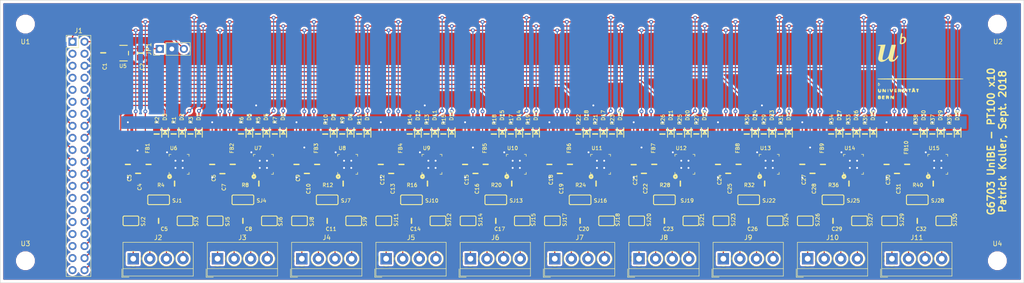
<source format=kicad_pcb>
(kicad_pcb (version 20171130) (host pcbnew 5.0.1-33cea8e~68~ubuntu16.04.1)
  (layers (0 F.Cu signal) (31 B.Cu signal) (34 B.Paste user hide) (35 F.Paste user hide) (36 B.SilkS user) (37 F.SilkS user) (38 B.Mask user) (39 F.Mask user) (44 Edge.Cuts user))
  (net 0 "")
  (net 1 GND)
  (net 2 EXT_5V)
  (net 3 VDD)
  (net 4 "Net-(C4-Pad1)")
  (net 5 "Net-(C5-Pad2)")
  (net 6 "Net-(C5-Pad1)")
  (net 7 "Net-(C7-Pad1)")
  (net 8 "Net-(C8-Pad2)")
  (net 9 "Net-(C8-Pad1)")
  (net 10 "Net-(C10-Pad1)")
  (net 11 "Net-(C11-Pad2)")
  (net 12 "Net-(C11-Pad1)")
  (net 13 "Net-(C13-Pad1)")
  (net 14 "Net-(C14-Pad2)")
  (net 15 "Net-(C14-Pad1)")
  (net 16 "Net-(C16-Pad1)")
  (net 17 "Net-(C17-Pad2)")
  (net 18 "Net-(C17-Pad1)")
  (net 19 "Net-(C19-Pad1)")
  (net 20 "Net-(C20-Pad1)")
  (net 21 "Net-(C20-Pad2)")
  (net 22 "Net-(C22-Pad1)")
  (net 23 "Net-(C23-Pad2)")
  (net 24 "Net-(C23-Pad1)")
  (net 25 "Net-(C25-Pad1)")
  (net 26 "Net-(C26-Pad2)")
  (net 27 "Net-(C26-Pad1)")
  (net 28 "Net-(C28-Pad1)")
  (net 29 "Net-(C29-Pad1)")
  (net 30 "Net-(C29-Pad2)")
  (net 31 "Net-(C31-Pad1)")
  (net 32 "Net-(C32-Pad2)")
  (net 33 "Net-(C32-Pad1)")
  (net 34 "Net-(D1-PadA)")
  (net 35 SDI_5V)
  (net 36 CLK_5V)
  (net 37 "Net-(D2-PadA)")
  (net 38 CS0_5V)
  (net 39 "Net-(D3-PadA)")
  (net 40 "Net-(D4-PadA)")
  (net 41 "Net-(D5-PadA)")
  (net 42 CS1_5V)
  (net 43 "Net-(D6-PadA)")
  (net 44 "Net-(D7-PadA)")
  (net 45 "Net-(D8-PadA)")
  (net 46 CS2_5V)
  (net 47 "Net-(D9-PadA)")
  (net 48 "Net-(D10-PadA)")
  (net 49 "Net-(D11-PadA)")
  (net 50 "Net-(D12-PadA)")
  (net 51 CS3_5V)
  (net 52 "Net-(D13-PadA)")
  (net 53 "Net-(D14-PadA)")
  (net 54 CS4_5V)
  (net 55 "Net-(D15-PadA)")
  (net 56 "Net-(D16-PadA)")
  (net 57 "Net-(D17-PadA)")
  (net 58 "Net-(D18-PadA)")
  (net 59 CS5_5V)
  (net 60 "Net-(D19-PadA)")
  (net 61 "Net-(D20-PadA)")
  (net 62 CS6_5V)
  (net 63 "Net-(D21-PadA)")
  (net 64 "Net-(D22-PadA)")
  (net 65 "Net-(D23-PadA)")
  (net 66 "Net-(D24-PadA)")
  (net 67 CS7_5V)
  (net 68 "Net-(D25-PadA)")
  (net 69 "Net-(D26-PadA)")
  (net 70 "Net-(D27-PadA)")
  (net 71 CS8_5V)
  (net 72 "Net-(D28-PadA)")
  (net 73 "Net-(D29-PadA)")
  (net 74 CS9_5V)
  (net 75 "Net-(D30-PadA)")
  (net 76 EXT_3V3)
  (net 77 "Net-(J1-Pad3)")
  (net 78 "Net-(J1-Pad4)")
  (net 79 "Net-(J1-Pad5)")
  (net 80 "Net-(J1-Pad7)")
  (net 81 "Net-(J1-Pad8)")
  (net 82 "Net-(J1-Pad9)")
  (net 83 "Net-(J1-Pad10)")
  (net 84 "Net-(J1-Pad11)")
  (net 85 "Net-(J1-Pad13)")
  (net 86 "Net-(J1-Pad14)")
  (net 87 RDY)
  (net 88 "Net-(J1-Pad17)")
  (net 89 "Net-(J1-Pad20)")
  (net 90 SDO)
  (net 91 "Net-(J1-Pad25)")
  (net 92 "Net-(J1-Pad27)")
  (net 93 "Net-(J1-Pad28)")
  (net 94 "Net-(J1-Pad29)")
  (net 95 "Net-(J1-Pad30)")
  (net 96 "Net-(J1-Pad31)")
  (net 97 "Net-(J1-Pad33)")
  (net 98 "Net-(J1-Pad34)")
  (net 99 "Net-(J1-Pad35)")
  (net 100 "Net-(J1-Pad37)")
  (net 101 "Net-(J1-Pad39)")
  (net 102 "Net-(J2-Pad1)")
  (net 103 "Net-(J2-Pad4)")
  (net 104 "Net-(J3-Pad4)")
  (net 105 "Net-(J3-Pad1)")
  (net 106 "Net-(J4-Pad1)")
  (net 107 "Net-(J4-Pad4)")
  (net 108 "Net-(J5-Pad4)")
  (net 109 "Net-(J5-Pad1)")
  (net 110 "Net-(J6-Pad1)")
  (net 111 "Net-(J6-Pad4)")
  (net 112 "Net-(J7-Pad4)")
  (net 113 "Net-(J7-Pad1)")
  (net 114 "Net-(J8-Pad4)")
  (net 115 "Net-(J8-Pad1)")
  (net 116 "Net-(J9-Pad1)")
  (net 117 "Net-(J9-Pad4)")
  (net 118 "Net-(J10-Pad1)")
  (net 119 "Net-(J10-Pad4)")
  (net 120 "Net-(J11-Pad4)")
  (net 121 "Net-(J11-Pad1)")
  (net 122 "Net-(R4-Pad1)")
  (net 123 "Net-(R4-Pad2)")
  (net 124 "Net-(R8-Pad1)")
  (net 125 "Net-(R8-Pad2)")
  (net 126 "Net-(R12-Pad1)")
  (net 127 "Net-(R12-Pad2)")
  (net 128 "Net-(R16-Pad1)")
  (net 129 "Net-(R16-Pad2)")
  (net 130 "Net-(R20-Pad1)")
  (net 131 "Net-(R20-Pad2)")
  (net 132 "Net-(R24-Pad1)")
  (net 133 "Net-(R24-Pad2)")
  (net 134 "Net-(R28-Pad1)")
  (net 135 "Net-(R28-Pad2)")
  (net 136 "Net-(R32-Pad2)")
  (net 137 "Net-(R32-Pad1)")
  (net 138 "Net-(R36-Pad2)")
  (net 139 "Net-(R36-Pad1)")
  (net 140 "Net-(R40-Pad1)")
  (net 141 "Net-(R40-Pad2)")
  (net 142 "Net-(SJ1-Pad2)")
  (net 143 "Net-(SJ4-Pad2)")
  (net 144 "Net-(SJ7-Pad2)")
  (net 145 "Net-(SJ10-Pad2)")
  (net 146 "Net-(SJ13-Pad2)")
  (net 147 "Net-(SJ16-Pad2)")
  (net 148 "Net-(SJ19-Pad2)")
  (net 149 "Net-(SJ22-Pad2)")
  (net 150 "Net-(SJ25-Pad2)")
  (net 151 "Net-(SJ28-Pad2)")
  (net 152 "Net-(U5-Pad4)")
  (net 153 "Net-(U6-Pad17)")
  (net 154 "Net-(U7-Pad17)")
  (net 155 "Net-(U8-Pad17)")
  (net 156 "Net-(U9-Pad17)")
  (net 157 "Net-(U10-Pad17)")
  (net 158 "Net-(U11-Pad17)")
  (net 159 "Net-(U12-Pad17)")
  (net 160 "Net-(U13-Pad17)")
  (net 161 "Net-(U14-Pad17)")
  (net 162 "Net-(U15-Pad17)")
  (module "" (layer F.Cu) (at 29.845 83.185)
    (fp_text reference "" (at 0 0) (layer F.SilkS) (effects (font (size 1.27 1.27))))
    (fp_text value "" (at 0 0) (layer F.SilkS) (effects (font (size 1.27 1.27))))
  )
  (module "" (layer F.Cu) (at 208.28 48.26)
    (fp_text reference "" (at 0 0) (layer F.SilkS) (effects (font (size 1.27 1.27))))
    (fp_text value "" (at 0 0) (layer F.SilkS) (effects (font (size 1.27 1.27))))
  )
  (module Connector_PinHeader_2.54mm:PinHeader_2x20_P2.54mm_Vertical (layer F.Cu) (at 34.925 46.228)
    (fp_text reference J1 (at 1.27 -2.33) (layer F.SilkS))
    (fp_text value Conn_02x20_Odd_Even)
    (pad 1 thru_hole rect (at 0 0) (size 1.7 1.7) (drill 1) (layers *.Cu *.Mask) (net 76 EXT_3V3))
    (pad 2 thru_hole oval (at 2.54 0) (size 1.7 1.7) (drill 1) (layers *.Cu *.Mask) (net 2 EXT_5V))
    (pad 3 thru_hole oval (at 0 2.54) (size 1.7 1.7) (drill 1) (layers *.Cu *.Mask) (net 77 "Net-(J1-Pad3)"))
    (pad 4 thru_hole oval (at 2.54 2.54) (size 1.7 1.7) (drill 1) (layers *.Cu *.Mask) (net 78 "Net-(J1-Pad4)"))
    (pad 5 thru_hole oval (at 0 5.08) (size 1.7 1.7) (drill 1) (layers *.Cu *.Mask) (net 79 "Net-(J1-Pad5)"))
    (pad 6 thru_hole oval (at 2.54 5.08) (size 1.7 1.7) (drill 1) (layers *.Cu *.Mask) (net 1 GND))
    (pad 7 thru_hole oval (at 0 7.62) (size 1.7 1.7) (drill 1) (layers *.Cu *.Mask) (net 80 "Net-(J1-Pad7)"))
    (pad 8 thru_hole oval (at 2.54 7.62) (size 1.7 1.7) (drill 1) (layers *.Cu *.Mask) (net 81 "Net-(J1-Pad8)"))
    (pad 9 thru_hole oval (at 0 10.16) (size 1.7 1.7) (drill 1) (layers *.Cu *.Mask) (net 82 "Net-(J1-Pad9)"))
    (pad 10 thru_hole oval (at 2.54 10.16) (size 1.7 1.7) (drill 1) (layers *.Cu *.Mask) (net 83 "Net-(J1-Pad10)"))
    (pad 11 thru_hole oval (at 0 12.7) (size 1.7 1.7) (drill 1) (layers *.Cu *.Mask) (net 84 "Net-(J1-Pad11)"))
    (pad 12 thru_hole oval (at 2.54 12.7) (size 1.7 1.7) (drill 1) (layers *.Cu *.Mask) (net 74 CS9_5V))
    (pad 13 thru_hole oval (at 0 15.24) (size 1.7 1.7) (drill 1) (layers *.Cu *.Mask) (net 85 "Net-(J1-Pad13)"))
    (pad 14 thru_hole oval (at 2.54 15.24) (size 1.7 1.7) (drill 1) (layers *.Cu *.Mask) (net 86 "Net-(J1-Pad14)"))
    (pad 15 thru_hole oval (at 0 17.78) (size 1.7 1.7) (drill 1) (layers *.Cu *.Mask) (net 87 RDY))
    (pad 16 thru_hole oval (at 2.54 17.78) (size 1.7 1.7) (drill 1) (layers *.Cu *.Mask) (net 71 CS8_5V))
    (pad 17 thru_hole oval (at 0 20.32) (size 1.7 1.7) (drill 1) (layers *.Cu *.Mask) (net 88 "Net-(J1-Pad17)"))
    (pad 18 thru_hole oval (at 2.54 20.32) (size 1.7 1.7) (drill 1) (layers *.Cu *.Mask) (net 67 CS7_5V))
    (pad 19 thru_hole oval (at 0 22.86) (size 1.7 1.7) (drill 1) (layers *.Cu *.Mask) (net 35 SDI_5V))
    (pad 20 thru_hole oval (at 2.54 22.86) (size 1.7 1.7) (drill 1) (layers *.Cu *.Mask) (net 89 "Net-(J1-Pad20)"))
    (pad 21 thru_hole oval (at 0 25.4) (size 1.7 1.7) (drill 1) (layers *.Cu *.Mask) (net 90 SDO))
    (pad 22 thru_hole oval (at 2.54 25.4) (size 1.7 1.7) (drill 1) (layers *.Cu *.Mask) (net 62 CS6_5V))
    (pad 23 thru_hole oval (at 0 27.94) (size 1.7 1.7) (drill 1) (layers *.Cu *.Mask) (net 36 CLK_5V))
    (pad 24 thru_hole oval (at 2.54 27.94) (size 1.7 1.7) (drill 1) (layers *.Cu *.Mask) (net 59 CS5_5V))
    (pad 25 thru_hole oval (at 0 30.48) (size 1.7 1.7) (drill 1) (layers *.Cu *.Mask) (net 91 "Net-(J1-Pad25)"))
    (pad 26 thru_hole oval (at 2.54 30.48) (size 1.7 1.7) (drill 1) (layers *.Cu *.Mask) (net 54 CS4_5V))
    (pad 27 thru_hole oval (at 0 33.02) (size 1.7 1.7) (drill 1) (layers *.Cu *.Mask) (net 92 "Net-(J1-Pad27)"))
    (pad 28 thru_hole oval (at 2.54 33.02) (size 1.7 1.7) (drill 1) (layers *.Cu *.Mask) (net 93 "Net-(J1-Pad28)"))
    (pad 29 thru_hole oval (at 0 35.56) (size 1.7 1.7) (drill 1) (layers *.Cu *.Mask) (net 94 "Net-(J1-Pad29)"))
    (pad 30 thru_hole oval (at 2.54 35.56) (size 1.7 1.7) (drill 1) (layers *.Cu *.Mask) (net 95 "Net-(J1-Pad30)"))
    (pad 31 thru_hole oval (at 0 38.1) (size 1.7 1.7) (drill 1) (layers *.Cu *.Mask) (net 96 "Net-(J1-Pad31)"))
    (pad 32 thru_hole oval (at 2.54 38.1) (size 1.7 1.7) (drill 1) (layers *.Cu *.Mask) (net 51 CS3_5V))
    (pad 33 thru_hole oval (at 0 40.64) (size 1.7 1.7) (drill 1) (layers *.Cu *.Mask) (net 97 "Net-(J1-Pad33)"))
    (pad 34 thru_hole oval (at 2.54 40.64) (size 1.7 1.7) (drill 1) (layers *.Cu *.Mask) (net 98 "Net-(J1-Pad34)"))
    (pad 35 thru_hole oval (at 0 43.18) (size 1.7 1.7) (drill 1) (layers *.Cu *.Mask) (net 99 "Net-(J1-Pad35)"))
    (pad 36 thru_hole oval (at 2.54 43.18) (size 1.7 1.7) (drill 1) (layers *.Cu *.Mask) (net 46 CS2_5V))
    (pad 37 thru_hole oval (at 0 45.72) (size 1.7 1.7) (drill 1) (layers *.Cu *.Mask) (net 100 "Net-(J1-Pad37)"))
    (pad 38 thru_hole oval (at 2.54 45.72) (size 1.7 1.7) (drill 1) (layers *.Cu *.Mask) (net 42 CS1_5V))
    (pad 39 thru_hole oval (at 0 48.26) (size 1.7 1.7) (drill 1) (layers *.Cu *.Mask) (net 101 "Net-(J1-Pad39)"))
    (pad 40 thru_hole oval (at 2.54 48.26) (size 1.7 1.7) (drill 1) (layers *.Cu *.Mask) (net 38 CS0_5V))
  )
  (module "Adafruit MAX31865:0805-NO" (layer F.Cu) (at 41.402 48.575 270)
    (fp_text reference C1 (at 2.032 0.127 90) (layer F.SilkS) (effects (font (size 0.77216 0.77216) (thickness 0.138988)) (justify right top)))
    (fp_text value 10uF)
    (pad 1 smd rect (at -0.95 0 270) (size 1.24 1.5) (layers F.Cu F.Paste F.Mask) (net 2 EXT_5V))
    (pad 2 smd rect (at 0.95 0 270) (size 1.24 1.5) (layers F.Cu F.Paste F.Mask) (net 1 GND))
  )
  (module "Adafruit MAX31865:0805-NO" (layer F.Cu) (at 49.276 48.641 270)
    (fp_text reference C2 (at 2.032 0.127 90) (layer F.SilkS) (effects (font (size 0.77216 0.77216) (thickness 0.138988)) (justify right top)))
    (fp_text value 10uF)
    (pad 1 smd rect (at -0.95 0 270) (size 1.24 1.5) (layers F.Cu F.Paste F.Mask) (net 3 VDD))
    (pad 2 smd rect (at 0.95 0 270) (size 1.24 1.5) (layers F.Cu F.Paste F.Mask) (net 1 GND))
  )
  (module "Adafruit MAX31865:0805-NO" (layer F.Cu) (at 46.609 72.157861 270)
    (fp_text reference C3 (at 2.032 0.127 90) (layer F.SilkS) (effects (font (size 0.77216 0.77216) (thickness 0.138988)) (justify right top)))
    (fp_text value 0.1uF)
    (pad 1 smd rect (at -0.95 0 270) (size 1.24 1.5) (layers F.Cu F.Paste F.Mask) (net 3 VDD))
    (pad 2 smd rect (at 0.95 0 270) (size 1.24 1.5) (layers F.Cu F.Paste F.Mask) (net 1 GND))
  )
  (module "Adafruit MAX31865:0805-NO" (layer F.Cu) (at 48.768 74.041 270)
    (fp_text reference C4 (at 2.032 0.127 90) (layer F.SilkS) (effects (font (size 0.77216 0.77216) (thickness 0.138988)) (justify right top)))
    (fp_text value 0.1uF)
    (pad 2 smd rect (at 0.95 0 270) (size 1.24 1.5) (layers F.Cu F.Paste F.Mask) (net 1 GND))
    (pad 1 smd rect (at -0.95 0 270) (size 1.24 1.5) (layers F.Cu F.Paste F.Mask) (net 4 "Net-(C4-Pad1)"))
  )
  (module "Adafruit MAX31865:0805-NO" (layer F.Cu) (at 53.086 84.074)
    (fp_text reference C5 (at 2.032 1.27 -180) (layer F.SilkS) (effects (font (size 0.77216 0.77216) (thickness 0.138988)) (justify right top)))
    (fp_text value 100nF)
    (pad 2 smd rect (at 0.95 0) (size 1.24 1.5) (layers F.Cu F.Paste F.Mask) (net 5 "Net-(C5-Pad2)"))
    (pad 1 smd rect (at -0.95 0) (size 1.24 1.5) (layers F.Cu F.Paste F.Mask) (net 6 "Net-(C5-Pad1)"))
  )
  (module "Adafruit MAX31865:0805-NO" (layer F.Cu) (at 64.389 72.157861 270)
    (fp_text reference C6 (at 2.032 0.127 90) (layer F.SilkS) (effects (font (size 0.77216 0.77216) (thickness 0.138988)) (justify right top)))
    (fp_text value 0.1uF)
    (pad 1 smd rect (at -0.95 0 270) (size 1.24 1.5) (layers F.Cu F.Paste F.Mask) (net 3 VDD))
    (pad 2 smd rect (at 0.95 0 270) (size 1.24 1.5) (layers F.Cu F.Paste F.Mask) (net 1 GND))
  )
  (module "Adafruit MAX31865:0805-NO" (layer F.Cu) (at 66.548 74.102 270)
    (fp_text reference C7 (at 2.032 0.127 90) (layer F.SilkS) (effects (font (size 0.77216 0.77216) (thickness 0.138988)) (justify right top)))
    (fp_text value 0.1uF)
    (pad 2 smd rect (at 0.95 0 270) (size 1.24 1.5) (layers F.Cu F.Paste F.Mask) (net 1 GND))
    (pad 1 smd rect (at -0.95 0 270) (size 1.24 1.5) (layers F.Cu F.Paste F.Mask) (net 7 "Net-(C7-Pad1)"))
  )
  (module "Adafruit MAX31865:0805-NO" (layer F.Cu) (at 70.866 84.074)
    (fp_text reference C8 (at 2.032 1.27 -180) (layer F.SilkS) (effects (font (size 0.77216 0.77216) (thickness 0.138988)) (justify right top)))
    (fp_text value 100nF)
    (pad 2 smd rect (at 0.95 0) (size 1.24 1.5) (layers F.Cu F.Paste F.Mask) (net 8 "Net-(C8-Pad2)"))
    (pad 1 smd rect (at -0.95 0) (size 1.24 1.5) (layers F.Cu F.Paste F.Mask) (net 9 "Net-(C8-Pad1)"))
  )
  (module "Adafruit MAX31865:0805-NO" (layer F.Cu) (at 82.169 72.157861 270)
    (fp_text reference C9 (at 2.032 0.127 90) (layer F.SilkS) (effects (font (size 0.77216 0.77216) (thickness 0.138988)) (justify right top)))
    (fp_text value 0.1uF)
    (pad 1 smd rect (at -0.95 0 270) (size 1.24 1.5) (layers F.Cu F.Paste F.Mask) (net 3 VDD))
    (pad 2 smd rect (at 0.95 0 270) (size 1.24 1.5) (layers F.Cu F.Paste F.Mask) (net 1 GND))
  )
  (module "Adafruit MAX31865:0805-NO" (layer F.Cu) (at 84.364137 74.062861 270)
    (fp_text reference C10 (at 2.032 0.127 90) (layer F.SilkS) (effects (font (size 0.77216 0.77216) (thickness 0.138988)) (justify right top)))
    (fp_text value 0.1uF)
    (pad 2 smd rect (at 0.95 0 270) (size 1.24 1.5) (layers F.Cu F.Paste F.Mask) (net 1 GND))
    (pad 1 smd rect (at -0.95 0 270) (size 1.24 1.5) (layers F.Cu F.Paste F.Mask) (net 10 "Net-(C10-Pad1)"))
  )
  (module "Adafruit MAX31865:0805-NO" (layer F.Cu) (at 88.646 84.074)
    (fp_text reference C11 (at 2.032 1.27 -180) (layer F.SilkS) (effects (font (size 0.77216 0.77216) (thickness 0.138988)) (justify right top)))
    (fp_text value 100nF)
    (pad 2 smd rect (at 0.95 0) (size 1.24 1.5) (layers F.Cu F.Paste F.Mask) (net 11 "Net-(C11-Pad2)"))
    (pad 1 smd rect (at -0.95 0) (size 1.24 1.5) (layers F.Cu F.Paste F.Mask) (net 12 "Net-(C11-Pad1)"))
  )
  (module "Adafruit MAX31865:0805-NO" (layer F.Cu) (at 99.949 72.157861 270)
    (fp_text reference C12 (at 2.032 0.127 90) (layer F.SilkS) (effects (font (size 0.77216 0.77216) (thickness 0.138988)) (justify right top)))
    (fp_text value 0.1uF)
    (pad 1 smd rect (at -0.95 0 270) (size 1.24 1.5) (layers F.Cu F.Paste F.Mask) (net 3 VDD))
    (pad 2 smd rect (at 0.95 0 270) (size 1.24 1.5) (layers F.Cu F.Paste F.Mask) (net 1 GND))
  )
  (module "Adafruit MAX31865:0805-NO" (layer F.Cu) (at 102.144137 74.062861 270)
    (fp_text reference C13 (at 2.032 0.127 90) (layer F.SilkS) (effects (font (size 0.77216 0.77216) (thickness 0.138988)) (justify right top)))
    (fp_text value 0.1uF)
    (pad 2 smd rect (at 0.95 0 270) (size 1.24 1.5) (layers F.Cu F.Paste F.Mask) (net 1 GND))
    (pad 1 smd rect (at -0.95 0 270) (size 1.24 1.5) (layers F.Cu F.Paste F.Mask) (net 13 "Net-(C13-Pad1)"))
  )
  (module "Adafruit MAX31865:0805-NO" (layer F.Cu) (at 106.426 84.074)
    (fp_text reference C14 (at 2.032 1.27 -180) (layer F.SilkS) (effects (font (size 0.77216 0.77216) (thickness 0.138988)) (justify right top)))
    (fp_text value 100nF)
    (pad 2 smd rect (at 0.95 0) (size 1.24 1.5) (layers F.Cu F.Paste F.Mask) (net 14 "Net-(C14-Pad2)"))
    (pad 1 smd rect (at -0.95 0) (size 1.24 1.5) (layers F.Cu F.Paste F.Mask) (net 15 "Net-(C14-Pad1)"))
  )
  (module "Adafruit MAX31865:0805-NO" (layer F.Cu) (at 117.729 72.157861 270)
    (fp_text reference C15 (at 2.032 0.127 90) (layer F.SilkS) (effects (font (size 0.77216 0.77216) (thickness 0.138988)) (justify right top)))
    (fp_text value 0.1uF)
    (pad 1 smd rect (at -0.95 0 270) (size 1.24 1.5) (layers F.Cu F.Paste F.Mask) (net 3 VDD))
    (pad 2 smd rect (at 0.95 0 270) (size 1.24 1.5) (layers F.Cu F.Paste F.Mask) (net 1 GND))
  )
  (module "Adafruit MAX31865:0805-NO" (layer F.Cu) (at 119.924137 74.062861 270)
    (fp_text reference C16 (at 2.032 0.127 90) (layer F.SilkS) (effects (font (size 0.77216 0.77216) (thickness 0.138988)) (justify right top)))
    (fp_text value 0.1uF)
    (pad 2 smd rect (at 0.95 0 270) (size 1.24 1.5) (layers F.Cu F.Paste F.Mask) (net 1 GND))
    (pad 1 smd rect (at -0.95 0 270) (size 1.24 1.5) (layers F.Cu F.Paste F.Mask) (net 16 "Net-(C16-Pad1)"))
  )
  (module "Adafruit MAX31865:0805-NO" (layer F.Cu) (at 124.206 84.074)
    (fp_text reference C17 (at 2.032 1.27 -180) (layer F.SilkS) (effects (font (size 0.77216 0.77216) (thickness 0.138988)) (justify right top)))
    (fp_text value 100nF)
    (pad 2 smd rect (at 0.95 0) (size 1.24 1.5) (layers F.Cu F.Paste F.Mask) (net 17 "Net-(C17-Pad2)"))
    (pad 1 smd rect (at -0.95 0) (size 1.24 1.5) (layers F.Cu F.Paste F.Mask) (net 18 "Net-(C17-Pad1)"))
  )
  (module "Adafruit MAX31865:0805-NO" (layer F.Cu) (at 135.509 72.157861 270)
    (fp_text reference C18 (at 2.032 0.127 90) (layer F.SilkS) (effects (font (size 0.77216 0.77216) (thickness 0.138988)) (justify right top)))
    (fp_text value 0.1uF)
    (pad 2 smd rect (at 0.95 0 270) (size 1.24 1.5) (layers F.Cu F.Paste F.Mask) (net 1 GND))
    (pad 1 smd rect (at -0.95 0 270) (size 1.24 1.5) (layers F.Cu F.Paste F.Mask) (net 3 VDD))
  )
  (module "Adafruit MAX31865:0805-NO" (layer F.Cu) (at 137.699137 74.057861 270)
    (fp_text reference C19 (at 2.032 0.127 90) (layer F.SilkS) (effects (font (size 0.77216 0.77216) (thickness 0.138988)) (justify right top)))
    (fp_text value 0.1uF)
    (pad 1 smd rect (at -0.95 0 270) (size 1.24 1.5) (layers F.Cu F.Paste F.Mask) (net 19 "Net-(C19-Pad1)"))
    (pad 2 smd rect (at 0.95 0 270) (size 1.24 1.5) (layers F.Cu F.Paste F.Mask) (net 1 GND))
  )
  (module "Adafruit MAX31865:0805-NO" (layer F.Cu) (at 141.986 84.074)
    (fp_text reference C20 (at 2.032 1.27 -180) (layer F.SilkS) (effects (font (size 0.77216 0.77216) (thickness 0.138988)) (justify right top)))
    (fp_text value 100nF)
    (pad 1 smd rect (at -0.95 0) (size 1.24 1.5) (layers F.Cu F.Paste F.Mask) (net 20 "Net-(C20-Pad1)"))
    (pad 2 smd rect (at 0.95 0) (size 1.24 1.5) (layers F.Cu F.Paste F.Mask) (net 21 "Net-(C20-Pad2)"))
  )
  (module "Adafruit MAX31865:0805-NO" (layer F.Cu) (at 153.289 72.197 270)
    (fp_text reference C21 (at 2.032 0.127 90) (layer F.SilkS) (effects (font (size 0.77216 0.77216) (thickness 0.138988)) (justify right top)))
    (fp_text value 0.1uF)
    (pad 1 smd rect (at -0.95 0 270) (size 1.24 1.5) (layers F.Cu F.Paste F.Mask) (net 3 VDD))
    (pad 2 smd rect (at 0.95 0 270) (size 1.24 1.5) (layers F.Cu F.Paste F.Mask) (net 1 GND))
  )
  (module "Adafruit MAX31865:0805-NO" (layer F.Cu) (at 155.448 74.041 270)
    (fp_text reference C22 (at 2.032 0.127 90) (layer F.SilkS) (effects (font (size 0.77216 0.77216) (thickness 0.138988)) (justify right top)))
    (fp_text value 0.1uF)
    (pad 2 smd rect (at 0.95 0 270) (size 1.24 1.5) (layers F.Cu F.Paste F.Mask) (net 1 GND))
    (pad 1 smd rect (at -0.95 0 270) (size 1.24 1.5) (layers F.Cu F.Paste F.Mask) (net 22 "Net-(C22-Pad1)"))
  )
  (module "Adafruit MAX31865:0805-NO" (layer F.Cu) (at 159.766 84.074)
    (fp_text reference C23 (at 2.032 1.27 -180) (layer F.SilkS) (effects (font (size 0.77216 0.77216) (thickness 0.138988)) (justify right top)))
    (fp_text value 100nF)
    (pad 2 smd rect (at 0.95 0) (size 1.24 1.5) (layers F.Cu F.Paste F.Mask) (net 23 "Net-(C23-Pad2)"))
    (pad 1 smd rect (at -0.95 0) (size 1.24 1.5) (layers F.Cu F.Paste F.Mask) (net 24 "Net-(C23-Pad1)"))
  )
  (module "Adafruit MAX31865:0805-NO" (layer F.Cu) (at 171.069 72.157861 270)
    (fp_text reference C24 (at 2.032 0.127 90) (layer F.SilkS) (effects (font (size 0.77216 0.77216) (thickness 0.138988)) (justify right top)))
    (fp_text value 0.1uF)
    (pad 1 smd rect (at -0.95 0 270) (size 1.24 1.5) (layers F.Cu F.Paste F.Mask) (net 3 VDD))
    (pad 2 smd rect (at 0.95 0 270) (size 1.24 1.5) (layers F.Cu F.Paste F.Mask) (net 1 GND))
  )
  (module "Adafruit MAX31865:0805-NO" (layer F.Cu) (at 173.228 74.041 270)
    (fp_text reference C25 (at 2.032 0.127 90) (layer F.SilkS) (effects (font (size 0.77216 0.77216) (thickness 0.138988)) (justify right top)))
    (fp_text value 0.1uF)
    (pad 1 smd rect (at -0.95 0 270) (size 1.24 1.5) (layers F.Cu F.Paste F.Mask) (net 25 "Net-(C25-Pad1)"))
    (pad 2 smd rect (at 0.95 0 270) (size 1.24 1.5) (layers F.Cu F.Paste F.Mask) (net 1 GND))
  )
  (module "Adafruit MAX31865:0805-NO" (layer F.Cu) (at 177.546 84.074)
    (fp_text reference C26 (at 2.032 1.27 -180) (layer F.SilkS) (effects (font (size 0.77216 0.77216) (thickness 0.138988)) (justify right top)))
    (fp_text value 100nF)
    (pad 2 smd rect (at 0.95 0) (size 1.24 1.5) (layers F.Cu F.Paste F.Mask) (net 26 "Net-(C26-Pad2)"))
    (pad 1 smd rect (at -0.95 0) (size 1.24 1.5) (layers F.Cu F.Paste F.Mask) (net 27 "Net-(C26-Pad1)"))
  )
  (module "Adafruit MAX31865:0805-NO" (layer F.Cu) (at 188.849 72.141 270)
    (fp_text reference C27 (at 2.032 0.127 90) (layer F.SilkS) (effects (font (size 0.77216 0.77216) (thickness 0.138988)) (justify right top)))
    (fp_text value 0.1uF)
    (pad 2 smd rect (at 0.95 0 270) (size 1.24 1.5) (layers F.Cu F.Paste F.Mask) (net 1 GND))
    (pad 1 smd rect (at -0.95 0 270) (size 1.24 1.5) (layers F.Cu F.Paste F.Mask) (net 3 VDD))
  )
  (module "Adafruit MAX31865:0805-NO" (layer F.Cu) (at 191.008 74.041 270)
    (fp_text reference C28 (at 2.032 0.127 90) (layer F.SilkS) (effects (font (size 0.77216 0.77216) (thickness 0.138988)) (justify right top)))
    (fp_text value 0.1uF)
    (pad 1 smd rect (at -0.95 0 270) (size 1.24 1.5) (layers F.Cu F.Paste F.Mask) (net 28 "Net-(C28-Pad1)"))
    (pad 2 smd rect (at 0.95 0 270) (size 1.24 1.5) (layers F.Cu F.Paste F.Mask) (net 1 GND))
  )
  (module "Adafruit MAX31865:0805-NO" (layer F.Cu) (at 195.326 84.074)
    (fp_text reference C29 (at 2.032 1.27 -180) (layer F.SilkS) (effects (font (size 0.77216 0.77216) (thickness 0.138988)) (justify right top)))
    (fp_text value 100nF)
    (pad 1 smd rect (at -0.95 0) (size 1.24 1.5) (layers F.Cu F.Paste F.Mask) (net 29 "Net-(C29-Pad1)"))
    (pad 2 smd rect (at 0.95 0) (size 1.24 1.5) (layers F.Cu F.Paste F.Mask) (net 30 "Net-(C29-Pad2)"))
  )
  (module "Adafruit MAX31865:0805-NO" (layer F.Cu) (at 206.629 72.157861 270)
    (fp_text reference C30 (at 2.032 0.127 90) (layer F.SilkS) (effects (font (size 0.77216 0.77216) (thickness 0.138988)) (justify right top)))
    (fp_text value 0.1uF)
    (pad 2 smd rect (at 0.95 0 270) (size 1.24 1.5) (layers F.Cu F.Paste F.Mask) (net 1 GND))
    (pad 1 smd rect (at -0.95 0 270) (size 1.24 1.5) (layers F.Cu F.Paste F.Mask) (net 3 VDD))
  )
  (module "Adafruit MAX31865:0805-NO" (layer F.Cu) (at 208.824137 74.062861 270)
    (fp_text reference C31 (at 2.032 0.127 90) (layer F.SilkS) (effects (font (size 0.77216 0.77216) (thickness 0.138988)) (justify right top)))
    (fp_text value 0.1uF)
    (pad 1 smd rect (at -0.95 0 270) (size 1.24 1.5) (layers F.Cu F.Paste F.Mask) (net 31 "Net-(C31-Pad1)"))
    (pad 2 smd rect (at 0.95 0 270) (size 1.24 1.5) (layers F.Cu F.Paste F.Mask) (net 1 GND))
  )
  (module "Adafruit MAX31865:0805-NO" (layer F.Cu) (at 213.106 84.074)
    (fp_text reference C32 (at 2.032 1.27 -180) (layer F.SilkS) (effects (font (size 0.77216 0.77216) (thickness 0.138988)) (justify right top)))
    (fp_text value 100nF)
    (pad 2 smd rect (at 0.95 0) (size 1.24 1.5) (layers F.Cu F.Paste F.Mask) (net 32 "Net-(C32-Pad2)"))
    (pad 1 smd rect (at -0.95 0) (size 1.24 1.5) (layers F.Cu F.Paste F.Mask) (net 33 "Net-(C32-Pad1)"))
  )
  (module "Adafruit MAX31865:SOD-323" (layer F.Cu) (at 61.595 65.405 270)
    (fp_text reference D1 (at -2.413 -0.381 270) (layer F.SilkS) (effects (font (size 0.77216 0.77216) (thickness 0.138988)) (justify left bottom)))
    (fp_text value 1N4148)
    (pad A smd rect (at 1.27 0 270) (size 1.35 0.8) (layers F.Cu F.Paste F.Mask) (net 34 "Net-(D1-PadA)"))
    (pad C smd rect (at -1.27 0 270) (size 1.35 0.8) (layers F.Cu F.Paste F.Mask) (net 35 SDI_5V))
  )
  (module "Adafruit MAX31865:SOD-323" (layer F.Cu) (at 58.039 65.405 270)
    (fp_text reference D2 (at -2.413 -0.381 270) (layer F.SilkS) (effects (font (size 0.77216 0.77216) (thickness 0.138988)) (justify left bottom)))
    (fp_text value 1N4148)
    (pad C smd rect (at -1.27 0 270) (size 1.35 0.8) (layers F.Cu F.Paste F.Mask) (net 36 CLK_5V))
    (pad A smd rect (at 1.27 0 270) (size 1.35 0.8) (layers F.Cu F.Paste F.Mask) (net 37 "Net-(D2-PadA)"))
  )
  (module "Adafruit MAX31865:SOD-323" (layer F.Cu) (at 54.450863 65.417339 270)
    (fp_text reference D3 (at -2.425339 -0.413137 90) (layer F.SilkS) (effects (font (size 0.77216 0.77216) (thickness 0.138988)) (justify left bottom)))
    (fp_text value 1N4148)
    (pad C smd rect (at -1.27 0 270) (size 1.35 0.8) (layers F.Cu F.Paste F.Mask) (net 38 CS0_5V))
    (pad A smd rect (at 1.27 0 270) (size 1.35 0.8) (layers F.Cu F.Paste F.Mask) (net 39 "Net-(D3-PadA)"))
  )
  (module "Adafruit MAX31865:SOD-323" (layer F.Cu) (at 79.375 65.405 270)
    (fp_text reference D4 (at -2.413 -0.381 270) (layer F.SilkS) (effects (font (size 0.77216 0.77216) (thickness 0.138988)) (justify left bottom)))
    (fp_text value 1N4148)
    (pad A smd rect (at 1.27 0 270) (size 1.35 0.8) (layers F.Cu F.Paste F.Mask) (net 40 "Net-(D4-PadA)"))
    (pad C smd rect (at -1.27 0 270) (size 1.35 0.8) (layers F.Cu F.Paste F.Mask) (net 35 SDI_5V))
  )
  (module "Adafruit MAX31865:SOD-323" (layer F.Cu) (at 75.819 65.405 270)
    (fp_text reference D5 (at -2.413 -0.381 270) (layer F.SilkS) (effects (font (size 0.77216 0.77216) (thickness 0.138988)) (justify left bottom)))
    (fp_text value 1N4148)
    (pad A smd rect (at 1.27 0 270) (size 1.35 0.8) (layers F.Cu F.Paste F.Mask) (net 41 "Net-(D5-PadA)"))
    (pad C smd rect (at -1.27 0 270) (size 1.35 0.8) (layers F.Cu F.Paste F.Mask) (net 36 CLK_5V))
  )
  (module "Adafruit MAX31865:SOD-323" (layer F.Cu) (at 72.230863 65.417339 270)
    (fp_text reference D6 (at -2.425339 -0.413137 270) (layer F.SilkS) (effects (font (size 0.77216 0.77216) (thickness 0.138988)) (justify left bottom)))
    (fp_text value 1N4148)
    (pad C smd rect (at -1.27 0 270) (size 1.35 0.8) (layers F.Cu F.Paste F.Mask) (net 42 CS1_5V))
    (pad A smd rect (at 1.27 0 270) (size 1.35 0.8) (layers F.Cu F.Paste F.Mask) (net 43 "Net-(D6-PadA)"))
  )
  (module "Adafruit MAX31865:SOD-323" (layer F.Cu) (at 97.155 65.405 270)
    (fp_text reference D7 (at -2.413 -0.381 90) (layer F.SilkS) (effects (font (size 0.77216 0.77216) (thickness 0.138988)) (justify left bottom)))
    (fp_text value 1N4148)
    (pad C smd rect (at -1.27 0 270) (size 1.35 0.8) (layers F.Cu F.Paste F.Mask) (net 35 SDI_5V))
    (pad A smd rect (at 1.27 0 270) (size 1.35 0.8) (layers F.Cu F.Paste F.Mask) (net 44 "Net-(D7-PadA)"))
  )
  (module "Adafruit MAX31865:SOD-323" (layer F.Cu) (at 93.599 65.405 270)
    (fp_text reference D8 (at -2.413 -0.381 270) (layer F.SilkS) (effects (font (size 0.77216 0.77216) (thickness 0.138988)) (justify left bottom)))
    (fp_text value 1N4148)
    (pad A smd rect (at 1.27 0 270) (size 1.35 0.8) (layers F.Cu F.Paste F.Mask) (net 45 "Net-(D8-PadA)"))
    (pad C smd rect (at -1.27 0 270) (size 1.35 0.8) (layers F.Cu F.Paste F.Mask) (net 36 CLK_5V))
  )
  (module "Adafruit MAX31865:SOD-323" (layer F.Cu) (at 90.010863 65.417339 270)
    (fp_text reference D9 (at -2.425339 -0.413137 270) (layer F.SilkS) (effects (font (size 0.77216 0.77216) (thickness 0.138988)) (justify left bottom)))
    (fp_text value 1N4148)
    (pad C smd rect (at -1.27 0 270) (size 1.35 0.8) (layers F.Cu F.Paste F.Mask) (net 46 CS2_5V))
    (pad A smd rect (at 1.27 0 270) (size 1.35 0.8) (layers F.Cu F.Paste F.Mask) (net 47 "Net-(D9-PadA)"))
  )
  (module "Adafruit MAX31865:SOD-323" (layer F.Cu) (at 114.935 65.405 270)
    (fp_text reference D10 (at -2.413 -0.381 270) (layer F.SilkS) (effects (font (size 0.77216 0.77216) (thickness 0.138988)) (justify left bottom)))
    (fp_text value 1N4148)
    (pad C smd rect (at -1.27 0 270) (size 1.35 0.8) (layers F.Cu F.Paste F.Mask) (net 35 SDI_5V))
    (pad A smd rect (at 1.27 0 270) (size 1.35 0.8) (layers F.Cu F.Paste F.Mask) (net 48 "Net-(D10-PadA)"))
  )
  (module "Adafruit MAX31865:SOD-323" (layer F.Cu) (at 111.379 65.405 270)
    (fp_text reference D11 (at -2.413 -0.381 90) (layer F.SilkS) (effects (font (size 0.77216 0.77216) (thickness 0.138988)) (justify left bottom)))
    (fp_text value 1N4148)
    (pad C smd rect (at -1.27 0 270) (size 1.35 0.8) (layers F.Cu F.Paste F.Mask) (net 36 CLK_5V))
    (pad A smd rect (at 1.27 0 270) (size 1.35 0.8) (layers F.Cu F.Paste F.Mask) (net 49 "Net-(D11-PadA)"))
  )
  (module "Adafruit MAX31865:SOD-323" (layer F.Cu) (at 107.790863 65.417339 270)
    (fp_text reference D12 (at -2.425339 -0.413137 270) (layer F.SilkS) (effects (font (size 0.77216 0.77216) (thickness 0.138988)) (justify left bottom)))
    (fp_text value 1N4148)
    (pad A smd rect (at 1.27 0 270) (size 1.35 0.8) (layers F.Cu F.Paste F.Mask) (net 50 "Net-(D12-PadA)"))
    (pad C smd rect (at -1.27 0 270) (size 1.35 0.8) (layers F.Cu F.Paste F.Mask) (net 51 CS3_5V))
  )
  (module "Adafruit MAX31865:SOD-323" (layer F.Cu) (at 132.71 65.4 270)
    (fp_text reference D13 (at -2.408 -0.386 270) (layer F.SilkS) (effects (font (size 0.77216 0.77216) (thickness 0.138988)) (justify left bottom)))
    (fp_text value 1N4148)
    (pad A smd rect (at 1.27 0 270) (size 1.35 0.8) (layers F.Cu F.Paste F.Mask) (net 52 "Net-(D13-PadA)"))
    (pad C smd rect (at -1.27 0 270) (size 1.35 0.8) (layers F.Cu F.Paste F.Mask) (net 35 SDI_5V))
  )
  (module "Adafruit MAX31865:SOD-323" (layer F.Cu) (at 129.174 65.42 270)
    (fp_text reference D14 (at -2.428 -0.366 270) (layer F.SilkS) (effects (font (size 0.77216 0.77216) (thickness 0.138988)) (justify left bottom)))
    (fp_text value 1N4148)
    (pad A smd rect (at 1.27 0 270) (size 1.35 0.8) (layers F.Cu F.Paste F.Mask) (net 53 "Net-(D14-PadA)"))
    (pad C smd rect (at -1.27 0 270) (size 1.35 0.8) (layers F.Cu F.Paste F.Mask) (net 36 CLK_5V))
  )
  (module "Adafruit MAX31865:SOD-323" (layer F.Cu) (at 125.570863 65.417339 270)
    (fp_text reference D15 (at -2.425339 -0.413137 270) (layer F.SilkS) (effects (font (size 0.77216 0.77216) (thickness 0.138988)) (justify left bottom)))
    (fp_text value 1N4148)
    (pad C smd rect (at -1.27 0 270) (size 1.35 0.8) (layers F.Cu F.Paste F.Mask) (net 54 CS4_5V))
    (pad A smd rect (at 1.27 0 270) (size 1.35 0.8) (layers F.Cu F.Paste F.Mask) (net 55 "Net-(D15-PadA)"))
  )
  (module "Adafruit MAX31865:SOD-323" (layer F.Cu) (at 150.495 65.405 270)
    (fp_text reference D16 (at -2.413 -0.381 270) (layer F.SilkS) (effects (font (size 0.77216 0.77216) (thickness 0.138988)) (justify left bottom)))
    (fp_text value 1N4148)
    (pad A smd rect (at 1.27 0 270) (size 1.35 0.8) (layers F.Cu F.Paste F.Mask) (net 56 "Net-(D16-PadA)"))
    (pad C smd rect (at -1.27 0 270) (size 1.35 0.8) (layers F.Cu F.Paste F.Mask) (net 35 SDI_5V))
  )
  (module "Adafruit MAX31865:SOD-323" (layer F.Cu) (at 146.939 65.405 270)
    (fp_text reference D17 (at -2.413 -0.381 270) (layer F.SilkS) (effects (font (size 0.77216 0.77216) (thickness 0.138988)) (justify left bottom)))
    (fp_text value 1N4148)
    (pad C smd rect (at -1.27 0 270) (size 1.35 0.8) (layers F.Cu F.Paste F.Mask) (net 36 CLK_5V))
    (pad A smd rect (at 1.27 0 270) (size 1.35 0.8) (layers F.Cu F.Paste F.Mask) (net 57 "Net-(D17-PadA)"))
  )
  (module "Adafruit MAX31865:SOD-323" (layer F.Cu) (at 143.350863 65.417339 270)
    (fp_text reference D18 (at -2.425339 -0.413137 270) (layer F.SilkS) (effects (font (size 0.77216 0.77216) (thickness 0.138988)) (justify left bottom)))
    (fp_text value 1N4148)
    (pad A smd rect (at 1.27 0 270) (size 1.35 0.8) (layers F.Cu F.Paste F.Mask) (net 58 "Net-(D18-PadA)"))
    (pad C smd rect (at -1.27 0 270) (size 1.35 0.8) (layers F.Cu F.Paste F.Mask) (net 59 CS5_5V))
  )
  (module "Adafruit MAX31865:SOD-323" (layer F.Cu) (at 168.27 65.4 270)
    (fp_text reference D19 (at -2.408 -0.386 270) (layer F.SilkS) (effects (font (size 0.77216 0.77216) (thickness 0.138988)) (justify left bottom)))
    (fp_text value 1N4148)
    (pad A smd rect (at 1.27 0 270) (size 1.35 0.8) (layers F.Cu F.Paste F.Mask) (net 60 "Net-(D19-PadA)"))
    (pad C smd rect (at -1.27 0 270) (size 1.35 0.8) (layers F.Cu F.Paste F.Mask) (net 35 SDI_5V))
  )
  (module "Adafruit MAX31865:SOD-323" (layer F.Cu) (at 164.719 65.405 270)
    (fp_text reference D20 (at -2.413 -0.381 270) (layer F.SilkS) (effects (font (size 0.77216 0.77216) (thickness 0.138988)) (justify left bottom)))
    (fp_text value 1N4148)
    (pad C smd rect (at -1.27 0 270) (size 1.35 0.8) (layers F.Cu F.Paste F.Mask) (net 36 CLK_5V))
    (pad A smd rect (at 1.27 0 270) (size 1.35 0.8) (layers F.Cu F.Paste F.Mask) (net 61 "Net-(D20-PadA)"))
  )
  (module "Adafruit MAX31865:SOD-323" (layer F.Cu) (at 161.130863 65.417339 270)
    (fp_text reference D21 (at -2.425339 -0.413137 270) (layer F.SilkS) (effects (font (size 0.77216 0.77216) (thickness 0.138988)) (justify left bottom)))
    (fp_text value 1N4148)
    (pad C smd rect (at -1.27 0 270) (size 1.35 0.8) (layers F.Cu F.Paste F.Mask) (net 62 CS6_5V))
    (pad A smd rect (at 1.27 0 270) (size 1.35 0.8) (layers F.Cu F.Paste F.Mask) (net 63 "Net-(D21-PadA)"))
  )
  (module "Adafruit MAX31865:SOD-323" (layer F.Cu) (at 186.05 65.4 270)
    (fp_text reference D22 (at -2.408 -0.386 270) (layer F.SilkS) (effects (font (size 0.77216 0.77216) (thickness 0.138988)) (justify left bottom)))
    (fp_text value 1N4148)
    (pad C smd rect (at -1.27 0 270) (size 1.35 0.8) (layers F.Cu F.Paste F.Mask) (net 35 SDI_5V))
    (pad A smd rect (at 1.27 0 270) (size 1.35 0.8) (layers F.Cu F.Paste F.Mask) (net 64 "Net-(D22-PadA)"))
  )
  (module "Adafruit MAX31865:SOD-323" (layer F.Cu) (at 182.514 65.42 270)
    (fp_text reference D23 (at -2.428 -0.366 270) (layer F.SilkS) (effects (font (size 0.77216 0.77216) (thickness 0.138988)) (justify left bottom)))
    (fp_text value 1N4148)
    (pad C smd rect (at -1.27 0 270) (size 1.35 0.8) (layers F.Cu F.Paste F.Mask) (net 36 CLK_5V))
    (pad A smd rect (at 1.27 0 270) (size 1.35 0.8) (layers F.Cu F.Paste F.Mask) (net 65 "Net-(D23-PadA)"))
  )
  (module "Adafruit MAX31865:SOD-323" (layer F.Cu) (at 178.910863 65.417339 270)
    (fp_text reference D24 (at -2.425339 -0.413137 270) (layer F.SilkS) (effects (font (size 0.77216 0.77216) (thickness 0.138988)) (justify left bottom)))
    (fp_text value 1N4148)
    (pad A smd rect (at 1.27 0 270) (size 1.35 0.8) (layers F.Cu F.Paste F.Mask) (net 66 "Net-(D24-PadA)"))
    (pad C smd rect (at -1.27 0 270) (size 1.35 0.8) (layers F.Cu F.Paste F.Mask) (net 67 CS7_5V))
  )
  (module "Adafruit MAX31865:SOD-323" (layer F.Cu) (at 203.83 65.4 270)
    (fp_text reference D25 (at -2.408 -0.386 270) (layer F.SilkS) (effects (font (size 0.77216 0.77216) (thickness 0.138988)) (justify left bottom)))
    (fp_text value 1N4148)
    (pad A smd rect (at 1.27 0 270) (size 1.35 0.8) (layers F.Cu F.Paste F.Mask) (net 68 "Net-(D25-PadA)"))
    (pad C smd rect (at -1.27 0 270) (size 1.35 0.8) (layers F.Cu F.Paste F.Mask) (net 35 SDI_5V))
  )
  (module "Adafruit MAX31865:SOD-323" (layer F.Cu) (at 200.274 65.4 270)
    (fp_text reference D26 (at -2.408 -0.386 270) (layer F.SilkS) (effects (font (size 0.77216 0.77216) (thickness 0.138988)) (justify left bottom)))
    (fp_text value 1N4148)
    (pad C smd rect (at -1.27 0 270) (size 1.35 0.8) (layers F.Cu F.Paste F.Mask) (net 36 CLK_5V))
    (pad A smd rect (at 1.27 0 270) (size 1.35 0.8) (layers F.Cu F.Paste F.Mask) (net 69 "Net-(D26-PadA)"))
  )
  (module "Adafruit MAX31865:SOD-323" (layer F.Cu) (at 196.690863 65.417339 270)
    (fp_text reference D27 (at -2.425339 -0.413137 270) (layer F.SilkS) (effects (font (size 0.77216 0.77216) (thickness 0.138988)) (justify left bottom)))
    (fp_text value 1N4148)
    (pad A smd rect (at 1.27 0 270) (size 1.35 0.8) (layers F.Cu F.Paste F.Mask) (net 70 "Net-(D27-PadA)"))
    (pad C smd rect (at -1.27 0 270) (size 1.35 0.8) (layers F.Cu F.Paste F.Mask) (net 71 CS8_5V))
  )
  (module "Adafruit MAX31865:SOD-323" (layer F.Cu) (at 221.615 65.405 270)
    (fp_text reference D28 (at -2.413 -0.381 270) (layer F.SilkS) (effects (font (size 0.77216 0.77216) (thickness 0.138988)) (justify left bottom)))
    (fp_text value 1N4148)
    (pad A smd rect (at 1.27 0 270) (size 1.35 0.8) (layers F.Cu F.Paste F.Mask) (net 72 "Net-(D28-PadA)"))
    (pad C smd rect (at -1.27 0 270) (size 1.35 0.8) (layers F.Cu F.Paste F.Mask) (net 35 SDI_5V))
  )
  (module "Adafruit MAX31865:SOD-323" (layer F.Cu) (at 218.054 65.4 270)
    (fp_text reference D29 (at -2.408 -0.386 270) (layer F.SilkS) (effects (font (size 0.77216 0.77216) (thickness 0.138988)) (justify left bottom)))
    (fp_text value 1N4148)
    (pad A smd rect (at 1.27 0 270) (size 1.35 0.8) (layers F.Cu F.Paste F.Mask) (net 73 "Net-(D29-PadA)"))
    (pad C smd rect (at -1.27 0 270) (size 1.35 0.8) (layers F.Cu F.Paste F.Mask) (net 36 CLK_5V))
  )
  (module "Adafruit MAX31865:SOD-323" (layer F.Cu) (at 214.470863 65.417339 270)
    (fp_text reference D30 (at -2.425339 -0.413137 270) (layer F.SilkS) (effects (font (size 0.77216 0.77216) (thickness 0.138988)) (justify left bottom)))
    (fp_text value 1N4148)
    (pad C smd rect (at -1.27 0 270) (size 1.35 0.8) (layers F.Cu F.Paste F.Mask) (net 74 CS9_5V))
    (pad A smd rect (at 1.27 0 270) (size 1.35 0.8) (layers F.Cu F.Paste F.Mask) (net 75 "Net-(D30-PadA)"))
  )
  (module "Adafruit MAX31865:0805-NO" (layer F.Cu) (at 50.963137 72.157861 90)
    (fp_text reference FB1 (at 4.593861 -0.671137 90) (layer F.SilkS) (effects (font (size 0.77216 0.77216) (thickness 0.138988)) (justify right top)))
    (fp_text value FERRITE-0805NO)
    (pad 1 smd rect (at -0.95 0 90) (size 1.24 1.5) (layers F.Cu F.Paste F.Mask) (net 4 "Net-(C4-Pad1)"))
    (pad 2 smd rect (at 0.95 0 90) (size 1.24 1.5) (layers F.Cu F.Paste F.Mask) (net 3 VDD))
  )
  (module "Adafruit MAX31865:0805-NO" (layer F.Cu) (at 68.726276 72.141 90)
    (fp_text reference FB2 (at 4.577 -0.654276 90) (layer F.SilkS) (effects (font (size 0.77216 0.77216) (thickness 0.138988)) (justify right top)))
    (fp_text value FERRITE-0805NO)
    (pad 2 smd rect (at 0.95 0 90) (size 1.24 1.5) (layers F.Cu F.Paste F.Mask) (net 3 VDD))
    (pad 1 smd rect (at -0.95 0 90) (size 1.24 1.5) (layers F.Cu F.Paste F.Mask) (net 7 "Net-(C7-Pad1)"))
  )
  (module "Adafruit MAX31865:0805-NO" (layer F.Cu) (at 86.523137 72.157861 90)
    (fp_text reference FB3 (at 4.593861 -0.671137 90) (layer F.SilkS) (effects (font (size 0.77216 0.77216) (thickness 0.138988)) (justify right top)))
    (fp_text value FERRITE-0805NO)
    (pad 2 smd rect (at 0.95 0 90) (size 1.24 1.5) (layers F.Cu F.Paste F.Mask) (net 3 VDD))
    (pad 1 smd rect (at -0.95 0 90) (size 1.24 1.5) (layers F.Cu F.Paste F.Mask) (net 10 "Net-(C10-Pad1)"))
  )
  (module "Adafruit MAX31865:0805-NO" (layer F.Cu) (at 104.308137 72.162861 90)
    (fp_text reference FB4 (at 4.598861 -0.676137 90) (layer F.SilkS) (effects (font (size 0.77216 0.77216) (thickness 0.138988)) (justify right top)))
    (fp_text value FERRITE-0805NO)
    (pad 2 smd rect (at 0.95 0 90) (size 1.24 1.5) (layers F.Cu F.Paste F.Mask) (net 3 VDD))
    (pad 1 smd rect (at -0.95 0 90) (size 1.24 1.5) (layers F.Cu F.Paste F.Mask) (net 13 "Net-(C13-Pad1)"))
  )
  (module "Adafruit MAX31865:0805-NO" (layer F.Cu) (at 122.066276 72.141 90)
    (fp_text reference FB5 (at 4.577 -0.654276 90) (layer F.SilkS) (effects (font (size 0.77216 0.77216) (thickness 0.138988)) (justify right top)))
    (fp_text value FERRITE-0805NO)
    (pad 2 smd rect (at 0.95 0 90) (size 1.24 1.5) (layers F.Cu F.Paste F.Mask) (net 3 VDD))
    (pad 1 smd rect (at -0.95 0 90) (size 1.24 1.5) (layers F.Cu F.Paste F.Mask) (net 16 "Net-(C16-Pad1)"))
  )
  (module "Adafruit MAX31865:0805-NO" (layer F.Cu) (at 139.846276 72.141 90)
    (fp_text reference FB6 (at 4.577 -0.654276 90) (layer F.SilkS) (effects (font (size 0.77216 0.77216) (thickness 0.138988)) (justify right top)))
    (fp_text value FERRITE-0805NO)
    (pad 1 smd rect (at -0.95 0 90) (size 1.24 1.5) (layers F.Cu F.Paste F.Mask) (net 19 "Net-(C19-Pad1)"))
    (pad 2 smd rect (at 0.95 0 90) (size 1.24 1.5) (layers F.Cu F.Paste F.Mask) (net 3 VDD))
  )
  (module "Adafruit MAX31865:0805-NO" (layer F.Cu) (at 157.626276 72.141 90)
    (fp_text reference FB7 (at 4.577 -0.654276 90) (layer F.SilkS) (effects (font (size 0.77216 0.77216) (thickness 0.138988)) (justify right top)))
    (fp_text value FERRITE-0805NO)
    (pad 2 smd rect (at 0.95 0 90) (size 1.24 1.5) (layers F.Cu F.Paste F.Mask) (net 3 VDD))
    (pad 1 smd rect (at -0.95 0 90) (size 1.24 1.5) (layers F.Cu F.Paste F.Mask) (net 22 "Net-(C22-Pad1)"))
  )
  (module "Adafruit MAX31865:0805-NO" (layer F.Cu) (at 175.406276 72.141 90)
    (fp_text reference FB8 (at 4.577 -0.654276 90) (layer F.SilkS) (effects (font (size 0.77216 0.77216) (thickness 0.138988)) (justify right top)))
    (fp_text value FERRITE-0805NO)
    (pad 2 smd rect (at 0.95 0 90) (size 1.24 1.5) (layers F.Cu F.Paste F.Mask) (net 3 VDD))
    (pad 1 smd rect (at -0.95 0 90) (size 1.24 1.5) (layers F.Cu F.Paste F.Mask) (net 25 "Net-(C25-Pad1)"))
  )
  (module "Adafruit MAX31865:0805-NO" (layer F.Cu) (at 193.203137 72.157861 90)
    (fp_text reference FB9 (at 4.593861 -0.671137 90) (layer F.SilkS) (effects (font (size 0.77216 0.77216) (thickness 0.138988)) (justify right top)))
    (fp_text value FERRITE-0805NO)
    (pad 2 smd rect (at 0.95 0 90) (size 1.24 1.5) (layers F.Cu F.Paste F.Mask) (net 3 VDD))
    (pad 1 smd rect (at -0.95 0 90) (size 1.24 1.5) (layers F.Cu F.Paste F.Mask) (net 28 "Net-(C28-Pad1)"))
  )
  (module "Adafruit MAX31865:0805-NO" (layer F.Cu) (at 210.966276 72.141 90)
    (fp_text reference FB10 (at 5.085 -0.654276 90) (layer F.SilkS) (effects (font (size 0.77216 0.77216) (thickness 0.138988)) (justify right top)))
    (fp_text value FERRITE-0805NO)
    (pad 2 smd rect (at 0.95 0 90) (size 1.24 1.5) (layers F.Cu F.Paste F.Mask) (net 3 VDD))
    (pad 1 smd rect (at -0.95 0 90) (size 1.24 1.5) (layers F.Cu F.Paste F.Mask) (net 31 "Net-(C31-Pad1)"))
  )
  (module TerminalBlock_4Ucon:TerminalBlock_4Ucon_1x04_P3.50mm_Horizontal (layer F.Cu) (at 47.737 92.075)
    (fp_text reference J2 (at 5.25 -4.46) (layer F.SilkS))
    (fp_text value Conn_01x04)
    (pad 1 thru_hole rect (at 0 0) (size 2.4 2.4) (drill 1.2) (layers *.Cu *.Mask) (net 102 "Net-(J2-Pad1)"))
    (pad 2 thru_hole circle (at 3.5 0) (size 2.4 2.4) (drill 1.2) (layers *.Cu *.Mask) (net 6 "Net-(C5-Pad1)"))
    (pad 3 thru_hole circle (at 7 0) (size 2.4 2.4) (drill 1.2) (layers *.Cu *.Mask) (net 5 "Net-(C5-Pad2)"))
    (pad 4 thru_hole circle (at 10.5 0) (size 2.4 2.4) (drill 1.2) (layers *.Cu *.Mask) (net 103 "Net-(J2-Pad4)"))
  )
  (module TerminalBlock_4Ucon:TerminalBlock_4Ucon_1x04_P3.50mm_Horizontal (layer F.Cu) (at 65.517 92.075)
    (fp_text reference J3 (at 5.25 -4.46) (layer F.SilkS))
    (fp_text value Conn_01x04)
    (pad 4 thru_hole circle (at 10.5 0) (size 2.4 2.4) (drill 1.2) (layers *.Cu *.Mask) (net 104 "Net-(J3-Pad4)"))
    (pad 3 thru_hole circle (at 7 0) (size 2.4 2.4) (drill 1.2) (layers *.Cu *.Mask) (net 8 "Net-(C8-Pad2)"))
    (pad 2 thru_hole circle (at 3.5 0) (size 2.4 2.4) (drill 1.2) (layers *.Cu *.Mask) (net 9 "Net-(C8-Pad1)"))
    (pad 1 thru_hole rect (at 0 0) (size 2.4 2.4) (drill 1.2) (layers *.Cu *.Mask) (net 105 "Net-(J3-Pad1)"))
  )
  (module TerminalBlock_4Ucon:TerminalBlock_4Ucon_1x04_P3.50mm_Horizontal (layer F.Cu) (at 83.297 92.075)
    (fp_text reference J4 (at 5.25 -4.46) (layer F.SilkS))
    (fp_text value Conn_01x04)
    (pad 1 thru_hole rect (at 0 0) (size 2.4 2.4) (drill 1.2) (layers *.Cu *.Mask) (net 106 "Net-(J4-Pad1)"))
    (pad 2 thru_hole circle (at 3.5 0) (size 2.4 2.4) (drill 1.2) (layers *.Cu *.Mask) (net 12 "Net-(C11-Pad1)"))
    (pad 3 thru_hole circle (at 7 0) (size 2.4 2.4) (drill 1.2) (layers *.Cu *.Mask) (net 11 "Net-(C11-Pad2)"))
    (pad 4 thru_hole circle (at 10.5 0) (size 2.4 2.4) (drill 1.2) (layers *.Cu *.Mask) (net 107 "Net-(J4-Pad4)"))
  )
  (module TerminalBlock_4Ucon:TerminalBlock_4Ucon_1x04_P3.50mm_Horizontal (layer F.Cu) (at 101.077 92.075)
    (fp_text reference J5 (at 5.25 -4.46) (layer F.SilkS))
    (fp_text value Conn_01x04)
    (pad 4 thru_hole circle (at 10.5 0) (size 2.4 2.4) (drill 1.2) (layers *.Cu *.Mask) (net 108 "Net-(J5-Pad4)"))
    (pad 3 thru_hole circle (at 7 0) (size 2.4 2.4) (drill 1.2) (layers *.Cu *.Mask) (net 14 "Net-(C14-Pad2)"))
    (pad 2 thru_hole circle (at 3.5 0) (size 2.4 2.4) (drill 1.2) (layers *.Cu *.Mask) (net 15 "Net-(C14-Pad1)"))
    (pad 1 thru_hole rect (at 0 0) (size 2.4 2.4) (drill 1.2) (layers *.Cu *.Mask) (net 109 "Net-(J5-Pad1)"))
  )
  (module TerminalBlock_4Ucon:TerminalBlock_4Ucon_1x04_P3.50mm_Horizontal (layer F.Cu) (at 118.857 92.075)
    (fp_text reference J6 (at 5.25 -4.46) (layer F.SilkS))
    (fp_text value Conn_01x04)
    (pad 1 thru_hole rect (at 0 0) (size 2.4 2.4) (drill 1.2) (layers *.Cu *.Mask) (net 110 "Net-(J6-Pad1)"))
    (pad 2 thru_hole circle (at 3.5 0) (size 2.4 2.4) (drill 1.2) (layers *.Cu *.Mask) (net 18 "Net-(C17-Pad1)"))
    (pad 3 thru_hole circle (at 7 0) (size 2.4 2.4) (drill 1.2) (layers *.Cu *.Mask) (net 17 "Net-(C17-Pad2)"))
    (pad 4 thru_hole circle (at 10.5 0) (size 2.4 2.4) (drill 1.2) (layers *.Cu *.Mask) (net 111 "Net-(J6-Pad4)"))
  )
  (module TerminalBlock_4Ucon:TerminalBlock_4Ucon_1x04_P3.50mm_Horizontal (layer F.Cu) (at 136.637 92.075)
    (fp_text reference J7 (at 5.25 -4.46) (layer F.SilkS))
    (fp_text value Conn_01x04)
    (pad 4 thru_hole circle (at 10.5 0) (size 2.4 2.4) (drill 1.2) (layers *.Cu *.Mask) (net 112 "Net-(J7-Pad4)"))
    (pad 3 thru_hole circle (at 7 0) (size 2.4 2.4) (drill 1.2) (layers *.Cu *.Mask) (net 21 "Net-(C20-Pad2)"))
    (pad 2 thru_hole circle (at 3.5 0) (size 2.4 2.4) (drill 1.2) (layers *.Cu *.Mask) (net 20 "Net-(C20-Pad1)"))
    (pad 1 thru_hole rect (at 0 0) (size 2.4 2.4) (drill 1.2) (layers *.Cu *.Mask) (net 113 "Net-(J7-Pad1)"))
  )
  (module TerminalBlock_4Ucon:TerminalBlock_4Ucon_1x04_P3.50mm_Horizontal (layer F.Cu) (at 154.417 92.075)
    (fp_text reference J8 (at 5.25 -4.46) (layer F.SilkS))
    (fp_text value Conn_01x04)
    (pad 4 thru_hole circle (at 10.5 0) (size 2.4 2.4) (drill 1.2) (layers *.Cu *.Mask) (net 114 "Net-(J8-Pad4)"))
    (pad 3 thru_hole circle (at 7 0) (size 2.4 2.4) (drill 1.2) (layers *.Cu *.Mask) (net 23 "Net-(C23-Pad2)"))
    (pad 2 thru_hole circle (at 3.5 0) (size 2.4 2.4) (drill 1.2) (layers *.Cu *.Mask) (net 24 "Net-(C23-Pad1)"))
    (pad 1 thru_hole rect (at 0 0) (size 2.4 2.4) (drill 1.2) (layers *.Cu *.Mask) (net 115 "Net-(J8-Pad1)"))
  )
  (module TerminalBlock_4Ucon:TerminalBlock_4Ucon_1x04_P3.50mm_Horizontal (layer F.Cu) (at 172.197 92.075)
    (fp_text reference J9 (at 5.25 -4.46) (layer F.SilkS))
    (fp_text value Conn_01x04)
    (pad 1 thru_hole rect (at 0 0) (size 2.4 2.4) (drill 1.2) (layers *.Cu *.Mask) (net 116 "Net-(J9-Pad1)"))
    (pad 2 thru_hole circle (at 3.5 0) (size 2.4 2.4) (drill 1.2) (layers *.Cu *.Mask) (net 27 "Net-(C26-Pad1)"))
    (pad 3 thru_hole circle (at 7 0) (size 2.4 2.4) (drill 1.2) (layers *.Cu *.Mask) (net 26 "Net-(C26-Pad2)"))
    (pad 4 thru_hole circle (at 10.5 0) (size 2.4 2.4) (drill 1.2) (layers *.Cu *.Mask) (net 117 "Net-(J9-Pad4)"))
  )
  (module TerminalBlock_4Ucon:TerminalBlock_4Ucon_1x04_P3.50mm_Horizontal (layer F.Cu) (at 189.977 92.075)
    (fp_text reference J10 (at 5.25 -4.46) (layer F.SilkS))
    (fp_text value Conn_01x04)
    (pad 1 thru_hole rect (at 0 0) (size 2.4 2.4) (drill 1.2) (layers *.Cu *.Mask) (net 118 "Net-(J10-Pad1)"))
    (pad 2 thru_hole circle (at 3.5 0) (size 2.4 2.4) (drill 1.2) (layers *.Cu *.Mask) (net 29 "Net-(C29-Pad1)"))
    (pad 3 thru_hole circle (at 7 0) (size 2.4 2.4) (drill 1.2) (layers *.Cu *.Mask) (net 30 "Net-(C29-Pad2)"))
    (pad 4 thru_hole circle (at 10.5 0) (size 2.4 2.4) (drill 1.2) (layers *.Cu *.Mask) (net 119 "Net-(J10-Pad4)"))
  )
  (module TerminalBlock_4Ucon:TerminalBlock_4Ucon_1x04_P3.50mm_Horizontal (layer F.Cu) (at 207.757 92.075)
    (fp_text reference J11 (at 5.25 -4.46) (layer F.SilkS))
    (fp_text value Conn_01x04)
    (pad 4 thru_hole circle (at 10.5 0) (size 2.4 2.4) (drill 1.2) (layers *.Cu *.Mask) (net 120 "Net-(J11-Pad4)"))
    (pad 3 thru_hole circle (at 7 0) (size 2.4 2.4) (drill 1.2) (layers *.Cu *.Mask) (net 32 "Net-(C32-Pad2)"))
    (pad 2 thru_hole circle (at 3.5 0) (size 2.4 2.4) (drill 1.2) (layers *.Cu *.Mask) (net 33 "Net-(C32-Pad1)"))
    (pad 1 thru_hole rect (at 0 0) (size 2.4 2.4) (drill 1.2) (layers *.Cu *.Mask) (net 121 "Net-(J11-Pad1)"))
  )
  (module Connector_PinHeader_2.54mm:PinHeader_1x03_P2.54mm_Vertical (layer F.Cu) (at 53.34 47.752 90)
    (fp_text reference JP1 (at 0 -2.33 90) (layer F.SilkS))
    (fp_text value Jumper_3_Bridged12)
    (pad 1 thru_hole rect (at 0 0 90) (size 1.7 1.7) (drill 1) (layers *.Cu *.Mask) (net 3 VDD))
    (pad 2 thru_hole oval (at 0 2.54 90) (size 1.7 1.7) (drill 1) (layers *.Cu *.Mask) (net 3 VDD))
    (pad 3 thru_hole oval (at 0 5.08 90) (size 1.7 1.7) (drill 1) (layers *.Cu *.Mask) (net 76 EXT_3V3))
  )
  (module "Adafruit MAX31865:0805-NO" (layer F.Cu) (at 56.261 65.72 90)
    (fp_text reference R1 (at 3.744 -0.381 90) (layer F.SilkS) (effects (font (size 0.77216 0.77216) (thickness 0.138988)) (justify right top)))
    (fp_text value 10K)
    (pad 2 smd rect (at 0.95 0 90) (size 1.24 1.5) (layers F.Cu F.Paste F.Mask) (net 3 VDD))
    (pad 1 smd rect (at -0.95 0 90) (size 1.24 1.5) (layers F.Cu F.Paste F.Mask) (net 37 "Net-(D2-PadA)"))
  )
  (module "Adafruit MAX31865:0805-NO" (layer F.Cu) (at 52.672863 65.737339 90)
    (fp_text reference R2 (at 3.761339 -0.348863 90) (layer F.SilkS) (effects (font (size 0.77216 0.77216) (thickness 0.138988)) (justify right top)))
    (fp_text value 10K)
    (pad 1 smd rect (at -0.95 0 90) (size 1.24 1.5) (layers F.Cu F.Paste F.Mask) (net 39 "Net-(D3-PadA)"))
    (pad 2 smd rect (at 0.95 0 90) (size 1.24 1.5) (layers F.Cu F.Paste F.Mask) (net 3 VDD))
  )
  (module "Adafruit MAX31865:0805-NO" (layer F.Cu) (at 59.817 65.72 90)
    (fp_text reference R3 (at 3.744 -0.381 90) (layer F.SilkS) (effects (font (size 0.77216 0.77216) (thickness 0.138988)) (justify right top)))
    (fp_text value 10K)
    (pad 2 smd rect (at 0.95 0 90) (size 1.24 1.5) (layers F.Cu F.Paste F.Mask) (net 3 VDD))
    (pad 1 smd rect (at -0.95 0 90) (size 1.24 1.5) (layers F.Cu F.Paste F.Mask) (net 34 "Net-(D1-PadA)"))
  )
  (module "Adafruit MAX31865:0805-NO" (layer F.Cu) (at 56.454 76.2 180)
    (fp_text reference R4 (at 2.032 0.127) (layer F.SilkS) (effects (font (size 0.77216 0.77216) (thickness 0.138988)) (justify right top)))
    (fp_text value "430Ω / 4300Ω 0.1%")
    (pad 1 smd rect (at -0.95 0 180) (size 1.24 1.5) (layers F.Cu F.Paste F.Mask) (net 122 "Net-(R4-Pad1)"))
    (pad 2 smd rect (at 0.95 0 180) (size 1.24 1.5) (layers F.Cu F.Paste F.Mask) (net 123 "Net-(R4-Pad2)"))
  )
  (module "Adafruit MAX31865:0805-NO" (layer F.Cu) (at 74.041 65.72 90)
    (fp_text reference R5 (at 3.744 -0.381 90) (layer F.SilkS) (effects (font (size 0.77216 0.77216) (thickness 0.138988)) (justify right top)))
    (fp_text value 10K)
    (pad 1 smd rect (at -0.95 0 90) (size 1.24 1.5) (layers F.Cu F.Paste F.Mask) (net 41 "Net-(D5-PadA)"))
    (pad 2 smd rect (at 0.95 0 90) (size 1.24 1.5) (layers F.Cu F.Paste F.Mask) (net 3 VDD))
  )
  (module "Adafruit MAX31865:0805-NO" (layer F.Cu) (at 70.485 65.705202 90)
    (fp_text reference R6 (at 3.729202 -0.381 90) (layer F.SilkS) (effects (font (size 0.77216 0.77216) (thickness 0.138988)) (justify right top)))
    (fp_text value 10K)
    (pad 2 smd rect (at 0.95 0 90) (size 1.24 1.5) (layers F.Cu F.Paste F.Mask) (net 3 VDD))
    (pad 1 smd rect (at -0.95 0 90) (size 1.24 1.5) (layers F.Cu F.Paste F.Mask) (net 43 "Net-(D6-PadA)"))
  )
  (module "Adafruit MAX31865:0805-NO" (layer F.Cu) (at 77.597 65.72 90)
    (fp_text reference R7 (at 3.744 -0.381 90) (layer F.SilkS) (effects (font (size 0.77216 0.77216) (thickness 0.138988)) (justify right top)))
    (fp_text value 10K)
    (pad 1 smd rect (at -0.95 0 90) (size 1.24 1.5) (layers F.Cu F.Paste F.Mask) (net 40 "Net-(D4-PadA)"))
    (pad 2 smd rect (at 0.95 0 90) (size 1.24 1.5) (layers F.Cu F.Paste F.Mask) (net 3 VDD))
  )
  (module "Adafruit MAX31865:0805-NO" (layer F.Cu) (at 74.234 76.2 180)
    (fp_text reference R8 (at 2.032 0.127) (layer F.SilkS) (effects (font (size 0.77216 0.77216) (thickness 0.138988)) (justify right top)))
    (fp_text value "430Ω / 4300Ω 0.1%")
    (pad 1 smd rect (at -0.95 0 180) (size 1.24 1.5) (layers F.Cu F.Paste F.Mask) (net 124 "Net-(R8-Pad1)"))
    (pad 2 smd rect (at 0.95 0 180) (size 1.24 1.5) (layers F.Cu F.Paste F.Mask) (net 125 "Net-(R8-Pad2)"))
  )
  (module "Adafruit MAX31865:0805-NO" (layer F.Cu) (at 91.821 65.72 90)
    (fp_text reference R9 (at 3.744 -0.381 90) (layer F.SilkS) (effects (font (size 0.77216 0.77216) (thickness 0.138988)) (justify right top)))
    (fp_text value 10K)
    (pad 1 smd rect (at -0.95 0 90) (size 1.24 1.5) (layers F.Cu F.Paste F.Mask) (net 45 "Net-(D8-PadA)"))
    (pad 2 smd rect (at 0.95 0 90) (size 1.24 1.5) (layers F.Cu F.Paste F.Mask) (net 3 VDD))
  )
  (module "Adafruit MAX31865:0805-NO" (layer F.Cu) (at 88.232863 65.737339 90)
    (fp_text reference R10 (at 4.269339 -0.348863 90) (layer F.SilkS) (effects (font (size 0.77216 0.77216) (thickness 0.138988)) (justify right top)))
    (fp_text value 10K)
    (pad 2 smd rect (at 0.95 0 90) (size 1.24 1.5) (layers F.Cu F.Paste F.Mask) (net 3 VDD))
    (pad 1 smd rect (at -0.95 0 90) (size 1.24 1.5) (layers F.Cu F.Paste F.Mask) (net 47 "Net-(D9-PadA)"))
  )
  (module "Adafruit MAX31865:0805-NO" (layer F.Cu) (at 95.377 65.72 90)
    (fp_text reference R11 (at 4.252 -0.381 90) (layer F.SilkS) (effects (font (size 0.77216 0.77216) (thickness 0.138988)) (justify right top)))
    (fp_text value 10K)
    (pad 1 smd rect (at -0.95 0 90) (size 1.24 1.5) (layers F.Cu F.Paste F.Mask) (net 44 "Net-(D7-PadA)"))
    (pad 2 smd rect (at 0.95 0 90) (size 1.24 1.5) (layers F.Cu F.Paste F.Mask) (net 3 VDD))
  )
  (module "Adafruit MAX31865:0805-NO" (layer F.Cu) (at 92.014 76.2 180)
    (fp_text reference R12 (at 2.032 0.127) (layer F.SilkS) (effects (font (size 0.77216 0.77216) (thickness 0.138988)) (justify right top)))
    (fp_text value "430Ω / 4300Ω 0.1%")
    (pad 1 smd rect (at -0.95 0 180) (size 1.24 1.5) (layers F.Cu F.Paste F.Mask) (net 126 "Net-(R12-Pad1)"))
    (pad 2 smd rect (at 0.95 0 180) (size 1.24 1.5) (layers F.Cu F.Paste F.Mask) (net 127 "Net-(R12-Pad2)"))
  )
  (module "Adafruit MAX31865:0805-NO" (layer F.Cu) (at 109.601 65.72 90)
    (fp_text reference R13 (at 4.252 -0.381 90) (layer F.SilkS) (effects (font (size 0.77216 0.77216) (thickness 0.138988)) (justify right top)))
    (fp_text value 10K)
    (pad 1 smd rect (at -0.95 0 90) (size 1.24 1.5) (layers F.Cu F.Paste F.Mask) (net 49 "Net-(D11-PadA)"))
    (pad 2 smd rect (at 0.95 0 90) (size 1.24 1.5) (layers F.Cu F.Paste F.Mask) (net 3 VDD))
  )
  (module "Adafruit MAX31865:0805-NO" (layer F.Cu) (at 106.045 65.725 90)
    (fp_text reference R14 (at 4.257 -0.381 90) (layer F.SilkS) (effects (font (size 0.77216 0.77216) (thickness 0.138988)) (justify right top)))
    (fp_text value 10K)
    (pad 2 smd rect (at 0.95 0 90) (size 1.24 1.5) (layers F.Cu F.Paste F.Mask) (net 3 VDD))
    (pad 1 smd rect (at -0.95 0 90) (size 1.24 1.5) (layers F.Cu F.Paste F.Mask) (net 50 "Net-(D12-PadA)"))
  )
  (module "Adafruit MAX31865:0805-NO" (layer F.Cu) (at 113.157 65.725 90)
    (fp_text reference R15 (at 4.257 -0.381 90) (layer F.SilkS) (effects (font (size 0.77216 0.77216) (thickness 0.138988)) (justify right top)))
    (fp_text value 10K)
    (pad 1 smd rect (at -0.95 0 90) (size 1.24 1.5) (layers F.Cu F.Paste F.Mask) (net 48 "Net-(D10-PadA)"))
    (pad 2 smd rect (at 0.95 0 90) (size 1.24 1.5) (layers F.Cu F.Paste F.Mask) (net 3 VDD))
  )
  (module "Adafruit MAX31865:0805-NO" (layer F.Cu) (at 109.794 76.2 180)
    (fp_text reference R16 (at 2.032 0.127) (layer F.SilkS) (effects (font (size 0.77216 0.77216) (thickness 0.138988)) (justify right top)))
    (fp_text value "430Ω / 4300Ω 0.1%")
    (pad 1 smd rect (at -0.95 0 180) (size 1.24 1.5) (layers F.Cu F.Paste F.Mask) (net 128 "Net-(R16-Pad1)"))
    (pad 2 smd rect (at 0.95 0 180) (size 1.24 1.5) (layers F.Cu F.Paste F.Mask) (net 129 "Net-(R16-Pad2)"))
  )
  (module "Adafruit MAX31865:0805-NO" (layer F.Cu) (at 127.381 65.72 90)
    (fp_text reference R17 (at 4.252 -0.381 90) (layer F.SilkS) (effects (font (size 0.77216 0.77216) (thickness 0.138988)) (justify right top)))
    (fp_text value 10K)
    (pad 1 smd rect (at -0.95 0 90) (size 1.24 1.5) (layers F.Cu F.Paste F.Mask) (net 53 "Net-(D14-PadA)"))
    (pad 2 smd rect (at 0.95 0 90) (size 1.24 1.5) (layers F.Cu F.Paste F.Mask) (net 3 VDD))
  )
  (module "Adafruit MAX31865:0805-NO" (layer F.Cu) (at 123.792863 65.737339 90)
    (fp_text reference R18 (at 4.269339 -0.348863 90) (layer F.SilkS) (effects (font (size 0.77216 0.77216) (thickness 0.138988)) (justify right top)))
    (fp_text value 10K)
    (pad 2 smd rect (at 0.95 0 90) (size 1.24 1.5) (layers F.Cu F.Paste F.Mask) (net 3 VDD))
    (pad 1 smd rect (at -0.95 0 90) (size 1.24 1.5) (layers F.Cu F.Paste F.Mask) (net 55 "Net-(D15-PadA)"))
  )
  (module "Adafruit MAX31865:0805-NO" (layer F.Cu) (at 130.937 65.72 90)
    (fp_text reference R19 (at 4.252 -0.381 90) (layer F.SilkS) (effects (font (size 0.77216 0.77216) (thickness 0.138988)) (justify right top)))
    (fp_text value 10K)
    (pad 1 smd rect (at -0.95 0 90) (size 1.24 1.5) (layers F.Cu F.Paste F.Mask) (net 52 "Net-(D13-PadA)"))
    (pad 2 smd rect (at 0.95 0 90) (size 1.24 1.5) (layers F.Cu F.Paste F.Mask) (net 3 VDD))
  )
  (module "Adafruit MAX31865:0805-NO" (layer F.Cu) (at 127.574 76.2 180)
    (fp_text reference R20 (at 2.032 0.127) (layer F.SilkS) (effects (font (size 0.77216 0.77216) (thickness 0.138988)) (justify right top)))
    (fp_text value "430Ω / 4300Ω 0.1%")
    (pad 1 smd rect (at -0.95 0 180) (size 1.24 1.5) (layers F.Cu F.Paste F.Mask) (net 130 "Net-(R20-Pad1)"))
    (pad 2 smd rect (at 0.95 0 180) (size 1.24 1.5) (layers F.Cu F.Paste F.Mask) (net 131 "Net-(R20-Pad2)"))
  )
  (module "Adafruit MAX31865:0805-NO" (layer F.Cu) (at 145.161 65.72 90)
    (fp_text reference R21 (at 4.252 -0.381 90) (layer F.SilkS) (effects (font (size 0.77216 0.77216) (thickness 0.138988)) (justify right top)))
    (fp_text value 10K)
    (pad 2 smd rect (at 0.95 0 90) (size 1.24 1.5) (layers F.Cu F.Paste F.Mask) (net 3 VDD))
    (pad 1 smd rect (at -0.95 0 90) (size 1.24 1.5) (layers F.Cu F.Paste F.Mask) (net 57 "Net-(D17-PadA)"))
  )
  (module "Adafruit MAX31865:0805-NO" (layer F.Cu) (at 141.572863 65.737339 90)
    (fp_text reference R22 (at 4.269339 -0.348863 90) (layer F.SilkS) (effects (font (size 0.77216 0.77216) (thickness 0.138988)) (justify right top)))
    (fp_text value 10K)
    (pad 1 smd rect (at -0.95 0 90) (size 1.24 1.5) (layers F.Cu F.Paste F.Mask) (net 58 "Net-(D18-PadA)"))
    (pad 2 smd rect (at 0.95 0 90) (size 1.24 1.5) (layers F.Cu F.Paste F.Mask) (net 3 VDD))
  )
  (module "Adafruit MAX31865:0805-NO" (layer F.Cu) (at 148.717 65.72 90)
    (fp_text reference R23 (at 4.252 -0.381 90) (layer F.SilkS) (effects (font (size 0.77216 0.77216) (thickness 0.138988)) (justify right top)))
    (fp_text value 10K)
    (pad 2 smd rect (at 0.95 0 90) (size 1.24 1.5) (layers F.Cu F.Paste F.Mask) (net 3 VDD))
    (pad 1 smd rect (at -0.95 0 90) (size 1.24 1.5) (layers F.Cu F.Paste F.Mask) (net 56 "Net-(D16-PadA)"))
  )
  (module "Adafruit MAX31865:0805-NO" (layer F.Cu) (at 145.354 76.2 180)
    (fp_text reference R24 (at 2.032 0.127) (layer F.SilkS) (effects (font (size 0.77216 0.77216) (thickness 0.138988)) (justify right top)))
    (fp_text value "430Ω / 4300Ω 0.1%")
    (pad 1 smd rect (at -0.95 0 180) (size 1.24 1.5) (layers F.Cu F.Paste F.Mask) (net 132 "Net-(R24-Pad1)"))
    (pad 2 smd rect (at 0.95 0 180) (size 1.24 1.5) (layers F.Cu F.Paste F.Mask) (net 133 "Net-(R24-Pad2)"))
  )
  (module "Adafruit MAX31865:0805-NO" (layer F.Cu) (at 162.941 65.72 90)
    (fp_text reference R25 (at 4.252 -0.381 90) (layer F.SilkS) (effects (font (size 0.77216 0.77216) (thickness 0.138988)) (justify right top)))
    (fp_text value 10K)
    (pad 2 smd rect (at 0.95 0 90) (size 1.24 1.5) (layers F.Cu F.Paste F.Mask) (net 3 VDD))
    (pad 1 smd rect (at -0.95 0 90) (size 1.24 1.5) (layers F.Cu F.Paste F.Mask) (net 61 "Net-(D20-PadA)"))
  )
  (module "Adafruit MAX31865:0805-NO" (layer F.Cu) (at 159.352863 65.737339 90)
    (fp_text reference R26 (at 4.269339 -0.348863 90) (layer F.SilkS) (effects (font (size 0.77216 0.77216) (thickness 0.138988)) (justify right top)))
    (fp_text value 10K)
    (pad 2 smd rect (at 0.95 0 90) (size 1.24 1.5) (layers F.Cu F.Paste F.Mask) (net 3 VDD))
    (pad 1 smd rect (at -0.95 0 90) (size 1.24 1.5) (layers F.Cu F.Paste F.Mask) (net 63 "Net-(D21-PadA)"))
  )
  (module "Adafruit MAX31865:0805-NO" (layer F.Cu) (at 166.497 65.72 90)
    (fp_text reference R27 (at 4.252 -0.381 90) (layer F.SilkS) (effects (font (size 0.77216 0.77216) (thickness 0.138988)) (justify right top)))
    (fp_text value 10K)
    (pad 1 smd rect (at -0.95 0 90) (size 1.24 1.5) (layers F.Cu F.Paste F.Mask) (net 60 "Net-(D19-PadA)"))
    (pad 2 smd rect (at 0.95 0 90) (size 1.24 1.5) (layers F.Cu F.Paste F.Mask) (net 3 VDD))
  )
  (module "Adafruit MAX31865:0805-NO" (layer F.Cu) (at 163.134 76.2 180)
    (fp_text reference R28 (at 2.032 0.127) (layer F.SilkS) (effects (font (size 0.77216 0.77216) (thickness 0.138988)) (justify right top)))
    (fp_text value "430Ω / 4300Ω 0.1%")
    (pad 1 smd rect (at -0.95 0 180) (size 1.24 1.5) (layers F.Cu F.Paste F.Mask) (net 134 "Net-(R28-Pad1)"))
    (pad 2 smd rect (at 0.95 0 180) (size 1.24 1.5) (layers F.Cu F.Paste F.Mask) (net 135 "Net-(R28-Pad2)"))
  )
  (module "Adafruit MAX31865:0805-NO" (layer F.Cu) (at 180.721 65.72 90)
    (fp_text reference R29 (at 4.252 -0.381 90) (layer F.SilkS) (effects (font (size 0.77216 0.77216) (thickness 0.138988)) (justify right top)))
    (fp_text value 10K)
    (pad 1 smd rect (at -0.95 0 90) (size 1.24 1.5) (layers F.Cu F.Paste F.Mask) (net 65 "Net-(D23-PadA)"))
    (pad 2 smd rect (at 0.95 0 90) (size 1.24 1.5) (layers F.Cu F.Paste F.Mask) (net 3 VDD))
  )
  (module "Adafruit MAX31865:0805-NO" (layer F.Cu) (at 177.132863 65.737339 90)
    (fp_text reference R30 (at 4.269339 -0.348863 90) (layer F.SilkS) (effects (font (size 0.77216 0.77216) (thickness 0.138988)) (justify right top)))
    (fp_text value 10K)
    (pad 2 smd rect (at 0.95 0 90) (size 1.24 1.5) (layers F.Cu F.Paste F.Mask) (net 3 VDD))
    (pad 1 smd rect (at -0.95 0 90) (size 1.24 1.5) (layers F.Cu F.Paste F.Mask) (net 66 "Net-(D24-PadA)"))
  )
  (module "Adafruit MAX31865:0805-NO" (layer F.Cu) (at 184.277 65.72 90)
    (fp_text reference R31 (at 4.252 -0.381 90) (layer F.SilkS) (effects (font (size 0.77216 0.77216) (thickness 0.138988)) (justify right top)))
    (fp_text value 10K)
    (pad 1 smd rect (at -0.95 0 90) (size 1.24 1.5) (layers F.Cu F.Paste F.Mask) (net 64 "Net-(D22-PadA)"))
    (pad 2 smd rect (at 0.95 0 90) (size 1.24 1.5) (layers F.Cu F.Paste F.Mask) (net 3 VDD))
  )
  (module "Adafruit MAX31865:0805-NO" (layer F.Cu) (at 180.914 76.2 180)
    (fp_text reference R32 (at 2.032 0.127) (layer F.SilkS) (effects (font (size 0.77216 0.77216) (thickness 0.138988)) (justify right top)))
    (fp_text value "430Ω / 4300Ω 0.1%")
    (pad 2 smd rect (at 0.95 0 180) (size 1.24 1.5) (layers F.Cu F.Paste F.Mask) (net 136 "Net-(R32-Pad2)"))
    (pad 1 smd rect (at -0.95 0 180) (size 1.24 1.5) (layers F.Cu F.Paste F.Mask) (net 137 "Net-(R32-Pad1)"))
  )
  (module "Adafruit MAX31865:0805-NO" (layer F.Cu) (at 198.501 65.72 90)
    (fp_text reference R33 (at 4.252 -0.381 90) (layer F.SilkS) (effects (font (size 0.77216 0.77216) (thickness 0.138988)) (justify right top)))
    (fp_text value 10K)
    (pad 2 smd rect (at 0.95 0 90) (size 1.24 1.5) (layers F.Cu F.Paste F.Mask) (net 3 VDD))
    (pad 1 smd rect (at -0.95 0 90) (size 1.24 1.5) (layers F.Cu F.Paste F.Mask) (net 69 "Net-(D26-PadA)"))
  )
  (module "Adafruit MAX31865:0805-NO" (layer F.Cu) (at 194.945 65.72 90)
    (fp_text reference R34 (at 4.252 -0.381 90) (layer F.SilkS) (effects (font (size 0.77216 0.77216) (thickness 0.138988)) (justify right top)))
    (fp_text value 10K)
    (pad 1 smd rect (at -0.95 0 90) (size 1.24 1.5) (layers F.Cu F.Paste F.Mask) (net 70 "Net-(D27-PadA)"))
    (pad 2 smd rect (at 0.95 0 90) (size 1.24 1.5) (layers F.Cu F.Paste F.Mask) (net 3 VDD))
  )
  (module "Adafruit MAX31865:0805-NO" (layer F.Cu) (at 202.057 65.72 90)
    (fp_text reference R35 (at 4.252 -0.381 90) (layer F.SilkS) (effects (font (size 0.77216 0.77216) (thickness 0.138988)) (justify right top)))
    (fp_text value 10K)
    (pad 2 smd rect (at 0.95 0 90) (size 1.24 1.5) (layers F.Cu F.Paste F.Mask) (net 3 VDD))
    (pad 1 smd rect (at -0.95 0 90) (size 1.24 1.5) (layers F.Cu F.Paste F.Mask) (net 68 "Net-(D25-PadA)"))
  )
  (module "Adafruit MAX31865:0805-NO" (layer F.Cu) (at 198.694 76.2 180)
    (fp_text reference R36 (at 2.032 0.127) (layer F.SilkS) (effects (font (size 0.77216 0.77216) (thickness 0.138988)) (justify right top)))
    (fp_text value "430Ω / 4300Ω 0.1%")
    (pad 2 smd rect (at 0.95 0 180) (size 1.24 1.5) (layers F.Cu F.Paste F.Mask) (net 138 "Net-(R36-Pad2)"))
    (pad 1 smd rect (at -0.95 0 180) (size 1.24 1.5) (layers F.Cu F.Paste F.Mask) (net 139 "Net-(R36-Pad1)"))
  )
  (module "Adafruit MAX31865:0805-NO" (layer F.Cu) (at 216.281 65.72 90)
    (fp_text reference R37 (at 4.252 -0.381 90) (layer F.SilkS) (effects (font (size 0.77216 0.77216) (thickness 0.138988)) (justify right top)))
    (fp_text value 10K)
    (pad 1 smd rect (at -0.95 0 90) (size 1.24 1.5) (layers F.Cu F.Paste F.Mask) (net 73 "Net-(D29-PadA)"))
    (pad 2 smd rect (at 0.95 0 90) (size 1.24 1.5) (layers F.Cu F.Paste F.Mask) (net 3 VDD))
  )
  (module "Adafruit MAX31865:0805-NO" (layer F.Cu) (at 212.692863 65.737339 90)
    (fp_text reference R38 (at 4.269339 -0.348863 90) (layer F.SilkS) (effects (font (size 0.77216 0.77216) (thickness 0.138988)) (justify right top)))
    (fp_text value 10K)
    (pad 1 smd rect (at -0.95 0 90) (size 1.24 1.5) (layers F.Cu F.Paste F.Mask) (net 75 "Net-(D30-PadA)"))
    (pad 2 smd rect (at 0.95 0 90) (size 1.24 1.5) (layers F.Cu F.Paste F.Mask) (net 3 VDD))
  )
  (module "Adafruit MAX31865:0805-NO" (layer F.Cu) (at 219.837 65.72 90)
    (fp_text reference R39 (at 4.252 -0.381 90) (layer F.SilkS) (effects (font (size 0.77216 0.77216) (thickness 0.138988)) (justify right top)))
    (fp_text value 10K)
    (pad 1 smd rect (at -0.95 0 90) (size 1.24 1.5) (layers F.Cu F.Paste F.Mask) (net 72 "Net-(D28-PadA)"))
    (pad 2 smd rect (at 0.95 0 90) (size 1.24 1.5) (layers F.Cu F.Paste F.Mask) (net 3 VDD))
  )
  (module "Adafruit MAX31865:0805-NO" (layer F.Cu) (at 216.474 76.2 180)
    (fp_text reference R40 (at 2.032 0.127) (layer F.SilkS) (effects (font (size 0.77216 0.77216) (thickness 0.138988)) (justify right top)))
    (fp_text value "430Ω / 4300Ω 0.1%")
    (pad 1 smd rect (at -0.95 0 180) (size 1.24 1.5) (layers F.Cu F.Paste F.Mask) (net 140 "Net-(R40-Pad1)"))
    (pad 2 smd rect (at 0.95 0 180) (size 1.24 1.5) (layers F.Cu F.Paste F.Mask) (net 141 "Net-(R40-Pad2)"))
  )
  (module "Adafruit MAX31865:SOLDERJUMPER_2WAY_OPEN_NOPASTE" (layer F.Cu) (at 53.086 79.629 180)
    (fp_text reference SJ1 (at -2.794 -0.635 180) (layer F.SilkS) (effects (font (size 0.77216 0.77216) (thickness 0.138988)) (justify left bottom)))
    (fp_text value SOLDERJUMPER_2WAY)
    (pad 2 smd rect (at 0 0 180) (size 1.1684 1.6002) (layers F.Cu F.Mask) (net 142 "Net-(SJ1-Pad2)"))
    (pad 3 smd rect (at 1.397 0 180) (size 1.1684 1.6002) (layers F.Cu F.Mask) (net 102 "Net-(J2-Pad1)"))
    (pad 1 smd rect (at -1.397 0 180) (size 1.1684 1.6002) (layers F.Cu F.Mask) (net 1 GND))
  )
  (module "Adafruit MAX31865:SOLDERJUMPER_ARROW_NOPASTE" (layer F.Cu) (at 47.244 84.074 180)
    (fp_text reference SJ2 (at -3.048 -1.27 270) (layer F.SilkS) (effects (font (size 0.77216 0.77216) (thickness 0.138988)) (justify left bottom)))
    (fp_text value SOLDERJUMPER)
    (pad 1 smd roundrect (at -1.016 0 180) (size 0.762 1.524) (layers F.Cu F.Mask) (net 6 "Net-(C5-Pad1)"))
    (pad 2 smd roundrect (at 1.016 0 180) (size 0.762 1.524) (layers F.Cu F.Mask) (net 102 "Net-(J2-Pad1)"))
  )
  (module "Adafruit MAX31865:SOLDERJUMPER_ARROW_NOPASTE" (layer F.Cu) (at 58.674 84.074 180)
    (fp_text reference SJ3 (at -2.794 -1.27 270) (layer F.SilkS) (effects (font (size 0.77216 0.77216) (thickness 0.138988)) (justify left bottom)))
    (fp_text value SOLDERJUMPER)
    (pad 2 smd roundrect (at 1.016 0 180) (size 0.762 1.524) (layers F.Cu F.Mask) (net 5 "Net-(C5-Pad2)"))
    (pad 1 smd roundrect (at -1.016 0 180) (size 0.762 1.524) (layers F.Cu F.Mask) (net 103 "Net-(J2-Pad4)"))
  )
  (module "Adafruit MAX31865:SOLDERJUMPER_2WAY_OPEN_NOPASTE" (layer F.Cu) (at 70.866 79.629 180)
    (fp_text reference SJ4 (at -2.794 -0.635 180) (layer F.SilkS) (effects (font (size 0.77216 0.77216) (thickness 0.138988)) (justify left bottom)))
    (fp_text value SOLDERJUMPER_2WAY)
    (pad 2 smd rect (at 0 0 180) (size 1.1684 1.6002) (layers F.Cu F.Mask) (net 143 "Net-(SJ4-Pad2)"))
    (pad 3 smd rect (at 1.397 0 180) (size 1.1684 1.6002) (layers F.Cu F.Mask) (net 105 "Net-(J3-Pad1)"))
    (pad 1 smd rect (at -1.397 0 180) (size 1.1684 1.6002) (layers F.Cu F.Mask) (net 1 GND))
  )
  (module "Adafruit MAX31865:SOLDERJUMPER_ARROW_NOPASTE" (layer F.Cu) (at 65.024 84.074 180)
    (fp_text reference SJ5 (at -3.048 -1.27 270) (layer F.SilkS) (effects (font (size 0.77216 0.77216) (thickness 0.138988)) (justify left bottom)))
    (fp_text value SOLDERJUMPER)
    (pad 1 smd roundrect (at -1.016 0 180) (size 0.762 1.524) (layers F.Cu F.Mask) (net 9 "Net-(C8-Pad1)"))
    (pad 2 smd roundrect (at 1.016 0 180) (size 0.762 1.524) (layers F.Cu F.Mask) (net 105 "Net-(J3-Pad1)"))
  )
  (module "Adafruit MAX31865:SOLDERJUMPER_ARROW_NOPASTE" (layer F.Cu) (at 76.454 84.074 180)
    (fp_text reference SJ6 (at -2.794 -1.27 270) (layer F.SilkS) (effects (font (size 0.77216 0.77216) (thickness 0.138988)) (justify left bottom)))
    (fp_text value SOLDERJUMPER)
    (pad 2 smd roundrect (at 1.016 0 180) (size 0.762 1.524) (layers F.Cu F.Mask) (net 8 "Net-(C8-Pad2)"))
    (pad 1 smd roundrect (at -1.016 0 180) (size 0.762 1.524) (layers F.Cu F.Mask) (net 104 "Net-(J3-Pad4)"))
  )
  (module "Adafruit MAX31865:SOLDERJUMPER_2WAY_OPEN_NOPASTE" (layer F.Cu) (at 88.646 79.629 180)
    (fp_text reference SJ7 (at -2.794 -0.635 180) (layer F.SilkS) (effects (font (size 0.77216 0.77216) (thickness 0.138988)) (justify left bottom)))
    (fp_text value SOLDERJUMPER_2WAY)
    (pad 1 smd rect (at -1.397 0 180) (size 1.1684 1.6002) (layers F.Cu F.Mask) (net 1 GND))
    (pad 3 smd rect (at 1.397 0 180) (size 1.1684 1.6002) (layers F.Cu F.Mask) (net 106 "Net-(J4-Pad1)"))
    (pad 2 smd rect (at 0 0 180) (size 1.1684 1.6002) (layers F.Cu F.Mask) (net 144 "Net-(SJ7-Pad2)"))
  )
  (module "Adafruit MAX31865:SOLDERJUMPER_ARROW_NOPASTE" (layer F.Cu) (at 82.804 84.074 180)
    (fp_text reference SJ8 (at -3.048 -1.27 270) (layer F.SilkS) (effects (font (size 0.77216 0.77216) (thickness 0.138988)) (justify left bottom)))
    (fp_text value SOLDERJUMPER)
    (pad 1 smd roundrect (at -1.016 0 180) (size 0.762 1.524) (layers F.Cu F.Mask) (net 12 "Net-(C11-Pad1)"))
    (pad 2 smd roundrect (at 1.016 0 180) (size 0.762 1.524) (layers F.Cu F.Mask) (net 106 "Net-(J4-Pad1)"))
  )
  (module "Adafruit MAX31865:SOLDERJUMPER_ARROW_NOPASTE" (layer F.Cu) (at 94.234 84.074 180)
    (fp_text reference SJ9 (at -2.794 -1.27 270) (layer F.SilkS) (effects (font (size 0.77216 0.77216) (thickness 0.138988)) (justify left bottom)))
    (fp_text value SOLDERJUMPER)
    (pad 1 smd roundrect (at -1.016 0 180) (size 0.762 1.524) (layers F.Cu F.Mask) (net 107 "Net-(J4-Pad4)"))
    (pad 2 smd roundrect (at 1.016 0 180) (size 0.762 1.524) (layers F.Cu F.Mask) (net 11 "Net-(C11-Pad2)"))
  )
  (module "Adafruit MAX31865:SOLDERJUMPER_2WAY_OPEN_NOPASTE" (layer F.Cu) (at 106.426 79.629 180)
    (fp_text reference SJ10 (at -2.794 -0.635 180) (layer F.SilkS) (effects (font (size 0.77216 0.77216) (thickness 0.138988)) (justify left bottom)))
    (fp_text value SOLDERJUMPER_2WAY)
    (pad 1 smd rect (at -1.397 0 180) (size 1.1684 1.6002) (layers F.Cu F.Mask) (net 1 GND))
    (pad 3 smd rect (at 1.397 0 180) (size 1.1684 1.6002) (layers F.Cu F.Mask) (net 109 "Net-(J5-Pad1)"))
    (pad 2 smd rect (at 0 0 180) (size 1.1684 1.6002) (layers F.Cu F.Mask) (net 145 "Net-(SJ10-Pad2)"))
  )
  (module "Adafruit MAX31865:SOLDERJUMPER_ARROW_NOPASTE" (layer F.Cu) (at 100.584 84.074 180)
    (fp_text reference SJ11 (at -3.048 -1.27 270) (layer F.SilkS) (effects (font (size 0.77216 0.77216) (thickness 0.138988)) (justify left bottom)))
    (fp_text value SOLDERJUMPER)
    (pad 1 smd roundrect (at -1.016 0 180) (size 0.762 1.524) (layers F.Cu F.Mask) (net 15 "Net-(C14-Pad1)"))
    (pad 2 smd roundrect (at 1.016 0 180) (size 0.762 1.524) (layers F.Cu F.Mask) (net 109 "Net-(J5-Pad1)"))
  )
  (module "Adafruit MAX31865:SOLDERJUMPER_ARROW_NOPASTE" (layer F.Cu) (at 112.014 84.074 180)
    (fp_text reference SJ12 (at -2.794 -1.27 270) (layer F.SilkS) (effects (font (size 0.77216 0.77216) (thickness 0.138988)) (justify left bottom)))
    (fp_text value SOLDERJUMPER)
    (pad 2 smd roundrect (at 1.016 0 180) (size 0.762 1.524) (layers F.Cu F.Mask) (net 14 "Net-(C14-Pad2)"))
    (pad 1 smd roundrect (at -1.016 0 180) (size 0.762 1.524) (layers F.Cu F.Mask) (net 108 "Net-(J5-Pad4)"))
  )
  (module "Adafruit MAX31865:SOLDERJUMPER_2WAY_OPEN_NOPASTE" (layer F.Cu) (at 124.206 79.629 180)
    (fp_text reference SJ13 (at -2.794 -0.635 180) (layer F.SilkS) (effects (font (size 0.77216 0.77216) (thickness 0.138988)) (justify left bottom)))
    (fp_text value SOLDERJUMPER_2WAY)
    (pad 2 smd rect (at 0 0 180) (size 1.1684 1.6002) (layers F.Cu F.Mask) (net 146 "Net-(SJ13-Pad2)"))
    (pad 3 smd rect (at 1.397 0 180) (size 1.1684 1.6002) (layers F.Cu F.Mask) (net 110 "Net-(J6-Pad1)"))
    (pad 1 smd rect (at -1.397 0 180) (size 1.1684 1.6002) (layers F.Cu F.Mask) (net 1 GND))
  )
  (module "Adafruit MAX31865:SOLDERJUMPER_ARROW_NOPASTE" (layer F.Cu) (at 118.364 84.074 180)
    (fp_text reference SJ14 (at -3.048 -1.27 270) (layer F.SilkS) (effects (font (size 0.77216 0.77216) (thickness 0.138988)) (justify left bottom)))
    (fp_text value SOLDERJUMPER)
    (pad 2 smd roundrect (at 1.016 0 180) (size 0.762 1.524) (layers F.Cu F.Mask) (net 110 "Net-(J6-Pad1)"))
    (pad 1 smd roundrect (at -1.016 0 180) (size 0.762 1.524) (layers F.Cu F.Mask) (net 18 "Net-(C17-Pad1)"))
  )
  (module "Adafruit MAX31865:SOLDERJUMPER_ARROW_NOPASTE" (layer F.Cu) (at 129.794 84.074 180)
    (fp_text reference SJ15 (at -2.794 -1.27 270) (layer F.SilkS) (effects (font (size 0.77216 0.77216) (thickness 0.138988)) (justify left bottom)))
    (fp_text value SOLDERJUMPER)
    (pad 2 smd roundrect (at 1.016 0 180) (size 0.762 1.524) (layers F.Cu F.Mask) (net 17 "Net-(C17-Pad2)"))
    (pad 1 smd roundrect (at -1.016 0 180) (size 0.762 1.524) (layers F.Cu F.Mask) (net 111 "Net-(J6-Pad4)"))
  )
  (module "Adafruit MAX31865:SOLDERJUMPER_2WAY_OPEN_NOPASTE" (layer F.Cu) (at 141.986 79.629 180)
    (fp_text reference SJ16 (at -2.794 -0.635 180) (layer F.SilkS) (effects (font (size 0.77216 0.77216) (thickness 0.138988)) (justify left bottom)))
    (fp_text value SOLDERJUMPER_2WAY)
    (pad 1 smd rect (at -1.397 0 180) (size 1.1684 1.6002) (layers F.Cu F.Mask) (net 1 GND))
    (pad 3 smd rect (at 1.397 0 180) (size 1.1684 1.6002) (layers F.Cu F.Mask) (net 113 "Net-(J7-Pad1)"))
    (pad 2 smd rect (at 0 0 180) (size 1.1684 1.6002) (layers F.Cu F.Mask) (net 147 "Net-(SJ16-Pad2)"))
  )
  (module "Adafruit MAX31865:SOLDERJUMPER_ARROW_NOPASTE" (layer F.Cu) (at 136.144 84.074 180)
    (fp_text reference SJ17 (at -3.048 -1.27 270) (layer F.SilkS) (effects (font (size 0.77216 0.77216) (thickness 0.138988)) (justify left bottom)))
    (fp_text value SOLDERJUMPER)
    (pad 2 smd roundrect (at 1.016 0 180) (size 0.762 1.524) (layers F.Cu F.Mask) (net 113 "Net-(J7-Pad1)"))
    (pad 1 smd roundrect (at -1.016 0 180) (size 0.762 1.524) (layers F.Cu F.Mask) (net 20 "Net-(C20-Pad1)"))
  )
  (module "Adafruit MAX31865:SOLDERJUMPER_ARROW_NOPASTE" (layer F.Cu) (at 147.574 84.074 180)
    (fp_text reference SJ18 (at -2.794 -1.27 270) (layer F.SilkS) (effects (font (size 0.77216 0.77216) (thickness 0.138988)) (justify left bottom)))
    (fp_text value SOLDERJUMPER)
    (pad 1 smd roundrect (at -1.016 0 180) (size 0.762 1.524) (layers F.Cu F.Mask) (net 112 "Net-(J7-Pad4)"))
    (pad 2 smd roundrect (at 1.016 0 180) (size 0.762 1.524) (layers F.Cu F.Mask) (net 21 "Net-(C20-Pad2)"))
  )
  (module "Adafruit MAX31865:SOLDERJUMPER_2WAY_OPEN_NOPASTE" (layer F.Cu) (at 159.766 79.629 180)
    (fp_text reference SJ19 (at -3.302 -0.635 180) (layer F.SilkS) (effects (font (size 0.77216 0.77216) (thickness 0.138988)) (justify left bottom)))
    (fp_text value SOLDERJUMPER_2WAY)
    (pad 1 smd rect (at -1.397 0 180) (size 1.1684 1.6002) (layers F.Cu F.Mask) (net 1 GND))
    (pad 3 smd rect (at 1.397 0 180) (size 1.1684 1.6002) (layers F.Cu F.Mask) (net 115 "Net-(J8-Pad1)"))
    (pad 2 smd rect (at 0 0 180) (size 1.1684 1.6002) (layers F.Cu F.Mask) (net 148 "Net-(SJ19-Pad2)"))
  )
  (module "Adafruit MAX31865:SOLDERJUMPER_ARROW_NOPASTE" (layer F.Cu) (at 153.924 84.074 180)
    (fp_text reference SJ20 (at -3.048 -1.27 270) (layer F.SilkS) (effects (font (size 0.77216 0.77216) (thickness 0.138988)) (justify left bottom)))
    (fp_text value SOLDERJUMPER)
    (pad 2 smd roundrect (at 1.016 0 180) (size 0.762 1.524) (layers F.Cu F.Mask) (net 115 "Net-(J8-Pad1)"))
    (pad 1 smd roundrect (at -1.016 0 180) (size 0.762 1.524) (layers F.Cu F.Mask) (net 24 "Net-(C23-Pad1)"))
  )
  (module "Adafruit MAX31865:SOLDERJUMPER_ARROW_NOPASTE" (layer F.Cu) (at 165.354 84.074 180)
    (fp_text reference SJ21 (at -2.794 -1.27 270) (layer F.SilkS) (effects (font (size 0.77216 0.77216) (thickness 0.138988)) (justify left bottom)))
    (fp_text value SOLDERJUMPER)
    (pad 2 smd roundrect (at 1.016 0 180) (size 0.762 1.524) (layers F.Cu F.Mask) (net 23 "Net-(C23-Pad2)"))
    (pad 1 smd roundrect (at -1.016 0 180) (size 0.762 1.524) (layers F.Cu F.Mask) (net 114 "Net-(J8-Pad4)"))
  )
  (module "Adafruit MAX31865:SOLDERJUMPER_2WAY_OPEN_NOPASTE" (layer F.Cu) (at 177.546 79.629 180)
    (fp_text reference SJ22 (at -2.794 -0.635 180) (layer F.SilkS) (effects (font (size 0.77216 0.77216) (thickness 0.138988)) (justify left bottom)))
    (fp_text value SOLDERJUMPER_2WAY)
    (pad 2 smd rect (at 0 0 180) (size 1.1684 1.6002) (layers F.Cu F.Mask) (net 149 "Net-(SJ22-Pad2)"))
    (pad 3 smd rect (at 1.397 0 180) (size 1.1684 1.6002) (layers F.Cu F.Mask) (net 116 "Net-(J9-Pad1)"))
    (pad 1 smd rect (at -1.397 0 180) (size 1.1684 1.6002) (layers F.Cu F.Mask) (net 1 GND))
  )
  (module "Adafruit MAX31865:SOLDERJUMPER_ARROW_NOPASTE" (layer F.Cu) (at 171.704 84.074 180)
    (fp_text reference SJ23 (at -3.048 -1.27 270) (layer F.SilkS) (effects (font (size 0.77216 0.77216) (thickness 0.138988)) (justify left bottom)))
    (fp_text value SOLDERJUMPER)
    (pad 1 smd roundrect (at -1.016 0 180) (size 0.762 1.524) (layers F.Cu F.Mask) (net 27 "Net-(C26-Pad1)"))
    (pad 2 smd roundrect (at 1.016 0 180) (size 0.762 1.524) (layers F.Cu F.Mask) (net 116 "Net-(J9-Pad1)"))
  )
  (module "Adafruit MAX31865:SOLDERJUMPER_ARROW_NOPASTE" (layer F.Cu) (at 183.134 84.074 180)
    (fp_text reference SJ24 (at -2.794 -1.27 270) (layer F.SilkS) (effects (font (size 0.77216 0.77216) (thickness 0.138988)) (justify left bottom)))
    (fp_text value SOLDERJUMPER)
    (pad 1 smd roundrect (at -1.016 0 180) (size 0.762 1.524) (layers F.Cu F.Mask) (net 117 "Net-(J9-Pad4)"))
    (pad 2 smd roundrect (at 1.016 0 180) (size 0.762 1.524) (layers F.Cu F.Mask) (net 26 "Net-(C26-Pad2)"))
  )
  (module "Adafruit MAX31865:SOLDERJUMPER_2WAY_OPEN_NOPASTE" (layer F.Cu) (at 195.326 79.629 180)
    (fp_text reference SJ25 (at -2.794 -0.635 180) (layer F.SilkS) (effects (font (size 0.77216 0.77216) (thickness 0.138988)) (justify left bottom)))
    (fp_text value SOLDERJUMPER_2WAY)
    (pad 1 smd rect (at -1.397 0 180) (size 1.1684 1.6002) (layers F.Cu F.Mask) (net 1 GND))
    (pad 3 smd rect (at 1.397 0 180) (size 1.1684 1.6002) (layers F.Cu F.Mask) (net 118 "Net-(J10-Pad1)"))
    (pad 2 smd rect (at 0 0 180) (size 1.1684 1.6002) (layers F.Cu F.Mask) (net 150 "Net-(SJ25-Pad2)"))
  )
  (module "Adafruit MAX31865:SOLDERJUMPER_ARROW_NOPASTE" (layer F.Cu) (at 189.484 84.074 180)
    (fp_text reference SJ26 (at -3.048 -1.27 270) (layer F.SilkS) (effects (font (size 0.77216 0.77216) (thickness 0.138988)) (justify left bottom)))
    (fp_text value SOLDERJUMPER)
    (pad 1 smd roundrect (at -1.016 0 180) (size 0.762 1.524) (layers F.Cu F.Mask) (net 29 "Net-(C29-Pad1)"))
    (pad 2 smd roundrect (at 1.016 0 180) (size 0.762 1.524) (layers F.Cu F.Mask) (net 118 "Net-(J10-Pad1)"))
  )
  (module "Adafruit MAX31865:SOLDERJUMPER_ARROW_NOPASTE" (layer F.Cu) (at 200.914 84.074 180)
    (fp_text reference SJ27 (at -2.794 -1.27 270) (layer F.SilkS) (effects (font (size 0.77216 0.77216) (thickness 0.138988)) (justify left bottom)))
    (fp_text value SOLDERJUMPER)
    (pad 2 smd roundrect (at 1.016 0 180) (size 0.762 1.524) (layers F.Cu F.Mask) (net 30 "Net-(C29-Pad2)"))
    (pad 1 smd roundrect (at -1.016 0 180) (size 0.762 1.524) (layers F.Cu F.Mask) (net 119 "Net-(J10-Pad4)"))
  )
  (module "Adafruit MAX31865:SOLDERJUMPER_2WAY_OPEN_NOPASTE" (layer F.Cu) (at 213.106 79.629 180)
    (fp_text reference SJ28 (at -2.794 -0.635 180) (layer F.SilkS) (effects (font (size 0.77216 0.77216) (thickness 0.138988)) (justify left bottom)))
    (fp_text value SOLDERJUMPER_2WAY)
    (pad 2 smd rect (at 0 0 180) (size 1.1684 1.6002) (layers F.Cu F.Mask) (net 151 "Net-(SJ28-Pad2)"))
    (pad 3 smd rect (at 1.397 0 180) (size 1.1684 1.6002) (layers F.Cu F.Mask) (net 121 "Net-(J11-Pad1)"))
    (pad 1 smd rect (at -1.397 0 180) (size 1.1684 1.6002) (layers F.Cu F.Mask) (net 1 GND))
  )
  (module "Adafruit MAX31865:SOLDERJUMPER_ARROW_NOPASTE" (layer F.Cu) (at 207.264 84.074 180)
    (fp_text reference SJ29 (at -3.048 -1.27 270) (layer F.SilkS) (effects (font (size 0.77216 0.77216) (thickness 0.138988)) (justify left bottom)))
    (fp_text value SOLDERJUMPER)
    (pad 1 smd roundrect (at -1.016 0 180) (size 0.762 1.524) (layers F.Cu F.Mask) (net 33 "Net-(C32-Pad1)"))
    (pad 2 smd roundrect (at 1.016 0 180) (size 0.762 1.524) (layers F.Cu F.Mask) (net 121 "Net-(J11-Pad1)"))
  )
  (module "Adafruit MAX31865:SOLDERJUMPER_ARROW_NOPASTE" (layer F.Cu) (at 218.694 84.074 180)
    (fp_text reference SJ30 (at -2.794 -1.27 270) (layer F.SilkS) (effects (font (size 0.77216 0.77216) (thickness 0.138988)) (justify left bottom)))
    (fp_text value SOLDERJUMPER)
    (pad 2 smd roundrect (at 1.016 0 180) (size 0.762 1.524) (layers F.Cu F.Mask) (net 32 "Net-(C32-Pad2)"))
    (pad 1 smd roundrect (at -1.016 0 180) (size 0.762 1.524) (layers F.Cu F.Mask) (net 120 "Net-(J11-Pad4)"))
  )
  (module MountingHole:MountingHole_3.2mm_M3 (layer F.Cu) (at 25 42.5)
    (fp_text reference U1 (at 0 3.728) (layer F.SilkS))
    (fp_text value MOUNTINGHOLE3.0)
    (pad 1 np_thru_hole circle (at 0 0) (size 3.2 3.2) (drill 3.2) (layers *.Cu *.Mask))
  )
  (module MountingHole:MountingHole_3.2mm_M3 (layer F.Cu) (at 230 42.5)
    (fp_text reference U2 (at 0.124 3.728) (layer F.SilkS))
    (fp_text value MOUNTINGHOLE3.0)
    (pad 1 np_thru_hole circle (at 0 0) (size 3.2 3.2) (drill 3.2) (layers *.Cu *.Mask))
  )
  (module MountingHole:MountingHole_3.2mm_M3 (layer F.Cu) (at 25 92.5)
    (fp_text reference U3 (at 0 -3.6) (layer F.SilkS))
    (fp_text value MOUNTINGHOLE3.0)
    (pad 1 np_thru_hole circle (at 0 0) (size 3.2 3.2) (drill 3.2) (layers *.Cu *.Mask))
  )
  (module MountingHole:MountingHole_3.2mm_M3 (layer F.Cu) (at 230 92.5)
    (fp_text reference U4 (at 0 -3.6) (layer F.SilkS))
    (fp_text value MOUNTINGHOLE3.0)
    (pad 1 np_thru_hole circle (at 0 0) (size 3.2 3.2) (drill 3.2) (layers *.Cu *.Mask))
  )
  (module "Adafruit MAX31865:SOT23-5" (layer F.Cu) (at 45.6899 48.641 270)
    (fp_text reference U5 (at 3.175 0.9859) (layer F.SilkS) (effects (font (size 0.77216 0.77216) (thickness 0.138988)) (justify left bottom)))
    (fp_text value MIC5225-3.3)
    (pad 1 smd rect (at -0.95 1.3001 270) (size 0.55 1.2) (layers F.Cu F.Paste F.Mask) (net 2 EXT_5V))
    (pad 2 smd rect (at 0 1.3001 270) (size 0.55 1.2) (layers F.Cu F.Paste F.Mask) (net 1 GND))
    (pad 3 smd rect (at 0.95 1.3001 270) (size 0.55 1.2) (layers F.Cu F.Paste F.Mask) (net 2 EXT_5V))
    (pad 4 smd rect (at 0.95 -1.3001 270) (size 0.55 1.2) (layers F.Cu F.Paste F.Mask) (net 152 "Net-(U5-Pad4)"))
    (pad 5 smd rect (at -0.95 -1.3001 270) (size 0.55 1.2) (layers F.Cu F.Paste F.Mask) (net 3 VDD))
  )
  (module "Adafruit MAX31865:QFN20_4MM_0.65MM" (layer F.Cu) (at 57.404 72.136)
    (fp_text reference U6 (at -2.005 -2.967) (layer F.SilkS) (effects (font (size 0.77216 0.77216) (thickness 0.138988)) (justify left bottom)))
    (fp_text value MAX31865)
    (pad PAD smd rect (at 0 0) (size 3.25 3.25) (layers F.Cu F.Mask) (net 1 GND))
    (pad 15 smd rect (at -1.3 -2.34) (size 0.35 0.95) (layers F.Cu F.Paste F.Mask) (net 1 GND))
    (pad 14 smd rect (at -0.65 -2.34) (size 0.35 0.95) (layers F.Cu F.Paste F.Mask) (net 90 SDO))
    (pad 13 smd rect (at 0 -2.34) (size 0.35 0.95) (layers F.Cu F.Paste F.Mask) (net 39 "Net-(D3-PadA)"))
    (pad 12 smd rect (at 0.65 -2.34) (size 0.35 0.95) (layers F.Cu F.Paste F.Mask) (net 37 "Net-(D2-PadA)"))
    (pad 11 smd rect (at 1.3 -2.34) (size 0.35 0.95) (layers F.Cu F.Paste F.Mask) (net 34 "Net-(D1-PadA)"))
    (pad 10 smd rect (at 2.34 -1.3 270) (size 0.35 0.95) (layers F.Cu F.Paste F.Mask) (net 1 GND))
    (pad 9 smd rect (at 2.34 -0.65 270) (size 0.35 0.95) (layers F.Cu F.Paste F.Mask) (net 103 "Net-(J2-Pad4)"))
    (pad 8 smd rect (at 2.34 0 270) (size 0.35 0.95) (layers F.Cu F.Paste F.Mask) (net 5 "Net-(C5-Pad2)"))
    (pad 7 smd rect (at 2.34 0.65 270) (size 0.35 0.95) (layers F.Cu F.Paste F.Mask) (net 6 "Net-(C5-Pad1)"))
    (pad 6 smd rect (at 2.34 1.3 270) (size 0.35 0.95) (layers F.Cu F.Paste F.Mask) (net 142 "Net-(SJ1-Pad2)"))
    (pad 5 smd rect (at 1.3 2.34 180) (size 0.35 0.95) (layers F.Cu F.Paste F.Mask) (net 102 "Net-(J2-Pad1)"))
    (pad 4 smd rect (at 0.65 2.34 180) (size 0.35 0.95) (layers F.Cu F.Paste F.Mask) (net 122 "Net-(R4-Pad1)"))
    (pad 3 smd rect (at 0 2.34 180) (size 0.35 0.95) (layers F.Cu F.Paste F.Mask) (net 122 "Net-(R4-Pad1)"))
    (pad 2 smd rect (at -0.65 2.34 180) (size 0.35 0.95) (layers F.Cu F.Paste F.Mask) (net 123 "Net-(R4-Pad2)"))
    (pad 1 smd rect (at -1.3 2.34 180) (size 0.35 0.95) (layers F.Cu F.Paste F.Mask) (net 123 "Net-(R4-Pad2)"))
    (pad 20 smd rect (at -2.34 1.3 90) (size 0.35 0.95) (layers F.Cu F.Paste F.Mask) (net 4 "Net-(C4-Pad1)"))
    (pad 19 smd rect (at -2.34 0.65 90) (size 0.35 0.95) (layers F.Cu F.Paste F.Mask) (net 3 VDD))
    (pad 18 smd rect (at -2.34 0 90) (size 0.35 0.95) (layers F.Cu F.Paste F.Mask) (net 87 RDY))
    (pad 17 smd rect (at -2.34 -0.65 90) (size 0.35 0.95) (layers F.Cu F.Paste F.Mask) (net 153 "Net-(U6-Pad17)"))
    (pad 16 smd rect (at -2.34 -1.3 90) (size 0.35 0.95) (layers F.Cu F.Paste F.Mask) (net 1 GND))
  )
  (module "Adafruit MAX31865:QFN20_4MM_0.65MM" (layer F.Cu) (at 75.184 72.136)
    (fp_text reference U7 (at -2.005 -2.967) (layer F.SilkS) (effects (font (size 0.77216 0.77216) (thickness 0.138988)) (justify left bottom)))
    (fp_text value MAX31865)
    (pad 16 smd rect (at -2.34 -1.3 90) (size 0.35 0.95) (layers F.Cu F.Paste F.Mask) (net 1 GND))
    (pad 17 smd rect (at -2.34 -0.65 90) (size 0.35 0.95) (layers F.Cu F.Paste F.Mask) (net 154 "Net-(U7-Pad17)"))
    (pad 18 smd rect (at -2.34 0 90) (size 0.35 0.95) (layers F.Cu F.Paste F.Mask) (net 87 RDY))
    (pad 19 smd rect (at -2.34 0.65 90) (size 0.35 0.95) (layers F.Cu F.Paste F.Mask) (net 3 VDD))
    (pad 20 smd rect (at -2.34 1.3 90) (size 0.35 0.95) (layers F.Cu F.Paste F.Mask) (net 7 "Net-(C7-Pad1)"))
    (pad 1 smd rect (at -1.3 2.34 180) (size 0.35 0.95) (layers F.Cu F.Paste F.Mask) (net 125 "Net-(R8-Pad2)"))
    (pad 2 smd rect (at -0.65 2.34 180) (size 0.35 0.95) (layers F.Cu F.Paste F.Mask) (net 125 "Net-(R8-Pad2)"))
    (pad 3 smd rect (at 0 2.34 180) (size 0.35 0.95) (layers F.Cu F.Paste F.Mask) (net 124 "Net-(R8-Pad1)"))
    (pad 4 smd rect (at 0.65 2.34 180) (size 0.35 0.95) (layers F.Cu F.Paste F.Mask) (net 124 "Net-(R8-Pad1)"))
    (pad 5 smd rect (at 1.3 2.34 180) (size 0.35 0.95) (layers F.Cu F.Paste F.Mask) (net 105 "Net-(J3-Pad1)"))
    (pad 6 smd rect (at 2.34 1.3 270) (size 0.35 0.95) (layers F.Cu F.Paste F.Mask) (net 143 "Net-(SJ4-Pad2)"))
    (pad 7 smd rect (at 2.34 0.65 270) (size 0.35 0.95) (layers F.Cu F.Paste F.Mask) (net 9 "Net-(C8-Pad1)"))
    (pad 8 smd rect (at 2.34 0 270) (size 0.35 0.95) (layers F.Cu F.Paste F.Mask) (net 8 "Net-(C8-Pad2)"))
    (pad 9 smd rect (at 2.34 -0.65 270) (size 0.35 0.95) (layers F.Cu F.Paste F.Mask) (net 104 "Net-(J3-Pad4)"))
    (pad 10 smd rect (at 2.34 -1.3 270) (size 0.35 0.95) (layers F.Cu F.Paste F.Mask) (net 1 GND))
    (pad 11 smd rect (at 1.3 -2.34) (size 0.35 0.95) (layers F.Cu F.Paste F.Mask) (net 40 "Net-(D4-PadA)"))
    (pad 12 smd rect (at 0.65 -2.34) (size 0.35 0.95) (layers F.Cu F.Paste F.Mask) (net 41 "Net-(D5-PadA)"))
    (pad 13 smd rect (at 0 -2.34) (size 0.35 0.95) (layers F.Cu F.Paste F.Mask) (net 43 "Net-(D6-PadA)"))
    (pad 14 smd rect (at -0.65 -2.34) (size 0.35 0.95) (layers F.Cu F.Paste F.Mask) (net 90 SDO))
    (pad 15 smd rect (at -1.3 -2.34) (size 0.35 0.95) (layers F.Cu F.Paste F.Mask) (net 1 GND))
    (pad PAD smd rect (at 0 0) (size 3.25 3.25) (layers F.Cu F.Mask) (net 1 GND))
  )
  (module "Adafruit MAX31865:QFN20_4MM_0.65MM" (layer F.Cu) (at 92.964 72.136)
    (fp_text reference U8 (at -2.005 -2.967) (layer F.SilkS) (effects (font (size 0.77216 0.77216) (thickness 0.138988)) (justify left bottom)))
    (fp_text value MAX31865)
    (pad PAD smd rect (at 0 0) (size 3.25 3.25) (layers F.Cu F.Mask) (net 1 GND))
    (pad 15 smd rect (at -1.3 -2.34) (size 0.35 0.95) (layers F.Cu F.Paste F.Mask) (net 1 GND))
    (pad 14 smd rect (at -0.65 -2.34) (size 0.35 0.95) (layers F.Cu F.Paste F.Mask) (net 90 SDO))
    (pad 13 smd rect (at 0 -2.34) (size 0.35 0.95) (layers F.Cu F.Paste F.Mask) (net 47 "Net-(D9-PadA)"))
    (pad 12 smd rect (at 0.65 -2.34) (size 0.35 0.95) (layers F.Cu F.Paste F.Mask) (net 45 "Net-(D8-PadA)"))
    (pad 11 smd rect (at 1.3 -2.34) (size 0.35 0.95) (layers F.Cu F.Paste F.Mask) (net 44 "Net-(D7-PadA)"))
    (pad 10 smd rect (at 2.34 -1.3 270) (size 0.35 0.95) (layers F.Cu F.Paste F.Mask) (net 1 GND))
    (pad 9 smd rect (at 2.34 -0.65 270) (size 0.35 0.95) (layers F.Cu F.Paste F.Mask) (net 107 "Net-(J4-Pad4)"))
    (pad 8 smd rect (at 2.34 0 270) (size 0.35 0.95) (layers F.Cu F.Paste F.Mask) (net 11 "Net-(C11-Pad2)"))
    (pad 7 smd rect (at 2.34 0.65 270) (size 0.35 0.95) (layers F.Cu F.Paste F.Mask) (net 12 "Net-(C11-Pad1)"))
    (pad 6 smd rect (at 2.34 1.3 270) (size 0.35 0.95) (layers F.Cu F.Paste F.Mask) (net 144 "Net-(SJ7-Pad2)"))
    (pad 5 smd rect (at 1.3 2.34 180) (size 0.35 0.95) (layers F.Cu F.Paste F.Mask) (net 106 "Net-(J4-Pad1)"))
    (pad 4 smd rect (at 0.65 2.34 180) (size 0.35 0.95) (layers F.Cu F.Paste F.Mask) (net 126 "Net-(R12-Pad1)"))
    (pad 3 smd rect (at 0 2.34 180) (size 0.35 0.95) (layers F.Cu F.Paste F.Mask) (net 126 "Net-(R12-Pad1)"))
    (pad 2 smd rect (at -0.65 2.34 180) (size 0.35 0.95) (layers F.Cu F.Paste F.Mask) (net 127 "Net-(R12-Pad2)"))
    (pad 1 smd rect (at -1.3 2.34 180) (size 0.35 0.95) (layers F.Cu F.Paste F.Mask) (net 127 "Net-(R12-Pad2)"))
    (pad 20 smd rect (at -2.34 1.3 90) (size 0.35 0.95) (layers F.Cu F.Paste F.Mask) (net 10 "Net-(C10-Pad1)"))
    (pad 19 smd rect (at -2.34 0.65 90) (size 0.35 0.95) (layers F.Cu F.Paste F.Mask) (net 3 VDD))
    (pad 18 smd rect (at -2.34 0 90) (size 0.35 0.95) (layers F.Cu F.Paste F.Mask) (net 87 RDY))
    (pad 17 smd rect (at -2.34 -0.65 90) (size 0.35 0.95) (layers F.Cu F.Paste F.Mask) (net 155 "Net-(U8-Pad17)"))
    (pad 16 smd rect (at -2.34 -1.3 90) (size 0.35 0.95) (layers F.Cu F.Paste F.Mask) (net 1 GND))
  )
  (module "Adafruit MAX31865:QFN20_4MM_0.65MM" (layer F.Cu) (at 110.744 72.136)
    (fp_text reference U9 (at -2.005 -2.967) (layer F.SilkS) (effects (font (size 0.77216 0.77216) (thickness 0.138988)) (justify left bottom)))
    (fp_text value MAX31865)
    (pad PAD smd rect (at 0 0) (size 3.25 3.25) (layers F.Cu F.Mask) (net 1 GND))
    (pad 15 smd rect (at -1.3 -2.34) (size 0.35 0.95) (layers F.Cu F.Paste F.Mask) (net 1 GND))
    (pad 14 smd rect (at -0.65 -2.34) (size 0.35 0.95) (layers F.Cu F.Paste F.Mask) (net 90 SDO))
    (pad 13 smd rect (at 0 -2.34) (size 0.35 0.95) (layers F.Cu F.Paste F.Mask) (net 50 "Net-(D12-PadA)"))
    (pad 12 smd rect (at 0.65 -2.34) (size 0.35 0.95) (layers F.Cu F.Paste F.Mask) (net 49 "Net-(D11-PadA)"))
    (pad 11 smd rect (at 1.3 -2.34) (size 0.35 0.95) (layers F.Cu F.Paste F.Mask) (net 48 "Net-(D10-PadA)"))
    (pad 10 smd rect (at 2.34 -1.3 270) (size 0.35 0.95) (layers F.Cu F.Paste F.Mask) (net 1 GND))
    (pad 9 smd rect (at 2.34 -0.65 270) (size 0.35 0.95) (layers F.Cu F.Paste F.Mask) (net 108 "Net-(J5-Pad4)"))
    (pad 8 smd rect (at 2.34 0 270) (size 0.35 0.95) (layers F.Cu F.Paste F.Mask) (net 14 "Net-(C14-Pad2)"))
    (pad 7 smd rect (at 2.34 0.65 270) (size 0.35 0.95) (layers F.Cu F.Paste F.Mask) (net 15 "Net-(C14-Pad1)"))
    (pad 6 smd rect (at 2.34 1.3 270) (size 0.35 0.95) (layers F.Cu F.Paste F.Mask) (net 145 "Net-(SJ10-Pad2)"))
    (pad 5 smd rect (at 1.3 2.34 180) (size 0.35 0.95) (layers F.Cu F.Paste F.Mask) (net 109 "Net-(J5-Pad1)"))
    (pad 4 smd rect (at 0.65 2.34 180) (size 0.35 0.95) (layers F.Cu F.Paste F.Mask) (net 128 "Net-(R16-Pad1)"))
    (pad 3 smd rect (at 0 2.34 180) (size 0.35 0.95) (layers F.Cu F.Paste F.Mask) (net 128 "Net-(R16-Pad1)"))
    (pad 2 smd rect (at -0.65 2.34 180) (size 0.35 0.95) (layers F.Cu F.Paste F.Mask) (net 129 "Net-(R16-Pad2)"))
    (pad 1 smd rect (at -1.3 2.34 180) (size 0.35 0.95) (layers F.Cu F.Paste F.Mask) (net 129 "Net-(R16-Pad2)"))
    (pad 20 smd rect (at -2.34 1.3 90) (size 0.35 0.95) (layers F.Cu F.Paste F.Mask) (net 13 "Net-(C13-Pad1)"))
    (pad 19 smd rect (at -2.34 0.65 90) (size 0.35 0.95) (layers F.Cu F.Paste F.Mask) (net 3 VDD))
    (pad 18 smd rect (at -2.34 0 90) (size 0.35 0.95) (layers F.Cu F.Paste F.Mask) (net 87 RDY))
    (pad 17 smd rect (at -2.34 -0.65 90) (size 0.35 0.95) (layers F.Cu F.Paste F.Mask) (net 156 "Net-(U9-Pad17)"))
    (pad 16 smd rect (at -2.34 -1.3 90) (size 0.35 0.95) (layers F.Cu F.Paste F.Mask) (net 1 GND))
  )
  (module "Adafruit MAX31865:QFN20_4MM_0.65MM" (layer F.Cu) (at 128.524 72.136)
    (fp_text reference U10 (at -2.005 -2.967) (layer F.SilkS) (effects (font (size 0.77216 0.77216) (thickness 0.138988)) (justify left bottom)))
    (fp_text value MAX31865)
    (pad PAD smd rect (at 0 0) (size 3.25 3.25) (layers F.Cu F.Mask) (net 1 GND))
    (pad 15 smd rect (at -1.3 -2.34) (size 0.35 0.95) (layers F.Cu F.Paste F.Mask) (net 1 GND))
    (pad 14 smd rect (at -0.65 -2.34) (size 0.35 0.95) (layers F.Cu F.Paste F.Mask) (net 90 SDO))
    (pad 13 smd rect (at 0 -2.34) (size 0.35 0.95) (layers F.Cu F.Paste F.Mask) (net 55 "Net-(D15-PadA)"))
    (pad 12 smd rect (at 0.65 -2.34) (size 0.35 0.95) (layers F.Cu F.Paste F.Mask) (net 53 "Net-(D14-PadA)"))
    (pad 11 smd rect (at 1.3 -2.34) (size 0.35 0.95) (layers F.Cu F.Paste F.Mask) (net 52 "Net-(D13-PadA)"))
    (pad 10 smd rect (at 2.34 -1.3 270) (size 0.35 0.95) (layers F.Cu F.Paste F.Mask) (net 1 GND))
    (pad 9 smd rect (at 2.34 -0.65 270) (size 0.35 0.95) (layers F.Cu F.Paste F.Mask) (net 111 "Net-(J6-Pad4)"))
    (pad 8 smd rect (at 2.34 0 270) (size 0.35 0.95) (layers F.Cu F.Paste F.Mask) (net 17 "Net-(C17-Pad2)"))
    (pad 7 smd rect (at 2.34 0.65 270) (size 0.35 0.95) (layers F.Cu F.Paste F.Mask) (net 18 "Net-(C17-Pad1)"))
    (pad 6 smd rect (at 2.34 1.3 270) (size 0.35 0.95) (layers F.Cu F.Paste F.Mask) (net 146 "Net-(SJ13-Pad2)"))
    (pad 5 smd rect (at 1.3 2.34 180) (size 0.35 0.95) (layers F.Cu F.Paste F.Mask) (net 110 "Net-(J6-Pad1)"))
    (pad 4 smd rect (at 0.65 2.34 180) (size 0.35 0.95) (layers F.Cu F.Paste F.Mask) (net 130 "Net-(R20-Pad1)"))
    (pad 3 smd rect (at 0 2.34 180) (size 0.35 0.95) (layers F.Cu F.Paste F.Mask) (net 130 "Net-(R20-Pad1)"))
    (pad 2 smd rect (at -0.65 2.34 180) (size 0.35 0.95) (layers F.Cu F.Paste F.Mask) (net 131 "Net-(R20-Pad2)"))
    (pad 1 smd rect (at -1.3 2.34 180) (size 0.35 0.95) (layers F.Cu F.Paste F.Mask) (net 131 "Net-(R20-Pad2)"))
    (pad 20 smd rect (at -2.34 1.3 90) (size 0.35 0.95) (layers F.Cu F.Paste F.Mask) (net 16 "Net-(C16-Pad1)"))
    (pad 19 smd rect (at -2.34 0.65 90) (size 0.35 0.95) (layers F.Cu F.Paste F.Mask) (net 3 VDD))
    (pad 18 smd rect (at -2.34 0 90) (size 0.35 0.95) (layers F.Cu F.Paste F.Mask) (net 87 RDY))
    (pad 17 smd rect (at -2.34 -0.65 90) (size 0.35 0.95) (layers F.Cu F.Paste F.Mask) (net 157 "Net-(U10-Pad17)"))
    (pad 16 smd rect (at -2.34 -1.3 90) (size 0.35 0.95) (layers F.Cu F.Paste F.Mask) (net 1 GND))
  )
  (module "Adafruit MAX31865:QFN20_4MM_0.65MM" (layer F.Cu) (at 146.304 72.136)
    (fp_text reference U11 (at -2.005 -2.967) (layer F.SilkS) (effects (font (size 0.77216 0.77216) (thickness 0.138988)) (justify left bottom)))
    (fp_text value MAX31865)
    (pad 16 smd rect (at -2.34 -1.3 90) (size 0.35 0.95) (layers F.Cu F.Paste F.Mask) (net 1 GND))
    (pad 17 smd rect (at -2.34 -0.65 90) (size 0.35 0.95) (layers F.Cu F.Paste F.Mask) (net 158 "Net-(U11-Pad17)"))
    (pad 18 smd rect (at -2.34 0 90) (size 0.35 0.95) (layers F.Cu F.Paste F.Mask) (net 87 RDY))
    (pad 19 smd rect (at -2.34 0.65 90) (size 0.35 0.95) (layers F.Cu F.Paste F.Mask) (net 3 VDD))
    (pad 20 smd rect (at -2.34 1.3 90) (size 0.35 0.95) (layers F.Cu F.Paste F.Mask) (net 19 "Net-(C19-Pad1)"))
    (pad 1 smd rect (at -1.3 2.34 180) (size 0.35 0.95) (layers F.Cu F.Paste F.Mask) (net 133 "Net-(R24-Pad2)"))
    (pad 2 smd rect (at -0.65 2.34 180) (size 0.35 0.95) (layers F.Cu F.Paste F.Mask) (net 133 "Net-(R24-Pad2)"))
    (pad 3 smd rect (at 0 2.34 180) (size 0.35 0.95) (layers F.Cu F.Paste F.Mask) (net 132 "Net-(R24-Pad1)"))
    (pad 4 smd rect (at 0.65 2.34 180) (size 0.35 0.95) (layers F.Cu F.Paste F.Mask) (net 132 "Net-(R24-Pad1)"))
    (pad 5 smd rect (at 1.3 2.34 180) (size 0.35 0.95) (layers F.Cu F.Paste F.Mask) (net 113 "Net-(J7-Pad1)"))
    (pad 6 smd rect (at 2.34 1.3 270) (size 0.35 0.95) (layers F.Cu F.Paste F.Mask) (net 147 "Net-(SJ16-Pad2)"))
    (pad 7 smd rect (at 2.34 0.65 270) (size 0.35 0.95) (layers F.Cu F.Paste F.Mask) (net 20 "Net-(C20-Pad1)"))
    (pad 8 smd rect (at 2.34 0 270) (size 0.35 0.95) (layers F.Cu F.Paste F.Mask) (net 21 "Net-(C20-Pad2)"))
    (pad 9 smd rect (at 2.34 -0.65 270) (size 0.35 0.95) (layers F.Cu F.Paste F.Mask) (net 112 "Net-(J7-Pad4)"))
    (pad 10 smd rect (at 2.34 -1.3 270) (size 0.35 0.95) (layers F.Cu F.Paste F.Mask) (net 1 GND))
    (pad 11 smd rect (at 1.3 -2.34) (size 0.35 0.95) (layers F.Cu F.Paste F.Mask) (net 56 "Net-(D16-PadA)"))
    (pad 12 smd rect (at 0.65 -2.34) (size 0.35 0.95) (layers F.Cu F.Paste F.Mask) (net 57 "Net-(D17-PadA)"))
    (pad 13 smd rect (at 0 -2.34) (size 0.35 0.95) (layers F.Cu F.Paste F.Mask) (net 58 "Net-(D18-PadA)"))
    (pad 14 smd rect (at -0.65 -2.34) (size 0.35 0.95) (layers F.Cu F.Paste F.Mask) (net 90 SDO))
    (pad 15 smd rect (at -1.3 -2.34) (size 0.35 0.95) (layers F.Cu F.Paste F.Mask) (net 1 GND))
    (pad PAD smd rect (at 0 0) (size 3.25 3.25) (layers F.Cu F.Mask) (net 1 GND))
  )
  (module "Adafruit MAX31865:QFN20_4MM_0.65MM" (layer F.Cu) (at 164.084 72.136)
    (fp_text reference U12 (at -2.005 -2.967) (layer F.SilkS) (effects (font (size 0.77216 0.77216) (thickness 0.138988)) (justify left bottom)))
    (fp_text value MAX31865)
    (pad 16 smd rect (at -2.34 -1.3 90) (size 0.35 0.95) (layers F.Cu F.Paste F.Mask) (net 1 GND))
    (pad 17 smd rect (at -2.34 -0.65 90) (size 0.35 0.95) (layers F.Cu F.Paste F.Mask) (net 159 "Net-(U12-Pad17)"))
    (pad 18 smd rect (at -2.34 0 90) (size 0.35 0.95) (layers F.Cu F.Paste F.Mask) (net 87 RDY))
    (pad 19 smd rect (at -2.34 0.65 90) (size 0.35 0.95) (layers F.Cu F.Paste F.Mask) (net 3 VDD))
    (pad 20 smd rect (at -2.34 1.3 90) (size 0.35 0.95) (layers F.Cu F.Paste F.Mask) (net 22 "Net-(C22-Pad1)"))
    (pad 1 smd rect (at -1.3 2.34 180) (size 0.35 0.95) (layers F.Cu F.Paste F.Mask) (net 135 "Net-(R28-Pad2)"))
    (pad 2 smd rect (at -0.65 2.34 180) (size 0.35 0.95) (layers F.Cu F.Paste F.Mask) (net 135 "Net-(R28-Pad2)"))
    (pad 3 smd rect (at 0 2.34 180) (size 0.35 0.95) (layers F.Cu F.Paste F.Mask) (net 134 "Net-(R28-Pad1)"))
    (pad 4 smd rect (at 0.65 2.34 180) (size 0.35 0.95) (layers F.Cu F.Paste F.Mask) (net 134 "Net-(R28-Pad1)"))
    (pad 5 smd rect (at 1.3 2.34 180) (size 0.35 0.95) (layers F.Cu F.Paste F.Mask) (net 115 "Net-(J8-Pad1)"))
    (pad 6 smd rect (at 2.34 1.3 270) (size 0.35 0.95) (layers F.Cu F.Paste F.Mask) (net 148 "Net-(SJ19-Pad2)"))
    (pad 7 smd rect (at 2.34 0.65 270) (size 0.35 0.95) (layers F.Cu F.Paste F.Mask) (net 24 "Net-(C23-Pad1)"))
    (pad 8 smd rect (at 2.34 0 270) (size 0.35 0.95) (layers F.Cu F.Paste F.Mask) (net 23 "Net-(C23-Pad2)"))
    (pad 9 smd rect (at 2.34 -0.65 270) (size 0.35 0.95) (layers F.Cu F.Paste F.Mask) (net 114 "Net-(J8-Pad4)"))
    (pad 10 smd rect (at 2.34 -1.3 270) (size 0.35 0.95) (layers F.Cu F.Paste F.Mask) (net 1 GND))
    (pad 11 smd rect (at 1.3 -2.34) (size 0.35 0.95) (layers F.Cu F.Paste F.Mask) (net 60 "Net-(D19-PadA)"))
    (pad 12 smd rect (at 0.65 -2.34) (size 0.35 0.95) (layers F.Cu F.Paste F.Mask) (net 61 "Net-(D20-PadA)"))
    (pad 13 smd rect (at 0 -2.34) (size 0.35 0.95) (layers F.Cu F.Paste F.Mask) (net 63 "Net-(D21-PadA)"))
    (pad 14 smd rect (at -0.65 -2.34) (size 0.35 0.95) (layers F.Cu F.Paste F.Mask) (net 90 SDO))
    (pad 15 smd rect (at -1.3 -2.34) (size 0.35 0.95) (layers F.Cu F.Paste F.Mask) (net 1 GND))
    (pad PAD smd rect (at 0 0) (size 3.25 3.25) (layers F.Cu F.Mask) (net 1 GND))
  )
  (module "Adafruit MAX31865:QFN20_4MM_0.65MM" (layer F.Cu) (at 181.864 72.136)
    (fp_text reference U13 (at -2.005 -2.967) (layer F.SilkS) (effects (font (size 0.77216 0.77216) (thickness 0.138988)) (justify left bottom)))
    (fp_text value MAX31865)
    (pad 16 smd rect (at -2.34 -1.3 90) (size 0.35 0.95) (layers F.Cu F.Paste F.Mask) (net 1 GND))
    (pad 17 smd rect (at -2.34 -0.65 90) (size 0.35 0.95) (layers F.Cu F.Paste F.Mask) (net 160 "Net-(U13-Pad17)"))
    (pad 18 smd rect (at -2.34 0 90) (size 0.35 0.95) (layers F.Cu F.Paste F.Mask) (net 87 RDY))
    (pad 19 smd rect (at -2.34 0.65 90) (size 0.35 0.95) (layers F.Cu F.Paste F.Mask) (net 3 VDD))
    (pad 20 smd rect (at -2.34 1.3 90) (size 0.35 0.95) (layers F.Cu F.Paste F.Mask) (net 25 "Net-(C25-Pad1)"))
    (pad 1 smd rect (at -1.3 2.34 180) (size 0.35 0.95) (layers F.Cu F.Paste F.Mask) (net 136 "Net-(R32-Pad2)"))
    (pad 2 smd rect (at -0.65 2.34 180) (size 0.35 0.95) (layers F.Cu F.Paste F.Mask) (net 136 "Net-(R32-Pad2)"))
    (pad 3 smd rect (at 0 2.34 180) (size 0.35 0.95) (layers F.Cu F.Paste F.Mask) (net 137 "Net-(R32-Pad1)"))
    (pad 4 smd rect (at 0.65 2.34 180) (size 0.35 0.95) (layers F.Cu F.Paste F.Mask) (net 137 "Net-(R32-Pad1)"))
    (pad 5 smd rect (at 1.3 2.34 180) (size 0.35 0.95) (layers F.Cu F.Paste F.Mask) (net 116 "Net-(J9-Pad1)"))
    (pad 6 smd rect (at 2.34 1.3 270) (size 0.35 0.95) (layers F.Cu F.Paste F.Mask) (net 149 "Net-(SJ22-Pad2)"))
    (pad 7 smd rect (at 2.34 0.65 270) (size 0.35 0.95) (layers F.Cu F.Paste F.Mask) (net 27 "Net-(C26-Pad1)"))
    (pad 8 smd rect (at 2.34 0 270) (size 0.35 0.95) (layers F.Cu F.Paste F.Mask) (net 26 "Net-(C26-Pad2)"))
    (pad 9 smd rect (at 2.34 -0.65 270) (size 0.35 0.95) (layers F.Cu F.Paste F.Mask) (net 117 "Net-(J9-Pad4)"))
    (pad 10 smd rect (at 2.34 -1.3 270) (size 0.35 0.95) (layers F.Cu F.Paste F.Mask) (net 1 GND))
    (pad 11 smd rect (at 1.3 -2.34) (size 0.35 0.95) (layers F.Cu F.Paste F.Mask) (net 64 "Net-(D22-PadA)"))
    (pad 12 smd rect (at 0.65 -2.34) (size 0.35 0.95) (layers F.Cu F.Paste F.Mask) (net 65 "Net-(D23-PadA)"))
    (pad 13 smd rect (at 0 -2.34) (size 0.35 0.95) (layers F.Cu F.Paste F.Mask) (net 66 "Net-(D24-PadA)"))
    (pad 14 smd rect (at -0.65 -2.34) (size 0.35 0.95) (layers F.Cu F.Paste F.Mask) (net 90 SDO))
    (pad 15 smd rect (at -1.3 -2.34) (size 0.35 0.95) (layers F.Cu F.Paste F.Mask) (net 1 GND))
    (pad PAD smd rect (at 0 0) (size 3.25 3.25) (layers F.Cu F.Mask) (net 1 GND))
  )
  (module "Adafruit MAX31865:QFN20_4MM_0.65MM" (layer F.Cu) (at 199.644 72.136)
    (fp_text reference U14 (at -2.005 -2.967) (layer F.SilkS) (effects (font (size 0.77216 0.77216) (thickness 0.138988)) (justify left bottom)))
    (fp_text value MAX31865)
    (pad PAD smd rect (at 0 0) (size 3.25 3.25) (layers F.Cu F.Mask) (net 1 GND))
    (pad 15 smd rect (at -1.3 -2.34) (size 0.35 0.95) (layers F.Cu F.Paste F.Mask) (net 1 GND))
    (pad 14 smd rect (at -0.65 -2.34) (size 0.35 0.95) (layers F.Cu F.Paste F.Mask) (net 90 SDO))
    (pad 13 smd rect (at 0 -2.34) (size 0.35 0.95) (layers F.Cu F.Paste F.Mask) (net 70 "Net-(D27-PadA)"))
    (pad 12 smd rect (at 0.65 -2.34) (size 0.35 0.95) (layers F.Cu F.Paste F.Mask) (net 69 "Net-(D26-PadA)"))
    (pad 11 smd rect (at 1.3 -2.34) (size 0.35 0.95) (layers F.Cu F.Paste F.Mask) (net 68 "Net-(D25-PadA)"))
    (pad 10 smd rect (at 2.34 -1.3 270) (size 0.35 0.95) (layers F.Cu F.Paste F.Mask) (net 1 GND))
    (pad 9 smd rect (at 2.34 -0.65 270) (size 0.35 0.95) (layers F.Cu F.Paste F.Mask) (net 119 "Net-(J10-Pad4)"))
    (pad 8 smd rect (at 2.34 0 270) (size 0.35 0.95) (layers F.Cu F.Paste F.Mask) (net 30 "Net-(C29-Pad2)"))
    (pad 7 smd rect (at 2.34 0.65 270) (size 0.35 0.95) (layers F.Cu F.Paste F.Mask) (net 29 "Net-(C29-Pad1)"))
    (pad 6 smd rect (at 2.34 1.3 270) (size 0.35 0.95) (layers F.Cu F.Paste F.Mask) (net 150 "Net-(SJ25-Pad2)"))
    (pad 5 smd rect (at 1.3 2.34 180) (size 0.35 0.95) (layers F.Cu F.Paste F.Mask) (net 118 "Net-(J10-Pad1)"))
    (pad 4 smd rect (at 0.65 2.34 180) (size 0.35 0.95) (layers F.Cu F.Paste F.Mask) (net 139 "Net-(R36-Pad1)"))
    (pad 3 smd rect (at 0 2.34 180) (size 0.35 0.95) (layers F.Cu F.Paste F.Mask) (net 139 "Net-(R36-Pad1)"))
    (pad 2 smd rect (at -0.65 2.34 180) (size 0.35 0.95) (layers F.Cu F.Paste F.Mask) (net 138 "Net-(R36-Pad2)"))
    (pad 1 smd rect (at -1.3 2.34 180) (size 0.35 0.95) (layers F.Cu F.Paste F.Mask) (net 138 "Net-(R36-Pad2)"))
    (pad 20 smd rect (at -2.34 1.3 90) (size 0.35 0.95) (layers F.Cu F.Paste F.Mask) (net 28 "Net-(C28-Pad1)"))
    (pad 19 smd rect (at -2.34 0.65 90) (size 0.35 0.95) (layers F.Cu F.Paste F.Mask) (net 3 VDD))
    (pad 18 smd rect (at -2.34 0 90) (size 0.35 0.95) (layers F.Cu F.Paste F.Mask) (net 87 RDY))
    (pad 17 smd rect (at -2.34 -0.65 90) (size 0.35 0.95) (layers F.Cu F.Paste F.Mask) (net 161 "Net-(U14-Pad17)"))
    (pad 16 smd rect (at -2.34 -1.3 90) (size 0.35 0.95) (layers F.Cu F.Paste F.Mask) (net 1 GND))
  )
  (module "Adafruit MAX31865:QFN20_4MM_0.65MM" (layer F.Cu) (at 217.424 72.136)
    (fp_text reference U15 (at -2.005 -2.967) (layer F.SilkS) (effects (font (size 0.77216 0.77216) (thickness 0.138988)) (justify left bottom)))
    (fp_text value MAX31865)
    (pad 16 smd rect (at -2.34 -1.3 90) (size 0.35 0.95) (layers F.Cu F.Paste F.Mask) (net 1 GND))
    (pad 17 smd rect (at -2.34 -0.65 90) (size 0.35 0.95) (layers F.Cu F.Paste F.Mask) (net 162 "Net-(U15-Pad17)"))
    (pad 18 smd rect (at -2.34 0 90) (size 0.35 0.95) (layers F.Cu F.Paste F.Mask) (net 87 RDY))
    (pad 19 smd rect (at -2.34 0.65 90) (size 0.35 0.95) (layers F.Cu F.Paste F.Mask) (net 3 VDD))
    (pad 20 smd rect (at -2.34 1.3 90) (size 0.35 0.95) (layers F.Cu F.Paste F.Mask) (net 31 "Net-(C31-Pad1)"))
    (pad 1 smd rect (at -1.3 2.34 180) (size 0.35 0.95) (layers F.Cu F.Paste F.Mask) (net 141 "Net-(R40-Pad2)"))
    (pad 2 smd rect (at -0.65 2.34 180) (size 0.35 0.95) (layers F.Cu F.Paste F.Mask) (net 141 "Net-(R40-Pad2)"))
    (pad 3 smd rect (at 0 2.34 180) (size 0.35 0.95) (layers F.Cu F.Paste F.Mask) (net 140 "Net-(R40-Pad1)"))
    (pad 4 smd rect (at 0.65 2.34 180) (size 0.35 0.95) (layers F.Cu F.Paste F.Mask) (net 140 "Net-(R40-Pad1)"))
    (pad 5 smd rect (at 1.3 2.34 180) (size 0.35 0.95) (layers F.Cu F.Paste F.Mask) (net 121 "Net-(J11-Pad1)"))
    (pad 6 smd rect (at 2.34 1.3 270) (size 0.35 0.95) (layers F.Cu F.Paste F.Mask) (net 151 "Net-(SJ28-Pad2)"))
    (pad 7 smd rect (at 2.34 0.65 270) (size 0.35 0.95) (layers F.Cu F.Paste F.Mask) (net 33 "Net-(C32-Pad1)"))
    (pad 8 smd rect (at 2.34 0 270) (size 0.35 0.95) (layers F.Cu F.Paste F.Mask) (net 32 "Net-(C32-Pad2)"))
    (pad 9 smd rect (at 2.34 -0.65 270) (size 0.35 0.95) (layers F.Cu F.Paste F.Mask) (net 120 "Net-(J11-Pad4)"))
    (pad 10 smd rect (at 2.34 -1.3 270) (size 0.35 0.95) (layers F.Cu F.Paste F.Mask) (net 1 GND))
    (pad 11 smd rect (at 1.3 -2.34) (size 0.35 0.95) (layers F.Cu F.Paste F.Mask) (net 72 "Net-(D28-PadA)"))
    (pad 12 smd rect (at 0.65 -2.34) (size 0.35 0.95) (layers F.Cu F.Paste F.Mask) (net 73 "Net-(D29-PadA)"))
    (pad 13 smd rect (at 0 -2.34) (size 0.35 0.95) (layers F.Cu F.Paste F.Mask) (net 75 "Net-(D30-PadA)"))
    (pad 14 smd rect (at -0.65 -2.34) (size 0.35 0.95) (layers F.Cu F.Paste F.Mask) (net 90 SDO))
    (pad 15 smd rect (at -1.3 -2.34) (size 0.35 0.95) (layers F.Cu F.Paste F.Mask) (net 1 GND))
    (pad PAD smd rect (at 0 0) (size 3.25 3.25) (layers F.Cu F.Mask) (net 1 GND))
  )
  (gr_text "G6703 UniBE - PT100 x10\nPatrick Koller, Sept. 2018" (at 229.87 67.31 90) (layer F.SilkS) (effects (font (size 1.5 1.5) (thickness 0.3))))
  (gr_line (start 19.685 37.465) (end 19.685 97.155) (layer Edge.Cuts) (width 0.1))
  (gr_line (start 235.585 37.465) (end 19.685 37.465) (layer Edge.Cuts) (width 0.1))
  (gr_line (start 235.585 97.155) (end 235.585 37.465) (layer Edge.Cuts) (width 0.1))
  (gr_line (start 19.685 97.155) (end 235.585 97.155) (layer Edge.Cuts) (width 0.1))
  (segment (start 90.624 70.836) (end 89.505 70.836) (width 0.25) (layer F.Cu) (net 1))
  (segment (start 95.304 70.836) (end 94.264 70.836) (width 0.25) (layer F.Cu) (net 1))
  (segment (start 95.304 70.836) (end 96.677 70.836) (width 0.25) (layer F.Cu) (net 1))
  (segment (start 91.664 69.796) (end 91.664 70.836) (width 0.25) (layer F.Cu) (net 1))
  (via (at 82.169 74.93) (size 0.8) (drill 0.4) (layers F.Cu B.Cu) (net 1))
  (segment (start 90.424 69.596) (end 90.424 69.596) (width 0.25) (layer F.Cu) (net 1))
  (via (at 90.424 69.596) (size 0.8) (drill 0.4) (layers F.Cu B.Cu) (net 1))
  (segment (start 91.664 70.836) (end 92.964 72.136) (width 0.25) (layer F.Cu) (net 1))
  (segment (start 94.264 70.836) (end 92.964 72.136) (width 0.25) (layer F.Cu) (net 1))
  (segment (start 90.624 70.836) (end 91.664 70.836) (width 0.25) (layer F.Cu) (net 1))
  (segment (start 108.404 70.836) (end 107.285 70.836) (width 0.25) (layer F.Cu) (net 1))
  (segment (start 113.084 70.836) (end 112.044 70.836) (width 0.25) (layer F.Cu) (net 1))
  (segment (start 113.084 70.836) (end 114.457 70.836) (width 0.25) (layer F.Cu) (net 1))
  (segment (start 109.444 69.796) (end 109.444 70.836) (width 0.25) (layer F.Cu) (net 1))
  (via (at 99.949 74.93) (size 0.8) (drill 0.4) (layers F.Cu B.Cu) (net 1))
  (segment (start 108.204 69.596) (end 108.204 69.596) (width 0.25) (layer F.Cu) (net 1))
  (via (at 108.204 69.596) (size 0.8) (drill 0.4) (layers F.Cu B.Cu) (net 1))
  (segment (start 109.444 70.836) (end 110.744 72.136) (width 0.25) (layer F.Cu) (net 1))
  (segment (start 112.044 70.836) (end 110.744 72.136) (width 0.25) (layer F.Cu) (net 1))
  (segment (start 108.404 70.836) (end 109.444 70.836) (width 0.25) (layer F.Cu) (net 1))
  (segment (start 126.184 70.836) (end 125.065 70.836) (width 0.25) (layer F.Cu) (net 1))
  (segment (start 130.864 70.836) (end 129.824 70.836) (width 0.25) (layer F.Cu) (net 1))
  (segment (start 130.864 70.836) (end 132.237 70.836) (width 0.25) (layer F.Cu) (net 1))
  (segment (start 127.224 69.796) (end 127.224 70.836) (width 0.25) (layer F.Cu) (net 1))
  (via (at 117.729 74.93) (size 0.8) (drill 0.4) (layers F.Cu B.Cu) (net 1))
  (segment (start 125.984 69.596) (end 125.984 69.596) (width 0.25) (layer F.Cu) (net 1))
  (via (at 125.984 69.596) (size 0.8) (drill 0.4) (layers F.Cu B.Cu) (net 1))
  (segment (start 127.224 70.836) (end 128.524 72.136) (width 0.25) (layer F.Cu) (net 1))
  (segment (start 129.824 70.836) (end 128.524 72.136) (width 0.25) (layer F.Cu) (net 1))
  (segment (start 126.184 70.836) (end 127.224 70.836) (width 0.25) (layer F.Cu) (net 1))
  (segment (start 143.964 70.836) (end 142.845 70.836) (width 0.25) (layer F.Cu) (net 1))
  (segment (start 148.644 70.836) (end 147.604 70.836) (width 0.25) (layer F.Cu) (net 1))
  (segment (start 148.644 70.836) (end 150.017 70.836) (width 0.25) (layer F.Cu) (net 1))
  (segment (start 145.004 69.796) (end 145.004 70.836) (width 0.25) (layer F.Cu) (net 1))
  (via (at 135.509 74.93) (size 0.8) (drill 0.4) (layers F.Cu B.Cu) (net 1))
  (segment (start 143.764 69.596) (end 143.764 69.596) (width 0.25) (layer F.Cu) (net 1))
  (via (at 143.764 69.596) (size 0.8) (drill 0.4) (layers F.Cu B.Cu) (net 1))
  (segment (start 145.004 70.836) (end 146.304 72.136) (width 0.25) (layer F.Cu) (net 1))
  (segment (start 147.604 70.836) (end 146.304 72.136) (width 0.25) (layer F.Cu) (net 1))
  (segment (start 143.964 70.836) (end 145.004 70.836) (width 0.25) (layer F.Cu) (net 1))
  (segment (start 161.744 70.836) (end 160.625 70.836) (width 0.25) (layer F.Cu) (net 1))
  (segment (start 166.424 70.836) (end 165.384 70.836) (width 0.25) (layer F.Cu) (net 1))
  (segment (start 166.424 70.836) (end 167.797 70.836) (width 0.25) (layer F.Cu) (net 1))
  (segment (start 162.784 69.796) (end 162.784 70.836) (width 0.25) (layer F.Cu) (net 1))
  (via (at 153.289 74.93) (size 0.8) (drill 0.4) (layers F.Cu B.Cu) (net 1))
  (segment (start 161.544 69.596) (end 161.544 69.596) (width 0.25) (layer F.Cu) (net 1))
  (via (at 161.544 69.596) (size 0.8) (drill 0.4) (layers F.Cu B.Cu) (net 1))
  (segment (start 162.784 70.836) (end 164.084 72.136) (width 0.25) (layer F.Cu) (net 1))
  (segment (start 165.384 70.836) (end 164.084 72.136) (width 0.25) (layer F.Cu) (net 1))
  (segment (start 161.744 70.836) (end 162.784 70.836) (width 0.25) (layer F.Cu) (net 1))
  (segment (start 179.524 70.836) (end 178.405 70.836) (width 0.25) (layer F.Cu) (net 1))
  (segment (start 184.204 70.836) (end 183.164 70.836) (width 0.25) (layer F.Cu) (net 1))
  (segment (start 184.204 70.836) (end 185.577 70.836) (width 0.25) (layer F.Cu) (net 1))
  (segment (start 180.564 69.796) (end 180.564 70.836) (width 0.25) (layer F.Cu) (net 1))
  (via (at 171.069 74.93) (size 0.8) (drill 0.4) (layers F.Cu B.Cu) (net 1))
  (segment (start 179.324 69.596) (end 179.324 69.596) (width 0.25) (layer F.Cu) (net 1))
  (via (at 179.324 69.596) (size 0.8) (drill 0.4) (layers F.Cu B.Cu) (net 1))
  (segment (start 180.564 70.836) (end 181.864 72.136) (width 0.25) (layer F.Cu) (net 1))
  (segment (start 183.164 70.836) (end 181.864 72.136) (width 0.25) (layer F.Cu) (net 1))
  (segment (start 179.524 70.836) (end 180.564 70.836) (width 0.25) (layer F.Cu) (net 1))
  (segment (start 197.304 70.836) (end 196.185 70.836) (width 0.25) (layer F.Cu) (net 1))
  (segment (start 201.984 70.836) (end 200.944 70.836) (width 0.25) (layer F.Cu) (net 1))
  (segment (start 201.984 70.836) (end 203.357 70.836) (width 0.25) (layer F.Cu) (net 1))
  (segment (start 198.344 69.796) (end 198.344 70.836) (width 0.25) (layer F.Cu) (net 1))
  (via (at 188.849 74.93) (size 0.8) (drill 0.4) (layers F.Cu B.Cu) (net 1))
  (segment (start 197.104 69.596) (end 197.104 69.596) (width 0.25) (layer F.Cu) (net 1))
  (via (at 197.104 69.596) (size 0.8) (drill 0.4) (layers F.Cu B.Cu) (net 1))
  (segment (start 198.344 70.836) (end 199.644 72.136) (width 0.25) (layer F.Cu) (net 1))
  (segment (start 200.944 70.836) (end 199.644 72.136) (width 0.25) (layer F.Cu) (net 1))
  (segment (start 197.304 70.836) (end 198.344 70.836) (width 0.25) (layer F.Cu) (net 1))
  (segment (start 215.084 70.836) (end 213.965 70.836) (width 0.25) (layer F.Cu) (net 1))
  (segment (start 219.764 70.836) (end 218.724 70.836) (width 0.25) (layer F.Cu) (net 1))
  (segment (start 219.764 70.836) (end 221.137 70.836) (width 0.25) (layer F.Cu) (net 1))
  (segment (start 216.124 69.796) (end 216.124 70.836) (width 0.25) (layer F.Cu) (net 1))
  (via (at 206.629 74.93) (size 0.8) (drill 0.4) (layers F.Cu B.Cu) (net 1))
  (segment (start 214.884 69.596) (end 214.884 69.596) (width 0.25) (layer F.Cu) (net 1))
  (via (at 214.884 69.596) (size 0.8) (drill 0.4) (layers F.Cu B.Cu) (net 1))
  (segment (start 216.124 70.836) (end 217.424 72.136) (width 0.25) (layer F.Cu) (net 1))
  (segment (start 218.724 70.836) (end 217.424 72.136) (width 0.25) (layer F.Cu) (net 1))
  (segment (start 215.084 70.836) (end 216.124 70.836) (width 0.25) (layer F.Cu) (net 1))
  (via (at 218.186 71.374) (size 0.8) (drill 0.4) (layers F.Cu B.Cu) (net 1))
  (via (at 216.662 72.898) (size 0.8) (drill 0.4) (layers F.Cu B.Cu) (net 1))
  (via (at 218.186 72.898) (size 0.8) (drill 0.4) (layers F.Cu B.Cu) (net 1))
  (via (at 216.662 71.374) (size 0.8) (drill 0.4) (layers F.Cu B.Cu) (net 1))
  (via (at 200.406 71.374) (size 0.8) (drill 0.4) (layers F.Cu B.Cu) (net 1))
  (via (at 198.882 72.898) (size 0.8) (drill 0.4) (layers F.Cu B.Cu) (net 1))
  (via (at 200.406 72.898) (size 0.8) (drill 0.4) (layers F.Cu B.Cu) (net 1))
  (via (at 198.882 71.374) (size 0.8) (drill 0.4) (layers F.Cu B.Cu) (net 1))
  (via (at 182.626 71.374) (size 0.8) (drill 0.4) (layers F.Cu B.Cu) (net 1))
  (via (at 181.102 72.898) (size 0.8) (drill 0.4) (layers F.Cu B.Cu) (net 1))
  (via (at 182.626 72.898) (size 0.8) (drill 0.4) (layers F.Cu B.Cu) (net 1))
  (via (at 181.102 71.374) (size 0.8) (drill 0.4) (layers F.Cu B.Cu) (net 1))
  (via (at 164.846 71.374) (size 0.8) (drill 0.4) (layers F.Cu B.Cu) (net 1))
  (via (at 163.322 72.898) (size 0.8) (drill 0.4) (layers F.Cu B.Cu) (net 1))
  (via (at 164.846 72.898) (size 0.8) (drill 0.4) (layers F.Cu B.Cu) (net 1))
  (via (at 163.322 71.374) (size 0.8) (drill 0.4) (layers F.Cu B.Cu) (net 1))
  (via (at 147.066 71.374) (size 0.8) (drill 0.4) (layers F.Cu B.Cu) (net 1))
  (via (at 145.542 72.898) (size 0.8) (drill 0.4) (layers F.Cu B.Cu) (net 1))
  (via (at 147.066 72.898) (size 0.8) (drill 0.4) (layers F.Cu B.Cu) (net 1))
  (via (at 145.542 71.374) (size 0.8) (drill 0.4) (layers F.Cu B.Cu) (net 1))
  (via (at 129.286 71.374) (size 0.8) (drill 0.4) (layers F.Cu B.Cu) (net 1))
  (via (at 127.762 72.898) (size 0.8) (drill 0.4) (layers F.Cu B.Cu) (net 1))
  (via (at 129.286 72.898) (size 0.8) (drill 0.4) (layers F.Cu B.Cu) (net 1))
  (via (at 127.762 71.374) (size 0.8) (drill 0.4) (layers F.Cu B.Cu) (net 1))
  (via (at 111.506 71.374) (size 0.8) (drill 0.4) (layers F.Cu B.Cu) (net 1))
  (via (at 109.982 72.898) (size 0.8) (drill 0.4) (layers F.Cu B.Cu) (net 1))
  (via (at 111.506 72.898) (size 0.8) (drill 0.4) (layers F.Cu B.Cu) (net 1))
  (via (at 109.982 71.374) (size 0.8) (drill 0.4) (layers F.Cu B.Cu) (net 1))
  (via (at 93.726 71.374) (size 0.8) (drill 0.4) (layers F.Cu B.Cu) (net 1))
  (via (at 92.202 72.898) (size 0.8) (drill 0.4) (layers F.Cu B.Cu) (net 1))
  (via (at 93.726 72.898) (size 0.8) (drill 0.4) (layers F.Cu B.Cu) (net 1))
  (via (at 92.202 71.374) (size 0.8) (drill 0.4) (layers F.Cu B.Cu) (net 1))
  (via (at 74.422 72.898) (size 0.8) (drill 0.4) (layers F.Cu B.Cu) (net 1))
  (via (at 75.946 72.898) (size 0.8) (drill 0.4) (layers F.Cu B.Cu) (net 1))
  (via (at 74.422 71.374) (size 0.8) (drill 0.4) (layers F.Cu B.Cu) (net 1))
  (via (at 75.946 71.374) (size 0.8) (drill 0.4) (layers F.Cu B.Cu) (net 1))
  (via (at 56.642 72.898) (size 0.8) (drill 0.4) (layers F.Cu B.Cu) (net 1))
  (via (at 58.166 72.898) (size 0.8) (drill 0.4) (layers F.Cu B.Cu) (net 1))
  (segment (start 72.844 70.836) (end 71.725 70.836) (width 0.25) (layer F.Cu) (net 1))
  (segment (start 77.524 70.836) (end 76.484 70.836) (width 0.25) (layer F.Cu) (net 1))
  (segment (start 77.524 70.836) (end 78.897 70.836) (width 0.25) (layer F.Cu) (net 1))
  (segment (start 73.884 69.796) (end 73.884 70.836) (width 0.25) (layer F.Cu) (net 1))
  (via (at 64.389 74.93) (size 0.8) (drill 0.4) (layers F.Cu B.Cu) (net 1))
  (segment (start 72.644 69.596) (end 72.644 69.596) (width 0.25) (layer F.Cu) (net 1))
  (via (at 72.644 69.596) (size 0.8) (drill 0.4) (layers F.Cu B.Cu) (net 1))
  (segment (start 73.884 70.836) (end 75.184 72.136) (width 0.25) (layer F.Cu) (net 1))
  (segment (start 76.484 70.836) (end 75.184 72.136) (width 0.25) (layer F.Cu) (net 1))
  (segment (start 72.844 70.836) (end 73.884 70.836) (width 0.25) (layer F.Cu) (net 1))
  (via (at 46.609 74.93) (size 0.8) (drill 0.4) (layers F.Cu B.Cu) (net 1))
  (segment (start 54.864 69.596) (end 54.864 69.596) (width 0.25) (layer F.Cu) (net 1))
  (via (at 54.864 69.596) (size 0.8) (drill 0.4) (layers F.Cu B.Cu) (net 1))
  (segment (start 58.704 70.836) (end 58.166 71.374) (width 0.25) (layer F.Cu) (net 1))
  (segment (start 59.744 70.836) (end 58.704 70.836) (width 0.25) (layer F.Cu) (net 1))
  (segment (start 56.104 69.796) (end 56.515 71.247) (width 0.25) (layer F.Cu) (net 1))
  (segment (start 56.104 70.836) (end 57.404 72.136) (width 0.25) (layer F.Cu) (net 1))
  (segment (start 55.064 70.836) (end 56.104 70.836) (width 0.25) (layer F.Cu) (net 1))
  (segment (start 59.744 70.836) (end 61.117 70.836) (width 0.25) (layer F.Cu) (net 1))
  (segment (start 55.064 70.836) (end 53.945 70.836) (width 0.25) (layer F.Cu) (net 1))
  (segment (start 73.884 69.796) (end 72.844 69.796) (width 0.25) (layer F.Cu) (net 1))
  (segment (start 72.844 69.796) (end 72.644 69.596) (width 0.25) (layer F.Cu) (net 1))
  (segment (start 72.844 70.836) (end 72.844 69.796) (width 0.25) (layer F.Cu) (net 1))
  (via (at 48.641 69.215) (size 0.8) (drill 0.4) (layers F.Cu B.Cu) (net 1))
  (segment (start 56.515 71.247) (end 56.104 70.836) (width 0.25) (layer F.Cu) (net 1))
  (via (at 56.642 71.374) (size 0.8) (drill 0.4) (layers F.Cu B.Cu) (net 1))
  (segment (start 58.166 71.374) (end 57.404 72.136) (width 0.25) (layer F.Cu) (net 1))
  (via (at 58.166 71.374) (size 0.8) (drill 0.4) (layers F.Cu B.Cu) (net 1))
  (segment (start 108.404 69.796) (end 108.204 69.596) (width 0.25) (layer F.Cu) (net 1))
  (segment (start 109.444 69.796) (end 108.404 69.796) (width 0.25) (layer F.Cu) (net 1))
  (segment (start 143.964 69.796) (end 143.764 69.596) (width 0.25) (layer F.Cu) (net 1))
  (segment (start 145.004 69.796) (end 143.964 69.796) (width 0.25) (layer F.Cu) (net 1))
  (segment (start 126.184 69.796) (end 125.984 69.596) (width 0.25) (layer F.Cu) (net 1))
  (segment (start 127.224 69.796) (end 126.184 69.796) (width 0.25) (layer F.Cu) (net 1))
  (segment (start 161.744 69.796) (end 161.544 69.596) (width 0.25) (layer F.Cu) (net 1))
  (segment (start 162.784 69.796) (end 161.744 69.796) (width 0.25) (layer F.Cu) (net 1))
  (segment (start 179.524 69.796) (end 179.324 69.596) (width 0.25) (layer F.Cu) (net 1))
  (segment (start 180.564 69.796) (end 179.524 69.796) (width 0.25) (layer F.Cu) (net 1))
  (segment (start 215.084 69.796) (end 214.884 69.596) (width 0.25) (layer F.Cu) (net 1))
  (segment (start 216.124 69.796) (end 215.084 69.796) (width 0.25) (layer F.Cu) (net 1))
  (segment (start 197.304 69.796) (end 197.104 69.596) (width 0.25) (layer F.Cu) (net 1))
  (segment (start 198.344 69.796) (end 197.304 69.796) (width 0.25) (layer F.Cu) (net 1))
  (via (at 190.5 68.58) (size 0.8) (drill 0.4) (layers F.Cu B.Cu) (net 1))
  (via (at 154.94 68.58) (size 0.8) (drill 0.4) (layers F.Cu B.Cu) (net 1))
  (via (at 119.38 68.58) (size 0.8) (drill 0.4) (layers F.Cu B.Cu) (net 1))
  (via (at 83.82 68.58) (size 0.8) (drill 0.4) (layers F.Cu B.Cu) (net 1))
  (via (at 73.66 59.69) (size 0.8) (drill 0.4) (layers F.Cu B.Cu) (net 1))
  (via (at 109.22 59.69) (size 0.8) (drill 0.4) (layers F.Cu B.Cu) (net 1))
  (via (at 144.78 59.69) (size 0.8) (drill 0.4) (layers F.Cu B.Cu) (net 1))
  (via (at 180.34 59.69) (size 0.8) (drill 0.4) (layers F.Cu B.Cu) (net 1))
  (segment (start 41.468 47.691) (end 41.402 47.625) (width 0.25) (layer F.Cu) (net 2))
  (segment (start 41.402 46.755) (end 41.402 47.625) (width 0.25) (layer F.Cu) (net 2))
  (segment (start 40.875 46.228) (end 41.402 46.755) (width 0.25) (layer F.Cu) (net 2))
  (segment (start 42.926 47.691) (end 42.926 49.083) (width 0.25) (layer F.Cu) (net 2))
  (segment (start 42.926 49.083) (end 43.434 49.591) (width 0.25) (layer F.Cu) (net 2))
  (segment (start 44.3898 49.591) (end 43.434 49.591) (width 0.25) (layer F.Cu) (net 2))
  (segment (start 44.3898 47.691) (end 42.926 47.691) (width 0.25) (layer F.Cu) (net 2))
  (segment (start 37.465 46.228) (end 40.875 46.228) (width 0.25) (layer F.Cu) (net 2))
  (segment (start 42.926 47.691) (end 41.468 47.691) (width 0.25) (layer F.Cu) (net 2))
  (segment (start 83.169 71.207861) (end 86.523137 71.207861) (width 0.25) (layer F.Cu) (net 3))
  (segment (start 82.169 71.207861) (end 83.169 71.207861) (width 0.25) (layer F.Cu) (net 3))
  (segment (start 88.788 72.786) (end 90.624 72.786) (width 0.25) (layer F.Cu) (net 3))
  (segment (start 86.523137 71.207861) (end 87.209861 71.207861) (width 0.25) (layer F.Cu) (net 3))
  (segment (start 87.209861 71.207861) (end 88.788 72.786) (width 0.25) (layer F.Cu) (net 3))
  (segment (start 87.719522 64.787339) (end 88.232863 64.787339) (width 0.25) (layer F.Cu) (net 3))
  (segment (start 91.821 63.246) (end 91.821 63.246) (width 0.25) (layer F.Cu) (net 3))
  (via (at 95.377 63.246) (size 0.8) (drill 0.4) (layers F.Cu B.Cu) (net 3))
  (via (at 88.265 63.246) (size 0.8) (drill 0.4) (layers F.Cu B.Cu) (net 3))
  (segment (start 95.377 63.246) (end 95.377 64.77) (width 0.25) (layer F.Cu) (net 3))
  (segment (start 88.265 64.755202) (end 88.232863 64.787339) (width 0.25) (layer F.Cu) (net 3))
  (segment (start 88.265 63.246) (end 88.265 64.755202) (width 0.25) (layer F.Cu) (net 3))
  (segment (start 91.821 63.246) (end 91.821 64.77) (width 0.25) (layer F.Cu) (net 3))
  (via (at 91.821 63.246) (size 0.8) (drill 0.4) (layers F.Cu B.Cu) (net 3))
  (segment (start 82.169 71.207861) (end 82.169 63.246) (width 0.25) (layer F.Cu) (net 3))
  (via (at 82.169 63.246) (size 0.8) (drill 0.4) (layers F.Cu B.Cu) (net 3))
  (segment (start 82.169 63.5) (end 82.169 63.5) (width 0.25) (layer F.Cu) (net 3))
  (segment (start 100.949 71.207861) (end 104.303137 71.207861) (width 0.25) (layer F.Cu) (net 3))
  (segment (start 99.949 71.207861) (end 100.949 71.207861) (width 0.25) (layer F.Cu) (net 3))
  (segment (start 106.568 72.786) (end 108.404 72.786) (width 0.25) (layer F.Cu) (net 3))
  (segment (start 104.303137 71.207861) (end 104.989861 71.207861) (width 0.25) (layer F.Cu) (net 3))
  (segment (start 104.989861 71.207861) (end 106.568 72.786) (width 0.25) (layer F.Cu) (net 3))
  (segment (start 105.499522 64.787339) (end 106.012863 64.787339) (width 0.25) (layer F.Cu) (net 3))
  (segment (start 109.601 63.246) (end 109.601 63.246) (width 0.25) (layer F.Cu) (net 3))
  (via (at 113.157 63.246) (size 0.8) (drill 0.4) (layers F.Cu B.Cu) (net 3))
  (via (at 106.045 63.246) (size 0.8) (drill 0.4) (layers F.Cu B.Cu) (net 3))
  (segment (start 113.157 63.246) (end 113.157 64.77) (width 0.25) (layer F.Cu) (net 3))
  (segment (start 106.045 64.755202) (end 106.012863 64.787339) (width 0.25) (layer F.Cu) (net 3))
  (segment (start 106.045 63.246) (end 106.045 64.755202) (width 0.25) (layer F.Cu) (net 3))
  (segment (start 109.601 63.246) (end 109.601 64.77) (width 0.25) (layer F.Cu) (net 3))
  (via (at 109.601 63.246) (size 0.8) (drill 0.4) (layers F.Cu B.Cu) (net 3))
  (segment (start 99.949 71.207861) (end 99.949 63.246) (width 0.25) (layer F.Cu) (net 3))
  (via (at 99.949 63.246) (size 0.8) (drill 0.4) (layers F.Cu B.Cu) (net 3))
  (segment (start 99.949 63.5) (end 99.949 63.5) (width 0.25) (layer F.Cu) (net 3))
  (segment (start 118.729 71.207861) (end 122.083137 71.207861) (width 0.25) (layer F.Cu) (net 3))
  (segment (start 117.729 71.207861) (end 118.729 71.207861) (width 0.25) (layer F.Cu) (net 3))
  (segment (start 124.348 72.786) (end 126.184 72.786) (width 0.25) (layer F.Cu) (net 3))
  (segment (start 122.083137 71.207861) (end 122.769861 71.207861) (width 0.25) (layer F.Cu) (net 3))
  (segment (start 122.769861 71.207861) (end 124.348 72.786) (width 0.25) (layer F.Cu) (net 3))
  (segment (start 123.279522 64.787339) (end 123.792863 64.787339) (width 0.25) (layer F.Cu) (net 3))
  (segment (start 127.381 63.246) (end 127.381 63.246) (width 0.25) (layer F.Cu) (net 3))
  (via (at 130.937 63.246) (size 0.8) (drill 0.4) (layers F.Cu B.Cu) (net 3))
  (via (at 123.825 63.246) (size 0.8) (drill 0.4) (layers F.Cu B.Cu) (net 3))
  (segment (start 130.937 63.246) (end 130.937 64.77) (width 0.25) (layer F.Cu) (net 3))
  (segment (start 123.825 64.755202) (end 123.792863 64.787339) (width 0.25) (layer F.Cu) (net 3))
  (segment (start 123.825 63.246) (end 123.825 64.755202) (width 0.25) (layer F.Cu) (net 3))
  (segment (start 127.381 63.246) (end 127.381 64.77) (width 0.25) (layer F.Cu) (net 3))
  (via (at 127.381 63.246) (size 0.8) (drill 0.4) (layers F.Cu B.Cu) (net 3))
  (segment (start 117.729 71.207861) (end 117.729 63.246) (width 0.25) (layer F.Cu) (net 3))
  (via (at 117.729 63.246) (size 0.8) (drill 0.4) (layers F.Cu B.Cu) (net 3))
  (segment (start 117.729 63.5) (end 117.729 63.5) (width 0.25) (layer F.Cu) (net 3))
  (segment (start 136.509 71.207861) (end 139.863137 71.207861) (width 0.25) (layer F.Cu) (net 3))
  (segment (start 135.509 71.207861) (end 136.509 71.207861) (width 0.25) (layer F.Cu) (net 3))
  (segment (start 142.128 72.786) (end 143.964 72.786) (width 0.25) (layer F.Cu) (net 3))
  (segment (start 139.863137 71.207861) (end 140.549861 71.207861) (width 0.25) (layer F.Cu) (net 3))
  (segment (start 140.549861 71.207861) (end 142.128 72.786) (width 0.25) (layer F.Cu) (net 3))
  (segment (start 141.059522 64.787339) (end 141.572863 64.787339) (width 0.25) (layer F.Cu) (net 3))
  (segment (start 145.161 63.246) (end 145.161 63.246) (width 0.25) (layer F.Cu) (net 3))
  (via (at 148.717 63.246) (size 0.8) (drill 0.4) (layers F.Cu B.Cu) (net 3))
  (via (at 141.605 63.246) (size 0.8) (drill 0.4) (layers F.Cu B.Cu) (net 3))
  (segment (start 148.717 63.246) (end 148.717 64.77) (width 0.25) (layer F.Cu) (net 3))
  (segment (start 141.605 64.755202) (end 141.572863 64.787339) (width 0.25) (layer F.Cu) (net 3))
  (segment (start 141.605 63.246) (end 141.605 64.755202) (width 0.25) (layer F.Cu) (net 3))
  (segment (start 145.161 63.246) (end 145.161 64.77) (width 0.25) (layer F.Cu) (net 3))
  (via (at 145.161 63.246) (size 0.8) (drill 0.4) (layers F.Cu B.Cu) (net 3))
  (segment (start 135.509 71.207861) (end 135.509 63.246) (width 0.25) (layer F.Cu) (net 3))
  (via (at 135.509 63.246) (size 0.8) (drill 0.4) (layers F.Cu B.Cu) (net 3))
  (segment (start 135.509 63.5) (end 135.509 63.5) (width 0.25) (layer F.Cu) (net 3))
  (segment (start 154.289 71.207861) (end 157.643137 71.207861) (width 0.25) (layer F.Cu) (net 3))
  (segment (start 153.289 71.207861) (end 154.289 71.207861) (width 0.25) (layer F.Cu) (net 3))
  (segment (start 159.908 72.786) (end 161.744 72.786) (width 0.25) (layer F.Cu) (net 3))
  (segment (start 157.643137 71.207861) (end 158.329861 71.207861) (width 0.25) (layer F.Cu) (net 3))
  (segment (start 158.329861 71.207861) (end 159.908 72.786) (width 0.25) (layer F.Cu) (net 3))
  (segment (start 158.839522 64.787339) (end 159.352863 64.787339) (width 0.25) (layer F.Cu) (net 3))
  (segment (start 162.941 63.246) (end 162.941 63.246) (width 0.25) (layer F.Cu) (net 3))
  (via (at 166.497 63.246) (size 0.8) (drill 0.4) (layers F.Cu B.Cu) (net 3))
  (via (at 159.385 63.246) (size 0.8) (drill 0.4) (layers F.Cu B.Cu) (net 3))
  (segment (start 166.497 63.246) (end 166.497 64.77) (width 0.25) (layer F.Cu) (net 3))
  (segment (start 159.385 64.755202) (end 159.352863 64.787339) (width 0.25) (layer F.Cu) (net 3))
  (segment (start 159.385 63.246) (end 159.385 64.755202) (width 0.25) (layer F.Cu) (net 3))
  (segment (start 162.941 63.246) (end 162.941 64.77) (width 0.25) (layer F.Cu) (net 3))
  (via (at 162.941 63.246) (size 0.8) (drill 0.4) (layers F.Cu B.Cu) (net 3))
  (segment (start 153.289 71.207861) (end 153.289 63.246) (width 0.25) (layer F.Cu) (net 3))
  (via (at 153.289 63.246) (size 0.8) (drill 0.4) (layers F.Cu B.Cu) (net 3))
  (segment (start 153.289 63.5) (end 153.289 63.5) (width 0.25) (layer F.Cu) (net 3))
  (segment (start 172.069 71.207861) (end 175.423137 71.207861) (width 0.25) (layer F.Cu) (net 3))
  (segment (start 171.069 71.207861) (end 172.069 71.207861) (width 0.25) (layer F.Cu) (net 3))
  (segment (start 177.688 72.786) (end 179.524 72.786) (width 0.25) (layer F.Cu) (net 3))
  (segment (start 175.423137 71.207861) (end 176.109861 71.207861) (width 0.25) (layer F.Cu) (net 3))
  (segment (start 176.109861 71.207861) (end 177.688 72.786) (width 0.25) (layer F.Cu) (net 3))
  (segment (start 176.619522 64.787339) (end 177.132863 64.787339) (width 0.25) (layer F.Cu) (net 3))
  (segment (start 180.721 63.246) (end 180.721 63.246) (width 0.25) (layer F.Cu) (net 3))
  (via (at 184.277 63.246) (size 0.8) (drill 0.4) (layers F.Cu B.Cu) (net 3))
  (via (at 177.165 63.246) (size 0.8) (drill 0.4) (layers F.Cu B.Cu) (net 3))
  (segment (start 184.277 63.246) (end 184.277 64.77) (width 0.25) (layer F.Cu) (net 3))
  (segment (start 177.165 64.755202) (end 177.132863 64.787339) (width 0.25) (layer F.Cu) (net 3))
  (segment (start 177.165 63.246) (end 177.165 64.755202) (width 0.25) (layer F.Cu) (net 3))
  (segment (start 180.721 63.246) (end 180.721 64.77) (width 0.25) (layer F.Cu) (net 3))
  (via (at 180.721 63.246) (size 0.8) (drill 0.4) (layers F.Cu B.Cu) (net 3))
  (segment (start 171.069 71.207861) (end 171.069 63.246) (width 0.25) (layer F.Cu) (net 3))
  (via (at 171.069 63.246) (size 0.8) (drill 0.4) (layers F.Cu B.Cu) (net 3))
  (segment (start 171.069 63.5) (end 171.069 63.5) (width 0.25) (layer F.Cu) (net 3))
  (segment (start 189.849 71.207861) (end 193.203137 71.207861) (width 0.25) (layer F.Cu) (net 3))
  (segment (start 188.849 71.207861) (end 189.849 71.207861) (width 0.25) (layer F.Cu) (net 3))
  (segment (start 195.468 72.786) (end 197.304 72.786) (width 0.25) (layer F.Cu) (net 3))
  (segment (start 193.203137 71.207861) (end 193.889861 71.207861) (width 0.25) (layer F.Cu) (net 3))
  (segment (start 193.889861 71.207861) (end 195.468 72.786) (width 0.25) (layer F.Cu) (net 3))
  (segment (start 194.399522 64.787339) (end 194.912863 64.787339) (width 0.25) (layer F.Cu) (net 3))
  (segment (start 198.501 63.246) (end 198.501 63.246) (width 0.25) (layer F.Cu) (net 3))
  (via (at 202.057 63.246) (size 0.8) (drill 0.4) (layers F.Cu B.Cu) (net 3))
  (via (at 194.945 63.246) (size 0.8) (drill 0.4) (layers F.Cu B.Cu) (net 3))
  (segment (start 202.057 63.246) (end 202.057 64.77) (width 0.25) (layer F.Cu) (net 3))
  (segment (start 194.945 64.755202) (end 194.912863 64.787339) (width 0.25) (layer F.Cu) (net 3))
  (segment (start 194.945 63.246) (end 194.945 64.755202) (width 0.25) (layer F.Cu) (net 3))
  (segment (start 198.501 63.246) (end 198.501 64.77) (width 0.25) (layer F.Cu) (net 3))
  (via (at 198.501 63.246) (size 0.8) (drill 0.4) (layers F.Cu B.Cu) (net 3))
  (segment (start 188.849 71.207861) (end 188.849 63.246) (width 0.25) (layer F.Cu) (net 3))
  (via (at 188.849 63.246) (size 0.8) (drill 0.4) (layers F.Cu B.Cu) (net 3))
  (segment (start 188.849 63.5) (end 188.849 63.5) (width 0.25) (layer F.Cu) (net 3))
  (segment (start 207.629 71.207861) (end 210.983137 71.207861) (width 0.25) (layer F.Cu) (net 3))
  (segment (start 206.629 71.207861) (end 207.629 71.207861) (width 0.25) (layer F.Cu) (net 3))
  (segment (start 213.248 72.786) (end 215.084 72.786) (width 0.25) (layer F.Cu) (net 3))
  (segment (start 210.983137 71.207861) (end 211.669861 71.207861) (width 0.25) (layer F.Cu) (net 3))
  (segment (start 211.669861 71.207861) (end 213.248 72.786) (width 0.25) (layer F.Cu) (net 3))
  (segment (start 212.179522 64.787339) (end 212.692863 64.787339) (width 0.25) (layer F.Cu) (net 3))
  (segment (start 216.281 63.246) (end 216.281 63.246) (width 0.25) (layer F.Cu) (net 3))
  (via (at 219.837 63.246) (size 0.8) (drill 0.4) (layers F.Cu B.Cu) (net 3))
  (via (at 212.725 63.246) (size 0.8) (drill 0.4) (layers F.Cu B.Cu) (net 3))
  (segment (start 219.837 63.246) (end 219.837 64.77) (width 0.25) (layer F.Cu) (net 3))
  (segment (start 212.725 64.755202) (end 212.692863 64.787339) (width 0.25) (layer F.Cu) (net 3))
  (segment (start 212.725 63.246) (end 212.725 64.755202) (width 0.25) (layer F.Cu) (net 3))
  (segment (start 216.281 63.246) (end 216.281 64.77) (width 0.25) (layer F.Cu) (net 3))
  (via (at 216.281 63.246) (size 0.8) (drill 0.4) (layers F.Cu B.Cu) (net 3))
  (segment (start 206.629 71.207861) (end 206.629 63.246) (width 0.25) (layer F.Cu) (net 3))
  (via (at 206.629 63.246) (size 0.8) (drill 0.4) (layers F.Cu B.Cu) (net 3))
  (segment (start 206.629 63.5) (end 206.629 63.5) (width 0.25) (layer F.Cu) (net 3))
  (segment (start 65.389 71.207861) (end 68.743137 71.207861) (width 0.25) (layer F.Cu) (net 3))
  (segment (start 64.389 71.207861) (end 65.389 71.207861) (width 0.25) (layer F.Cu) (net 3))
  (segment (start 71.008 72.786) (end 72.844 72.786) (width 0.25) (layer F.Cu) (net 3))
  (segment (start 68.743137 71.207861) (end 69.429861 71.207861) (width 0.25) (layer F.Cu) (net 3))
  (segment (start 69.429861 71.207861) (end 71.008 72.786) (width 0.25) (layer F.Cu) (net 3))
  (segment (start 69.939522 64.787339) (end 70.452863 64.787339) (width 0.25) (layer F.Cu) (net 3))
  (segment (start 74.041 63.246) (end 74.041 63.246) (width 0.25) (layer F.Cu) (net 3))
  (segment (start 77.597 63.246) (end 77.597 63.246) (width 0.25) (layer B.Cu) (net 3))
  (via (at 77.597 63.246) (size 0.8) (drill 0.4) (layers F.Cu B.Cu) (net 3))
  (segment (start 70.485 63.246) (end 70.485 63.246) (width 0.25) (layer B.Cu) (net 3))
  (via (at 70.485 63.246) (size 0.8) (drill 0.4) (layers F.Cu B.Cu) (net 3))
  (segment (start 77.597 63.246) (end 77.597 64.77) (width 0.25) (layer F.Cu) (net 3))
  (segment (start 70.485 64.755202) (end 70.452863 64.787339) (width 0.25) (layer F.Cu) (net 3))
  (segment (start 70.485 63.246) (end 70.485 64.755202) (width 0.25) (layer F.Cu) (net 3))
  (segment (start 74.041 63.246) (end 74.041 64.77) (width 0.25) (layer F.Cu) (net 3))
  (via (at 74.041 63.246) (size 0.8) (drill 0.4) (layers F.Cu B.Cu) (net 3))
  (segment (start 64.389 71.207861) (end 64.389 63.246) (width 0.25) (layer F.Cu) (net 3))
  (via (at 64.389 63.246) (size 0.8) (drill 0.4) (layers F.Cu B.Cu) (net 3))
  (segment (start 64.389 63.5) (end 64.389 63.5) (width 0.25) (layer F.Cu) (net 3))
  (segment (start 49.276 47.691) (end 49.406 47.691) (width 0.25) (layer F.Cu) (net 3))
  (segment (start 46.99 47.691) (end 49.276 47.691) (width 0.25) (layer F.Cu) (net 3))
  (segment (start 47.609 71.207861) (end 50.963137 71.207861) (width 0.25) (layer F.Cu) (net 3))
  (segment (start 46.609 71.207861) (end 47.609 71.207861) (width 0.25) (layer F.Cu) (net 3))
  (segment (start 53.228 72.786) (end 55.064 72.786) (width 0.25) (layer F.Cu) (net 3))
  (segment (start 50.963137 71.207861) (end 51.649861 71.207861) (width 0.25) (layer F.Cu) (net 3))
  (segment (start 51.649861 71.207861) (end 53.228 72.786) (width 0.25) (layer F.Cu) (net 3))
  (segment (start 52.159522 64.787339) (end 52.672863 64.787339) (width 0.25) (layer F.Cu) (net 3))
  (segment (start 56.261 63.246) (end 56.261 63.246) (width 0.25) (layer F.Cu) (net 3))
  (via (at 59.817 63.246) (size 0.8) (drill 0.4) (layers F.Cu B.Cu) (net 3))
  (via (at 52.705 63.246) (size 0.8) (drill 0.4) (layers F.Cu B.Cu) (net 3))
  (segment (start 59.817 63.246) (end 59.817 64.77) (width 0.25) (layer F.Cu) (net 3))
  (segment (start 52.705 64.755202) (end 52.672863 64.787339) (width 0.25) (layer F.Cu) (net 3))
  (segment (start 52.705 63.246) (end 52.705 64.755202) (width 0.25) (layer F.Cu) (net 3))
  (segment (start 56.261 63.246) (end 56.261 64.77) (width 0.25) (layer F.Cu) (net 3))
  (via (at 56.261 63.246) (size 0.8) (drill 0.4) (layers F.Cu B.Cu) (net 3))
  (segment (start 49.276 47.691) (end 53.279 47.691) (width 0.25) (layer F.Cu) (net 3))
  (segment (start 46.609 63.5) (end 46.609 63.5) (width 0.25) (layer F.Cu) (net 3))
  (segment (start 46.609 71.207861) (end 46.609 63.246) (width 0.25) (layer F.Cu) (net 3))
  (via (at 46.609 63.246) (size 0.8) (drill 0.4) (layers F.Cu B.Cu) (net 3))
  (segment (start 50.968137 73.112861) (end 50.963137 73.107861) (width 0.25) (layer F.Cu) (net 4))
  (segment (start 48.799137 73.107861) (end 48.804137 73.112861) (width 0.25) (layer F.Cu) (net 4))
  (segment (start 50.946276 73.091) (end 50.963137 73.107861) (width 0.25) (layer F.Cu) (net 4))
  (segment (start 48.768 73.091) (end 50.946276 73.091) (width 0.25) (layer F.Cu) (net 4))
  (segment (start 51.291276 73.436) (end 50.963137 73.107861) (width 0.25) (layer F.Cu) (net 4))
  (segment (start 55.064 73.436) (end 51.291276 73.436) (width 0.25) (layer F.Cu) (net 4))
  (segment (start 54.036 84.074) (end 57.658 84.074) (width 0.25) (layer F.Cu) (net 5))
  (segment (start 54.737 90.043) (end 54.737 92.075) (width 0.25) (layer F.Cu) (net 5))
  (segment (start 60.833 72.136) (end 61.595 72.898) (width 0.25) (layer F.Cu) (net 5))
  (segment (start 59.744 72.136) (end 60.833 72.136) (width 0.25) (layer F.Cu) (net 5))
  (segment (start 61.595 72.898) (end 61.595 77.343) (width 0.25) (layer F.Cu) (net 5))
  (segment (start 61.595 77.343) (end 57.658 81.28) (width 0.25) (layer F.Cu) (net 5))
  (segment (start 57.658 87.122) (end 54.737 90.043) (width 0.25) (layer F.Cu) (net 5))
  (segment (start 57.658 81.28) (end 57.658 87.122) (width 0.25) (layer F.Cu) (net 5))
  (segment (start 48.741 84.074) (end 52.136 84.074) (width 0.25) (layer F.Cu) (net 6))
  (segment (start 48.26 84.074) (end 48.741 84.074) (width 0.25) (layer F.Cu) (net 6))
  (segment (start 59.744 72.786) (end 60.469 72.786) (width 0.25) (layer F.Cu) (net 6))
  (segment (start 60.469 72.786) (end 60.96 73.277) (width 0.25) (layer F.Cu) (net 6))
  (segment (start 51.237 89.972) (end 51.237 92.075) (width 0.25) (layer F.Cu) (net 6))
  (segment (start 48.26 84.074) (end 48.26 86.995) (width 0.25) (layer F.Cu) (net 6))
  (segment (start 48.26 86.995) (end 51.237 89.972) (width 0.25) (layer F.Cu) (net 6))
  (segment (start 52.136 83.074) (end 52.136 84.074) (width 0.25) (layer F.Cu) (net 6))
  (segment (start 55.753 82.169) (end 53.041 82.169) (width 0.25) (layer F.Cu) (net 6))
  (segment (start 60.96 73.277) (end 60.96 76.962) (width 0.25) (layer F.Cu) (net 6))
  (segment (start 53.041 82.169) (end 52.136 83.074) (width 0.25) (layer F.Cu) (net 6))
  (segment (start 60.96 76.962) (end 55.753 82.169) (width 0.25) (layer F.Cu) (net 6))
  (segment (start 68.748137 73.112861) (end 68.743137 73.107861) (width 0.25) (layer F.Cu) (net 7))
  (segment (start 66.579137 73.107861) (end 66.584137 73.112861) (width 0.25) (layer F.Cu) (net 7))
  (segment (start 68.726276 73.091) (end 68.743137 73.107861) (width 0.25) (layer F.Cu) (net 7))
  (segment (start 66.548 73.091) (end 68.726276 73.091) (width 0.25) (layer F.Cu) (net 7))
  (segment (start 69.071276 73.436) (end 68.743137 73.107861) (width 0.25) (layer F.Cu) (net 7))
  (segment (start 72.844 73.436) (end 69.071276 73.436) (width 0.25) (layer F.Cu) (net 7))
  (segment (start 72.517 90.043) (end 72.517 92.075) (width 0.25) (layer F.Cu) (net 8))
  (segment (start 78.613 72.136) (end 79.375 72.898) (width 0.25) (layer F.Cu) (net 8))
  (segment (start 77.524 72.136) (end 78.613 72.136) (width 0.25) (layer F.Cu) (net 8))
  (segment (start 75.438 87.122) (end 72.517 90.043) (width 0.25) (layer F.Cu) (net 8))
  (segment (start 75.438 81.28) (end 75.438 87.122) (width 0.25) (layer F.Cu) (net 8))
  (segment (start 79.375 72.898) (end 79.375 77.343) (width 0.25) (layer F.Cu) (net 8))
  (segment (start 79.375 77.343) (end 75.438 81.28) (width 0.25) (layer F.Cu) (net 8))
  (segment (start 71.816 84.074) (end 75.438 84.074) (width 0.25) (layer F.Cu) (net 8))
  (segment (start 66.04 84.074) (end 66.04 86.995) (width 0.25) (layer F.Cu) (net 9))
  (segment (start 73.533 82.169) (end 78.74 76.962) (width 0.25) (layer F.Cu) (net 9))
  (segment (start 78.74 73.277) (end 78.74 76.962) (width 0.25) (layer F.Cu) (net 9))
  (segment (start 77.524 72.786) (end 78.249 72.786) (width 0.25) (layer F.Cu) (net 9))
  (segment (start 78.249 72.786) (end 78.74 73.277) (width 0.25) (layer F.Cu) (net 9))
  (segment (start 69.916 84.074) (end 69.916 83.074) (width 0.25) (layer F.Cu) (net 9))
  (segment (start 70.821 82.169) (end 73.533 82.169) (width 0.25) (layer F.Cu) (net 9))
  (segment (start 69.017 89.972) (end 69.017 92.075) (width 0.25) (layer F.Cu) (net 9))
  (segment (start 66.521 84.074) (end 69.916 84.074) (width 0.25) (layer F.Cu) (net 9))
  (segment (start 66.04 84.074) (end 66.521 84.074) (width 0.25) (layer F.Cu) (net 9))
  (segment (start 69.916 83.074) (end 70.821 82.169) (width 0.25) (layer F.Cu) (net 9))
  (segment (start 66.04 86.995) (end 69.017 89.972) (width 0.25) (layer F.Cu) (net 9))
  (segment (start 86.528137 73.112861) (end 86.523137 73.107861) (width 0.25) (layer F.Cu) (net 10))
  (segment (start 84.359137 73.107861) (end 84.364137 73.112861) (width 0.25) (layer F.Cu) (net 10))
  (segment (start 86.506276 73.091) (end 86.523137 73.107861) (width 0.25) (layer F.Cu) (net 10))
  (segment (start 84.328 73.091) (end 86.506276 73.091) (width 0.25) (layer F.Cu) (net 10))
  (segment (start 86.851276 73.436) (end 86.523137 73.107861) (width 0.25) (layer F.Cu) (net 10))
  (segment (start 90.624 73.436) (end 86.851276 73.436) (width 0.25) (layer F.Cu) (net 10))
  (segment (start 90.297 90.043) (end 90.297 92.075) (width 0.25) (layer F.Cu) (net 11))
  (segment (start 96.393 72.136) (end 97.155 72.898) (width 0.25) (layer F.Cu) (net 11))
  (segment (start 95.304 72.136) (end 96.393 72.136) (width 0.25) (layer F.Cu) (net 11))
  (segment (start 93.218 87.122) (end 90.297 90.043) (width 0.25) (layer F.Cu) (net 11))
  (segment (start 93.218 81.28) (end 93.218 87.122) (width 0.25) (layer F.Cu) (net 11))
  (segment (start 97.155 72.898) (end 97.155 77.343) (width 0.25) (layer F.Cu) (net 11))
  (segment (start 97.155 77.343) (end 93.218 81.28) (width 0.25) (layer F.Cu) (net 11))
  (segment (start 89.596 84.074) (end 93.218 84.074) (width 0.25) (layer F.Cu) (net 11))
  (segment (start 83.82 84.074) (end 83.82 86.995) (width 0.25) (layer F.Cu) (net 12))
  (segment (start 91.313 82.169) (end 96.52 76.962) (width 0.25) (layer F.Cu) (net 12))
  (segment (start 96.52 73.277) (end 96.52 76.962) (width 0.25) (layer F.Cu) (net 12))
  (segment (start 95.304 72.786) (end 96.029 72.786) (width 0.25) (layer F.Cu) (net 12))
  (segment (start 96.029 72.786) (end 96.52 73.277) (width 0.25) (layer F.Cu) (net 12))
  (segment (start 87.696 84.074) (end 87.696 83.074) (width 0.25) (layer F.Cu) (net 12))
  (segment (start 88.601 82.169) (end 91.313 82.169) (width 0.25) (layer F.Cu) (net 12))
  (segment (start 86.797 89.972) (end 86.797 92.075) (width 0.25) (layer F.Cu) (net 12))
  (segment (start 84.301 84.074) (end 87.696 84.074) (width 0.25) (layer F.Cu) (net 12))
  (segment (start 83.82 84.074) (end 84.301 84.074) (width 0.25) (layer F.Cu) (net 12))
  (segment (start 87.696 83.074) (end 88.601 82.169) (width 0.25) (layer F.Cu) (net 12))
  (segment (start 96.52 73.914) (end 96.52 76.962) (width 0.25) (layer F.Cu) (net 12))
  (segment (start 83.82 86.995) (end 86.797 89.972) (width 0.25) (layer F.Cu) (net 12))
  (segment (start 104.308137 73.112861) (end 104.303137 73.107861) (width 0.25) (layer F.Cu) (net 13))
  (segment (start 102.139137 73.107861) (end 102.144137 73.112861) (width 0.25) (layer F.Cu) (net 13))
  (segment (start 104.286276 73.091) (end 104.303137 73.107861) (width 0.25) (layer F.Cu) (net 13))
  (segment (start 102.108 73.091) (end 104.286276 73.091) (width 0.25) (layer F.Cu) (net 13))
  (segment (start 104.631276 73.436) (end 104.303137 73.107861) (width 0.25) (layer F.Cu) (net 13))
  (segment (start 108.404 73.436) (end 104.631276 73.436) (width 0.25) (layer F.Cu) (net 13))
  (segment (start 108.077 90.043) (end 108.077 92.075) (width 0.25) (layer F.Cu) (net 14))
  (segment (start 114.173 72.136) (end 114.935 72.898) (width 0.25) (layer F.Cu) (net 14))
  (segment (start 113.084 72.136) (end 114.173 72.136) (width 0.25) (layer F.Cu) (net 14))
  (segment (start 110.998 87.122) (end 108.077 90.043) (width 0.25) (layer F.Cu) (net 14))
  (segment (start 110.998 81.28) (end 110.998 87.122) (width 0.25) (layer F.Cu) (net 14))
  (segment (start 114.935 72.898) (end 114.935 77.343) (width 0.25) (layer F.Cu) (net 14))
  (segment (start 114.935 77.343) (end 110.998 81.28) (width 0.25) (layer F.Cu) (net 14))
  (segment (start 107.376 84.074) (end 110.998 84.074) (width 0.25) (layer F.Cu) (net 14))
  (segment (start 101.6 84.074) (end 101.6 86.995) (width 0.25) (layer F.Cu) (net 15))
  (segment (start 109.093 82.169) (end 114.3 76.962) (width 0.25) (layer F.Cu) (net 15))
  (segment (start 114.3 73.277) (end 114.3 76.962) (width 0.25) (layer F.Cu) (net 15))
  (segment (start 113.084 72.786) (end 113.809 72.786) (width 0.25) (layer F.Cu) (net 15))
  (segment (start 113.809 72.786) (end 114.3 73.277) (width 0.25) (layer F.Cu) (net 15))
  (segment (start 105.476 84.074) (end 105.476 83.074) (width 0.25) (layer F.Cu) (net 15))
  (segment (start 106.381 82.169) (end 109.093 82.169) (width 0.25) (layer F.Cu) (net 15))
  (segment (start 104.577 89.972) (end 104.577 92.075) (width 0.25) (layer F.Cu) (net 15))
  (segment (start 102.081 84.074) (end 105.476 84.074) (width 0.25) (layer F.Cu) (net 15))
  (segment (start 101.6 84.074) (end 102.081 84.074) (width 0.25) (layer F.Cu) (net 15))
  (segment (start 105.476 83.074) (end 106.381 82.169) (width 0.25) (layer F.Cu) (net 15))
  (segment (start 114.3 73.914) (end 114.3 76.962) (width 0.25) (layer F.Cu) (net 15))
  (segment (start 101.6 86.995) (end 104.577 89.972) (width 0.25) (layer F.Cu) (net 15))
  (segment (start 122.088137 73.112861) (end 122.083137 73.107861) (width 0.25) (layer F.Cu) (net 16))
  (segment (start 119.919137 73.107861) (end 119.924137 73.112861) (width 0.25) (layer F.Cu) (net 16))
  (segment (start 122.066276 73.091) (end 122.083137 73.107861) (width 0.25) (layer F.Cu) (net 16))
  (segment (start 119.888 73.091) (end 122.066276 73.091) (width 0.25) (layer F.Cu) (net 16))
  (segment (start 122.411276 73.436) (end 122.083137 73.107861) (width 0.25) (layer F.Cu) (net 16))
  (segment (start 126.184 73.436) (end 122.411276 73.436) (width 0.25) (layer F.Cu) (net 16))
  (segment (start 125.857 90.043) (end 125.857 92.075) (width 0.25) (layer F.Cu) (net 17))
  (segment (start 131.953 72.136) (end 132.715 72.898) (width 0.25) (layer F.Cu) (net 17))
  (segment (start 130.864 72.136) (end 131.953 72.136) (width 0.25) (layer F.Cu) (net 17))
  (segment (start 128.778 87.122) (end 125.857 90.043) (width 0.25) (layer F.Cu) (net 17))
  (segment (start 128.778 81.28) (end 128.778 87.122) (width 0.25) (layer F.Cu) (net 17))
  (segment (start 132.715 72.898) (end 132.715 77.343) (width 0.25) (layer F.Cu) (net 17))
  (segment (start 132.715 77.343) (end 128.778 81.28) (width 0.25) (layer F.Cu) (net 17))
  (segment (start 125.156 84.074) (end 128.778 84.074) (width 0.25) (layer F.Cu) (net 17))
  (segment (start 119.38 84.074) (end 119.38 86.995) (width 0.25) (layer F.Cu) (net 18))
  (segment (start 126.873 82.169) (end 132.08 76.962) (width 0.25) (layer F.Cu) (net 18))
  (segment (start 132.08 73.277) (end 132.08 76.962) (width 0.25) (layer F.Cu) (net 18))
  (segment (start 130.864 72.786) (end 131.589 72.786) (width 0.25) (layer F.Cu) (net 18))
  (segment (start 131.589 72.786) (end 132.08 73.277) (width 0.25) (layer F.Cu) (net 18))
  (segment (start 123.256 84.074) (end 123.256 83.074) (width 0.25) (layer F.Cu) (net 18))
  (segment (start 124.161 82.169) (end 126.873 82.169) (width 0.25) (layer F.Cu) (net 18))
  (segment (start 122.357 89.972) (end 122.357 92.075) (width 0.25) (layer F.Cu) (net 18))
  (segment (start 119.861 84.074) (end 123.256 84.074) (width 0.25) (layer F.Cu) (net 18))
  (segment (start 119.38 84.074) (end 119.861 84.074) (width 0.25) (layer F.Cu) (net 18))
  (segment (start 123.256 83.074) (end 124.161 82.169) (width 0.25) (layer F.Cu) (net 18))
  (segment (start 132.08 73.914) (end 132.08 76.962) (width 0.25) (layer F.Cu) (net 18))
  (segment (start 119.38 86.995) (end 122.357 89.972) (width 0.25) (layer F.Cu) (net 18))
  (segment (start 139.868137 73.112861) (end 139.863137 73.107861) (width 0.25) (layer F.Cu) (net 19))
  (segment (start 137.699137 73.107861) (end 137.704137 73.112861) (width 0.25) (layer F.Cu) (net 19))
  (segment (start 139.846276 73.091) (end 139.863137 73.107861) (width 0.25) (layer F.Cu) (net 19))
  (segment (start 137.668 73.091) (end 139.846276 73.091) (width 0.25) (layer F.Cu) (net 19))
  (segment (start 140.191276 73.436) (end 139.863137 73.107861) (width 0.25) (layer F.Cu) (net 19))
  (segment (start 143.964 73.436) (end 140.191276 73.436) (width 0.25) (layer F.Cu) (net 19))
  (segment (start 137.16 84.074) (end 137.16 86.995) (width 0.25) (layer F.Cu) (net 20))
  (segment (start 144.653 82.169) (end 149.86 76.962) (width 0.25) (layer F.Cu) (net 20))
  (segment (start 149.86 73.277) (end 149.86 76.962) (width 0.25) (layer F.Cu) (net 20))
  (segment (start 148.644 72.786) (end 149.369 72.786) (width 0.25) (layer F.Cu) (net 20))
  (segment (start 149.369 72.786) (end 149.86 73.277) (width 0.25) (layer F.Cu) (net 20))
  (segment (start 141.036 84.074) (end 141.036 83.074) (width 0.25) (layer F.Cu) (net 20))
  (segment (start 141.941 82.169) (end 144.653 82.169) (width 0.25) (layer F.Cu) (net 20))
  (segment (start 140.137 89.972) (end 140.137 92.075) (width 0.25) (layer F.Cu) (net 20))
  (segment (start 137.641 84.074) (end 141.036 84.074) (width 0.25) (layer F.Cu) (net 20))
  (segment (start 137.16 84.074) (end 137.641 84.074) (width 0.25) (layer F.Cu) (net 20))
  (segment (start 141.036 83.074) (end 141.941 82.169) (width 0.25) (layer F.Cu) (net 20))
  (segment (start 149.86 73.914) (end 149.86 76.962) (width 0.25) (layer F.Cu) (net 20))
  (segment (start 137.16 86.995) (end 140.137 89.972) (width 0.25) (layer F.Cu) (net 20))
  (segment (start 143.637 90.043) (end 143.637 92.075) (width 0.25) (layer F.Cu) (net 21))
  (segment (start 149.733 72.136) (end 150.495 72.898) (width 0.25) (layer F.Cu) (net 21))
  (segment (start 148.644 72.136) (end 149.733 72.136) (width 0.25) (layer F.Cu) (net 21))
  (segment (start 146.558 87.122) (end 143.637 90.043) (width 0.25) (layer F.Cu) (net 21))
  (segment (start 146.558 81.28) (end 146.558 87.122) (width 0.25) (layer F.Cu) (net 21))
  (segment (start 150.495 72.898) (end 150.495 77.343) (width 0.25) (layer F.Cu) (net 21))
  (segment (start 150.495 77.343) (end 146.558 81.28) (width 0.25) (layer F.Cu) (net 21))
  (segment (start 142.936 84.074) (end 146.558 84.074) (width 0.25) (layer F.Cu) (net 21))
  (segment (start 157.648137 73.112861) (end 157.643137 73.107861) (width 0.25) (layer F.Cu) (net 22))
  (segment (start 155.479137 73.107861) (end 155.484137 73.112861) (width 0.25) (layer F.Cu) (net 22))
  (segment (start 157.626276 73.091) (end 157.643137 73.107861) (width 0.25) (layer F.Cu) (net 22))
  (segment (start 155.448 73.091) (end 157.626276 73.091) (width 0.25) (layer F.Cu) (net 22))
  (segment (start 157.971276 73.436) (end 157.643137 73.107861) (width 0.25) (layer F.Cu) (net 22))
  (segment (start 161.744 73.436) (end 157.971276 73.436) (width 0.25) (layer F.Cu) (net 22))
  (segment (start 161.417 90.043) (end 161.417 92.075) (width 0.25) (layer F.Cu) (net 23))
  (segment (start 167.513 72.136) (end 168.275 72.898) (width 0.25) (layer F.Cu) (net 23))
  (segment (start 166.424 72.136) (end 167.513 72.136) (width 0.25) (layer F.Cu) (net 23))
  (segment (start 164.338 87.122) (end 161.417 90.043) (width 0.25) (layer F.Cu) (net 23))
  (segment (start 164.338 81.28) (end 164.338 87.122) (width 0.25) (layer F.Cu) (net 23))
  (segment (start 168.275 72.898) (end 168.275 77.343) (width 0.25) (layer F.Cu) (net 23))
  (segment (start 168.275 77.343) (end 164.338 81.28) (width 0.25) (layer F.Cu) (net 23))
  (segment (start 160.716 84.074) (end 164.338 84.074) (width 0.25) (layer F.Cu) (net 23))
  (segment (start 154.94 84.074) (end 154.94 86.995) (width 0.25) (layer F.Cu) (net 24))
  (segment (start 162.433 82.169) (end 167.64 76.962) (width 0.25) (layer F.Cu) (net 24))
  (segment (start 167.64 73.277) (end 167.64 76.962) (width 0.25) (layer F.Cu) (net 24))
  (segment (start 166.424 72.786) (end 167.149 72.786) (width 0.25) (layer F.Cu) (net 24))
  (segment (start 167.149 72.786) (end 167.64 73.277) (width 0.25) (layer F.Cu) (net 24))
  (segment (start 158.816 84.074) (end 158.816 83.074) (width 0.25) (layer F.Cu) (net 24))
  (segment (start 159.721 82.169) (end 162.433 82.169) (width 0.25) (layer F.Cu) (net 24))
  (segment (start 157.917 89.972) (end 157.917 92.075) (width 0.25) (layer F.Cu) (net 24))
  (segment (start 155.421 84.074) (end 158.816 84.074) (width 0.25) (layer F.Cu) (net 24))
  (segment (start 154.94 84.074) (end 155.421 84.074) (width 0.25) (layer F.Cu) (net 24))
  (segment (start 158.816 83.074) (end 159.721 82.169) (width 0.25) (layer F.Cu) (net 24))
  (segment (start 167.64 73.914) (end 167.64 76.962) (width 0.25) (layer F.Cu) (net 24))
  (segment (start 154.94 86.995) (end 157.917 89.972) (width 0.25) (layer F.Cu) (net 24))
  (segment (start 175.428137 73.112861) (end 175.423137 73.107861) (width 0.25) (layer F.Cu) (net 25))
  (segment (start 173.259137 73.107861) (end 173.264137 73.112861) (width 0.25) (layer F.Cu) (net 25))
  (segment (start 175.406276 73.091) (end 175.423137 73.107861) (width 0.25) (layer F.Cu) (net 25))
  (segment (start 173.228 73.091) (end 175.406276 73.091) (width 0.25) (layer F.Cu) (net 25))
  (segment (start 175.751276 73.436) (end 175.423137 73.107861) (width 0.25) (layer F.Cu) (net 25))
  (segment (start 179.524 73.436) (end 175.751276 73.436) (width 0.25) (layer F.Cu) (net 25))
  (segment (start 179.197 90.043) (end 179.197 92.075) (width 0.25) (layer F.Cu) (net 26))
  (segment (start 185.293 72.136) (end 186.055 72.898) (width 0.25) (layer F.Cu) (net 26))
  (segment (start 184.204 72.136) (end 185.293 72.136) (width 0.25) (layer F.Cu) (net 26))
  (segment (start 182.118 87.122) (end 179.197 90.043) (width 0.25) (layer F.Cu) (net 26))
  (segment (start 182.118 81.28) (end 182.118 87.122) (width 0.25) (layer F.Cu) (net 26))
  (segment (start 186.055 72.898) (end 186.055 77.343) (width 0.25) (layer F.Cu) (net 26))
  (segment (start 186.055 77.343) (end 182.118 81.28) (width 0.25) (layer F.Cu) (net 26))
  (segment (start 178.496 84.074) (end 182.118 84.074) (width 0.25) (layer F.Cu) (net 26))
  (segment (start 172.72 84.074) (end 172.72 86.995) (width 0.25) (layer F.Cu) (net 27))
  (segment (start 180.213 82.169) (end 185.42 76.962) (width 0.25) (layer F.Cu) (net 27))
  (segment (start 185.42 73.277) (end 185.42 76.962) (width 0.25) (layer F.Cu) (net 27))
  (segment (start 184.204 72.786) (end 184.929 72.786) (width 0.25) (layer F.Cu) (net 27))
  (segment (start 184.929 72.786) (end 185.42 73.277) (width 0.25) (layer F.Cu) (net 27))
  (segment (start 176.596 84.074) (end 176.596 83.074) (width 0.25) (layer F.Cu) (net 27))
  (segment (start 177.501 82.169) (end 180.213 82.169) (width 0.25) (layer F.Cu) (net 27))
  (segment (start 175.697 89.972) (end 175.697 92.075) (width 0.25) (layer F.Cu) (net 27))
  (segment (start 173.201 84.074) (end 176.596 84.074) (width 0.25) (layer F.Cu) (net 27))
  (segment (start 172.72 84.074) (end 173.201 84.074) (width 0.25) (layer F.Cu) (net 27))
  (segment (start 176.596 83.074) (end 177.501 82.169) (width 0.25) (layer F.Cu) (net 27))
  (segment (start 185.42 73.914) (end 185.42 76.962) (width 0.25) (layer F.Cu) (net 27))
  (segment (start 172.72 86.995) (end 175.697 89.972) (width 0.25) (layer F.Cu) (net 27))
  (segment (start 193.208137 73.112861) (end 193.203137 73.107861) (width 0.25) (layer F.Cu) (net 28))
  (segment (start 191.039137 73.107861) (end 191.044137 73.112861) (width 0.25) (layer F.Cu) (net 28))
  (segment (start 193.186276 73.091) (end 193.203137 73.107861) (width 0.25) (layer F.Cu) (net 28))
  (segment (start 191.008 73.091) (end 193.186276 73.091) (width 0.25) (layer F.Cu) (net 28))
  (segment (start 193.531276 73.436) (end 193.203137 73.107861) (width 0.25) (layer F.Cu) (net 28))
  (segment (start 197.304 73.436) (end 193.531276 73.436) (width 0.25) (layer F.Cu) (net 28))
  (segment (start 190.5 84.074) (end 190.5 86.995) (width 0.25) (layer F.Cu) (net 29))
  (segment (start 197.993 82.169) (end 203.2 76.962) (width 0.25) (layer F.Cu) (net 29))
  (segment (start 203.2 73.277) (end 203.2 76.962) (width 0.25) (layer F.Cu) (net 29))
  (segment (start 201.984 72.786) (end 202.709 72.786) (width 0.25) (layer F.Cu) (net 29))
  (segment (start 202.709 72.786) (end 203.2 73.277) (width 0.25) (layer F.Cu) (net 29))
  (segment (start 194.376 84.074) (end 194.376 83.074) (width 0.25) (layer F.Cu) (net 29))
  (segment (start 195.281 82.169) (end 197.993 82.169) (width 0.25) (layer F.Cu) (net 29))
  (segment (start 193.477 89.972) (end 193.477 92.075) (width 0.25) (layer F.Cu) (net 29))
  (segment (start 190.981 84.074) (end 194.376 84.074) (width 0.25) (layer F.Cu) (net 29))
  (segment (start 190.5 84.074) (end 190.981 84.074) (width 0.25) (layer F.Cu) (net 29))
  (segment (start 194.376 83.074) (end 195.281 82.169) (width 0.25) (layer F.Cu) (net 29))
  (segment (start 203.2 73.914) (end 203.2 76.962) (width 0.25) (layer F.Cu) (net 29))
  (segment (start 190.5 86.995) (end 193.477 89.972) (width 0.25) (layer F.Cu) (net 29))
  (segment (start 196.977 90.043) (end 196.977 92.075) (width 0.25) (layer F.Cu) (net 30))
  (segment (start 203.073 72.136) (end 203.835 72.898) (width 0.25) (layer F.Cu) (net 30))
  (segment (start 201.984 72.136) (end 203.073 72.136) (width 0.25) (layer F.Cu) (net 30))
  (segment (start 199.898 87.122) (end 196.977 90.043) (width 0.25) (layer F.Cu) (net 30))
  (segment (start 199.898 81.28) (end 199.898 87.122) (width 0.25) (layer F.Cu) (net 30))
  (segment (start 203.835 72.898) (end 203.835 77.343) (width 0.25) (layer F.Cu) (net 30))
  (segment (start 203.835 77.343) (end 199.898 81.28) (width 0.25) (layer F.Cu) (net 30))
  (segment (start 196.276 84.074) (end 199.898 84.074) (width 0.25) (layer F.Cu) (net 30))
  (segment (start 210.988137 73.112861) (end 210.983137 73.107861) (width 0.25) (layer F.Cu) (net 31))
  (segment (start 208.819137 73.107861) (end 208.824137 73.112861) (width 0.25) (layer F.Cu) (net 31))
  (segment (start 210.966276 73.091) (end 210.983137 73.107861) (width 0.25) (layer F.Cu) (net 31))
  (segment (start 208.788 73.091) (end 210.966276 73.091) (width 0.25) (layer F.Cu) (net 31))
  (segment (start 211.311276 73.436) (end 210.983137 73.107861) (width 0.25) (layer F.Cu) (net 31))
  (segment (start 215.084 73.436) (end 211.311276 73.436) (width 0.25) (layer F.Cu) (net 31))
  (segment (start 214.757 90.043) (end 214.757 92.075) (width 0.25) (layer F.Cu) (net 32))
  (segment (start 220.853 72.136) (end 221.615 72.898) (width 0.25) (layer F.Cu) (net 32))
  (segment (start 219.764 72.136) (end 220.853 72.136) (width 0.25) (layer F.Cu) (net 32))
  (segment (start 217.678 87.122) (end 214.757 90.043) (width 0.25) (layer F.Cu) (net 32))
  (segment (start 217.678 81.28) (end 217.678 87.122) (width 0.25) (layer F.Cu) (net 32))
  (segment (start 221.615 72.898) (end 221.615 77.343) (width 0.25) (layer F.Cu) (net 32))
  (segment (start 221.615 77.343) (end 217.678 81.28) (width 0.25) (layer F.Cu) (net 32))
  (segment (start 214.056 84.074) (end 217.678 84.074) (width 0.25) (layer F.Cu) (net 32))
  (segment (start 208.28 84.074) (end 208.28 86.995) (width 0.25) (layer F.Cu) (net 33))
  (segment (start 215.773 82.169) (end 220.98 76.962) (width 0.25) (layer F.Cu) (net 33))
  (segment (start 220.98 73.277) (end 220.98 76.962) (width 0.25) (layer F.Cu) (net 33))
  (segment (start 219.764 72.786) (end 220.489 72.786) (width 0.25) (layer F.Cu) (net 33))
  (segment (start 220.489 72.786) (end 220.98 73.277) (width 0.25) (layer F.Cu) (net 33))
  (segment (start 212.156 84.074) (end 212.156 83.074) (width 0.25) (layer F.Cu) (net 33))
  (segment (start 213.061 82.169) (end 215.773 82.169) (width 0.25) (layer F.Cu) (net 33))
  (segment (start 211.257 89.972) (end 211.257 92.075) (width 0.25) (layer F.Cu) (net 33))
  (segment (start 208.761 84.074) (end 212.156 84.074) (width 0.25) (layer F.Cu) (net 33))
  (segment (start 208.28 84.074) (end 208.761 84.074) (width 0.25) (layer F.Cu) (net 33))
  (segment (start 212.156 83.074) (end 213.061 82.169) (width 0.25) (layer F.Cu) (net 33))
  (segment (start 220.98 73.914) (end 220.98 76.962) (width 0.25) (layer F.Cu) (net 33))
  (segment (start 208.28 86.995) (end 211.257 89.972) (width 0.25) (layer F.Cu) (net 33))
  (segment (start 61.59 66.67) (end 61.595 66.675) (width 0.25) (layer F.Cu) (net 34))
  (segment (start 59.817 66.67) (end 61.59 66.67) (width 0.25) (layer F.Cu) (net 34))
  (segment (start 58.704 69.796) (end 58.704 68.931) (width 0.25) (layer F.Cu) (net 34))
  (segment (start 59.817 67.818) (end 59.817 66.67) (width 0.25) (layer F.Cu) (net 34))
  (segment (start 58.704 68.931) (end 59.817 67.818) (width 0.25) (layer F.Cu) (net 34))
  (via (at 97.155 60.833) (size 0.8) (drill 0.4) (layers F.Cu B.Cu) (net 35))
  (segment (start 97.155 62.23) (end 97.155 62.23) (width 0.25) (layer F.Cu) (net 35))
  (via (at 97.155 42.926) (size 0.8) (drill 0.4) (layers F.Cu B.Cu) (net 35))
  (segment (start 97.155 64.135) (end 97.155 60.833) (width 0.25) (layer F.Cu) (net 35))
  (via (at 114.935 60.833) (size 0.8) (drill 0.4) (layers F.Cu B.Cu) (net 35))
  (segment (start 114.935 62.23) (end 114.935 62.23) (width 0.25) (layer F.Cu) (net 35))
  (via (at 114.935 42.926) (size 0.8) (drill 0.4) (layers F.Cu B.Cu) (net 35))
  (segment (start 114.935 64.135) (end 114.935 60.833) (width 0.25) (layer F.Cu) (net 35))
  (via (at 132.715 60.833) (size 0.8) (drill 0.4) (layers F.Cu B.Cu) (net 35))
  (segment (start 132.715 62.23) (end 132.715 62.23) (width 0.25) (layer F.Cu) (net 35))
  (via (at 132.715 42.926) (size 0.8) (drill 0.4) (layers F.Cu B.Cu) (net 35))
  (segment (start 132.715 64.135) (end 132.715 60.833) (width 0.25) (layer F.Cu) (net 35))
  (via (at 150.495 60.833) (size 0.8) (drill 0.4) (layers F.Cu B.Cu) (net 35))
  (segment (start 150.495 62.23) (end 150.495 62.23) (width 0.25) (layer F.Cu) (net 35))
  (via (at 150.495 42.926) (size 0.8) (drill 0.4) (layers F.Cu B.Cu) (net 35))
  (segment (start 150.495 64.135) (end 150.495 60.833) (width 0.25) (layer F.Cu) (net 35))
  (via (at 168.275 60.833) (size 0.8) (drill 0.4) (layers F.Cu B.Cu) (net 35))
  (segment (start 168.275 62.23) (end 168.275 62.23) (width 0.25) (layer F.Cu) (net 35))
  (via (at 168.275 42.926) (size 0.8) (drill 0.4) (layers F.Cu B.Cu) (net 35))
  (segment (start 168.275 64.135) (end 168.275 60.833) (width 0.25) (layer F.Cu) (net 35))
  (via (at 186.055 60.833) (size 0.8) (drill 0.4) (layers F.Cu B.Cu) (net 35))
  (segment (start 186.055 62.23) (end 186.055 62.23) (width 0.25) (layer F.Cu) (net 35))
  (via (at 186.055 42.926) (size 0.8) (drill 0.4) (layers F.Cu B.Cu) (net 35))
  (segment (start 186.055 64.135) (end 186.055 60.833) (width 0.25) (layer F.Cu) (net 35))
  (via (at 203.835 60.833) (size 0.8) (drill 0.4) (layers F.Cu B.Cu) (net 35))
  (segment (start 203.835 62.23) (end 203.835 62.23) (width 0.25) (layer F.Cu) (net 35))
  (via (at 203.835 42.926) (size 0.8) (drill 0.4) (layers F.Cu B.Cu) (net 35))
  (segment (start 203.835 64.135) (end 203.835 60.833) (width 0.25) (layer F.Cu) (net 35))
  (via (at 221.615 60.833) (size 0.8) (drill 0.4) (layers F.Cu B.Cu) (net 35))
  (segment (start 221.615 62.23) (end 221.615 62.23) (width 0.25) (layer F.Cu) (net 35))
  (via (at 221.615 42.926) (size 0.8) (drill 0.4) (layers F.Cu B.Cu) (net 35))
  (segment (start 221.615 64.135) (end 221.615 60.833) (width 0.25) (layer F.Cu) (net 35))
  (segment (start 221.615 42.926) (end 221.615 42.926) (width 0.25) (layer B.Cu) (net 35))
  (segment (start 221.615 42.926) (end 221.615 60.833) (width 0.25) (layer B.Cu) (net 35))
  (segment (start 203.835 42.926) (end 203.835 42.926) (width 0.25) (layer B.Cu) (net 35))
  (segment (start 203.835 42.926) (end 203.835 60.833) (width 0.25) (layer B.Cu) (net 35))
  (segment (start 186.055 42.926) (end 186.055 42.926) (width 0.25) (layer B.Cu) (net 35))
  (segment (start 186.055 42.926) (end 186.055 60.833) (width 0.25) (layer B.Cu) (net 35))
  (segment (start 168.275 42.926) (end 168.275 42.926) (width 0.25) (layer B.Cu) (net 35))
  (segment (start 168.275 42.926) (end 168.275 60.833) (width 0.25) (layer B.Cu) (net 35))
  (segment (start 150.495 42.926) (end 150.495 42.926) (width 0.25) (layer B.Cu) (net 35))
  (segment (start 150.495 42.926) (end 150.495 60.833) (width 0.25) (layer B.Cu) (net 35))
  (segment (start 132.715 42.926) (end 132.715 42.926) (width 0.25) (layer B.Cu) (net 35))
  (segment (start 132.715 42.926) (end 132.715 60.833) (width 0.25) (layer B.Cu) (net 35))
  (segment (start 114.935 42.926) (end 114.935 42.926) (width 0.25) (layer B.Cu) (net 35))
  (segment (start 114.935 42.926) (end 114.935 60.833) (width 0.25) (layer B.Cu) (net 35))
  (segment (start 97.155 42.926) (end 97.155 42.926) (width 0.25) (layer B.Cu) (net 35))
  (segment (start 97.155 42.926) (end 97.155 60.833) (width 0.25) (layer B.Cu) (net 35))
  (segment (start 79.375 62.23) (end 79.375 62.23) (width 0.25) (layer F.Cu) (net 35))
  (segment (start 79.375 42.926) (end 79.375 42.926) (width 0.25) (layer B.Cu) (net 35))
  (via (at 79.375 42.926) (size 0.8) (drill 0.4) (layers F.Cu B.Cu) (net 35))
  (segment (start 61.595 62.23) (end 61.595 62.23) (width 0.25) (layer F.Cu) (net 35))
  (via (at 62.484 42.926) (size 0.8) (drill 0.4) (layers F.Cu B.Cu) (net 35))
  (segment (start 61.595 64.135) (end 61.595 60.833) (width 0.25) (layer F.Cu) (net 35))
  (via (at 61.595 60.833) (size 0.8) (drill 0.4) (layers F.Cu B.Cu) (net 35))
  (segment (start 32.766 45.085) (end 34.925 42.926) (width 0.25) (layer F.Cu) (net 35))
  (segment (start 34.925 69.088) (end 32.766 66.929) (width 0.25) (layer F.Cu) (net 35))
  (segment (start 34.925 42.926) (end 221.615 42.926) (width 0.25) (layer F.Cu) (net 35))
  (segment (start 32.766 66.929) (end 32.766 45.085) (width 0.25) (layer F.Cu) (net 35))
  (segment (start 79.375 42.926) (end 79.375 60.833) (width 0.25) (layer B.Cu) (net 35))
  (via (at 79.375 60.833) (size 0.8) (drill 0.4) (layers F.Cu B.Cu) (net 35))
  (segment (start 79.375 64.135) (end 79.375 60.833) (width 0.25) (layer F.Cu) (net 35))
  (segment (start 62.484 59.944) (end 61.595 60.833) (width 0.25) (layer B.Cu) (net 35))
  (segment (start 62.484 42.926) (end 62.484 59.944) (width 0.25) (layer B.Cu) (net 35))
  (segment (start 93.599 64.135) (end 93.599 62.357) (width 0.25) (layer F.Cu) (net 36))
  (segment (start 93.599 62.357) (end 94.723001 61.232999) (width 0.25) (layer F.Cu) (net 36))
  (via (at 95.123 60.833) (size 0.8) (drill 0.4) (layers F.Cu B.Cu) (net 36))
  (segment (start 94.723001 61.232999) (end 95.123 60.833) (width 0.25) (layer F.Cu) (net 36))
  (segment (start 111.379 64.135) (end 111.379 62.357) (width 0.25) (layer F.Cu) (net 36))
  (segment (start 111.379 62.357) (end 112.503001 61.232999) (width 0.25) (layer F.Cu) (net 36))
  (via (at 112.903 60.833) (size 0.8) (drill 0.4) (layers F.Cu B.Cu) (net 36))
  (segment (start 112.503001 61.232999) (end 112.903 60.833) (width 0.25) (layer F.Cu) (net 36))
  (segment (start 129.159 64.135) (end 129.159 62.357) (width 0.25) (layer F.Cu) (net 36))
  (segment (start 129.159 62.357) (end 130.283001 61.232999) (width 0.25) (layer F.Cu) (net 36))
  (via (at 130.683 60.833) (size 0.8) (drill 0.4) (layers F.Cu B.Cu) (net 36))
  (segment (start 130.283001 61.232999) (end 130.683 60.833) (width 0.25) (layer F.Cu) (net 36))
  (segment (start 146.939 64.135) (end 146.939 62.357) (width 0.25) (layer F.Cu) (net 36))
  (segment (start 146.939 62.357) (end 148.063001 61.232999) (width 0.25) (layer F.Cu) (net 36))
  (via (at 148.463 60.833) (size 0.8) (drill 0.4) (layers F.Cu B.Cu) (net 36))
  (segment (start 148.063001 61.232999) (end 148.463 60.833) (width 0.25) (layer F.Cu) (net 36))
  (segment (start 164.719 64.135) (end 164.719 62.357) (width 0.25) (layer F.Cu) (net 36))
  (segment (start 164.719 62.357) (end 165.843001 61.232999) (width 0.25) (layer F.Cu) (net 36))
  (via (at 166.243 60.833) (size 0.8) (drill 0.4) (layers F.Cu B.Cu) (net 36))
  (segment (start 165.843001 61.232999) (end 166.243 60.833) (width 0.25) (layer F.Cu) (net 36))
  (segment (start 182.499 64.135) (end 182.499 62.357) (width 0.25) (layer F.Cu) (net 36))
  (segment (start 182.499 62.357) (end 183.623001 61.232999) (width 0.25) (layer F.Cu) (net 36))
  (via (at 184.023 60.833) (size 0.8) (drill 0.4) (layers F.Cu B.Cu) (net 36))
  (segment (start 183.623001 61.232999) (end 184.023 60.833) (width 0.25) (layer F.Cu) (net 36))
  (segment (start 200.279 64.135) (end 200.279 62.357) (width 0.25) (layer F.Cu) (net 36))
  (segment (start 200.279 62.357) (end 201.403001 61.232999) (width 0.25) (layer F.Cu) (net 36))
  (via (at 201.803 60.833) (size 0.8) (drill 0.4) (layers F.Cu B.Cu) (net 36))
  (segment (start 201.403001 61.232999) (end 201.803 60.833) (width 0.25) (layer F.Cu) (net 36))
  (segment (start 218.059 64.135) (end 218.059 62.357) (width 0.25) (layer F.Cu) (net 36))
  (segment (start 218.059 62.357) (end 219.183001 61.232999) (width 0.25) (layer F.Cu) (net 36))
  (via (at 219.583 60.833) (size 0.8) (drill 0.4) (layers F.Cu B.Cu) (net 36))
  (segment (start 219.183001 61.232999) (end 219.583 60.833) (width 0.25) (layer F.Cu) (net 36))
  (via (at 60.579 41.148) (size 0.8) (drill 0.4) (layers F.Cu B.Cu) (net 36))
  (via (at 59.563 60.833) (size 0.8) (drill 0.4) (layers F.Cu B.Cu) (net 36))
  (segment (start 59.163001 61.232999) (end 59.563 60.833) (width 0.25) (layer F.Cu) (net 36))
  (segment (start 58.039 64.135) (end 58.039 62.357) (width 0.25) (layer F.Cu) (net 36))
  (segment (start 58.039 62.357) (end 59.163001 61.232999) (width 0.25) (layer F.Cu) (net 36))
  (segment (start 75.819 64.135) (end 75.819 62.357) (width 0.25) (layer F.Cu) (net 36))
  (via (at 77.343 60.833) (size 0.8) (drill 0.4) (layers F.Cu B.Cu) (net 36))
  (segment (start 75.819 62.357) (end 76.943001 61.232999) (width 0.25) (layer F.Cu) (net 36))
  (segment (start 76.943001 61.232999) (end 77.343 60.833) (width 0.25) (layer F.Cu) (net 36))
  (segment (start 60.579 59.817) (end 59.962999 60.433001) (width 0.25) (layer B.Cu) (net 36))
  (segment (start 60.579 41.148) (end 60.579 59.817) (width 0.25) (layer B.Cu) (net 36))
  (segment (start 59.962999 60.433001) (end 59.563 60.833) (width 0.25) (layer B.Cu) (net 36))
  (via (at 77.343 41.148) (size 0.8) (drill 0.4) (layers F.Cu B.Cu) (net 36))
  (segment (start 77.343 60.833) (end 77.343 41.148) (width 0.25) (layer B.Cu) (net 36))
  (segment (start 95.123 60.833) (end 95.123 41.148) (width 0.25) (layer B.Cu) (net 36))
  (via (at 95.123 41.148) (size 0.8) (drill 0.4) (layers F.Cu B.Cu) (net 36))
  (segment (start 112.903 60.833) (end 112.903 41.148) (width 0.25) (layer B.Cu) (net 36))
  (via (at 112.903 41.148) (size 0.8) (drill 0.4) (layers F.Cu B.Cu) (net 36))
  (via (at 130.683 41.148) (size 0.8) (drill 0.4) (layers F.Cu B.Cu) (net 36))
  (segment (start 130.683 60.833) (end 130.683 41.148) (width 0.25) (layer B.Cu) (net 36))
  (segment (start 166.243 60.833) (end 166.243 41.148) (width 0.25) (layer B.Cu) (net 36))
  (via (at 166.243 41.148) (size 0.8) (drill 0.4) (layers F.Cu B.Cu) (net 36))
  (via (at 184.023004 41.148) (size 0.8) (drill 0.4) (layers F.Cu B.Cu) (net 36))
  (segment (start 184.023 41.148004) (end 184.023004 41.148) (width 0.25) (layer B.Cu) (net 36))
  (segment (start 184.023 60.833) (end 184.023 41.148004) (width 0.25) (layer B.Cu) (net 36))
  (via (at 201.803 41.148) (size 0.8) (drill 0.4) (layers F.Cu B.Cu) (net 36))
  (segment (start 201.803 60.833) (end 201.803 41.148) (width 0.25) (layer B.Cu) (net 36))
  (via (at 219.583 41.148) (size 0.8) (drill 0.4) (layers F.Cu B.Cu) (net 36))
  (segment (start 34.925 41.148) (end 148.463 41.148) (width 0.25) (layer F.Cu) (net 36))
  (segment (start 31.496 44.577) (end 34.925 41.148) (width 0.25) (layer F.Cu) (net 36))
  (segment (start 31.496 70.739) (end 31.496 44.577) (width 0.25) (layer F.Cu) (net 36))
  (segment (start 219.017315 41.148) (end 219.583 41.148) (width 0.25) (layer F.Cu) (net 36))
  (segment (start 34.925 74.168) (end 31.496 70.739) (width 0.25) (layer F.Cu) (net 36))
  (segment (start 219.583 60.833) (end 219.583 41.148) (width 0.25) (layer B.Cu) (net 36))
  (segment (start 148.463 41.148) (end 219.017315 41.148) (width 0.25) (layer F.Cu) (net 36))
  (via (at 148.463 41.148) (size 0.8) (drill 0.4) (layers F.Cu B.Cu) (net 36))
  (segment (start 148.463 60.833) (end 148.463 41.148) (width 0.25) (layer B.Cu) (net 36))
  (segment (start 58.034 66.67) (end 58.039 66.675) (width 0.25) (layer F.Cu) (net 37))
  (segment (start 56.261 66.67) (end 58.034 66.67) (width 0.25) (layer F.Cu) (net 37))
  (segment (start 58.054 66.69) (end 58.039 66.675) (width 0.25) (layer F.Cu) (net 37))
  (segment (start 58.054 69.796) (end 58.054 66.69) (width 0.25) (layer F.Cu) (net 37))
  (segment (start 45.085 61.722) (end 47.117 59.69) (width 0.25) (layer F.Cu) (net 38))
  (segment (start 47.117 59.69) (end 53.467 59.69) (width 0.25) (layer F.Cu) (net 38))
  (segment (start 53.467 59.69) (end 54.450863 60.673863) (width 0.25) (layer F.Cu) (net 38))
  (segment (start 45.085 86.868) (end 45.085 61.722) (width 0.25) (layer F.Cu) (net 38))
  (segment (start 37.465 94.488) (end 45.085 86.868) (width 0.25) (layer F.Cu) (net 38))
  (segment (start 54.450863 60.673863) (end 54.450863 64.147339) (width 0.25) (layer F.Cu) (net 38))
  (segment (start 52.672863 66.687339) (end 54.450863 66.687339) (width 0.25) (layer F.Cu) (net 39))
  (segment (start 57.404 68.707) (end 57.404 69.796) (width 0.25) (layer F.Cu) (net 39))
  (segment (start 54.783524 67.945) (end 56.642 67.945) (width 0.25) (layer F.Cu) (net 39))
  (segment (start 54.450863 66.687339) (end 54.450863 67.612339) (width 0.25) (layer F.Cu) (net 39))
  (segment (start 56.642 67.945) (end 57.404 68.707) (width 0.25) (layer F.Cu) (net 39))
  (segment (start 54.450863 67.612339) (end 54.783524 67.945) (width 0.25) (layer F.Cu) (net 39))
  (segment (start 79.37 66.67) (end 79.375 66.675) (width 0.25) (layer F.Cu) (net 40))
  (segment (start 77.597 66.67) (end 79.37 66.67) (width 0.25) (layer F.Cu) (net 40))
  (segment (start 76.484 69.796) (end 76.484 68.931) (width 0.25) (layer F.Cu) (net 40))
  (segment (start 77.597 67.818) (end 77.597 66.67) (width 0.25) (layer F.Cu) (net 40))
  (segment (start 76.484 68.931) (end 77.597 67.818) (width 0.25) (layer F.Cu) (net 40))
  (segment (start 75.814 66.67) (end 75.819 66.675) (width 0.25) (layer F.Cu) (net 41))
  (segment (start 74.041 66.67) (end 75.814 66.67) (width 0.25) (layer F.Cu) (net 41))
  (segment (start 75.834 66.69) (end 75.819 66.675) (width 0.25) (layer F.Cu) (net 41))
  (segment (start 75.834 69.796) (end 75.834 66.69) (width 0.25) (layer F.Cu) (net 41))
  (segment (start 44.45 84.963) (end 37.465 91.948) (width 0.25) (layer F.Cu) (net 42))
  (segment (start 44.45 61.214) (end 44.45 84.963) (width 0.25) (layer F.Cu) (net 42))
  (segment (start 46.863 58.801) (end 44.45 61.214) (width 0.25) (layer F.Cu) (net 42))
  (segment (start 70.485 58.801) (end 46.863 58.801) (width 0.25) (layer F.Cu) (net 42))
  (segment (start 72.230863 64.147339) (end 72.230863 60.546863) (width 0.25) (layer F.Cu) (net 42))
  (segment (start 72.230863 60.546863) (end 70.485 58.801) (width 0.25) (layer F.Cu) (net 42))
  (segment (start 75.184 68.707) (end 75.184 69.796) (width 0.25) (layer F.Cu) (net 43))
  (segment (start 72.230863 66.687339) (end 72.230863 67.612339) (width 0.25) (layer F.Cu) (net 43))
  (segment (start 72.563524 67.945) (end 74.422 67.945) (width 0.25) (layer F.Cu) (net 43))
  (segment (start 72.230863 67.612339) (end 72.563524 67.945) (width 0.25) (layer F.Cu) (net 43))
  (segment (start 70.452863 66.687339) (end 72.230863 66.687339) (width 0.25) (layer F.Cu) (net 43))
  (segment (start 74.422 67.945) (end 75.184 68.707) (width 0.25) (layer F.Cu) (net 43))
  (segment (start 97.15 66.67) (end 97.155 66.675) (width 0.25) (layer F.Cu) (net 44))
  (segment (start 95.377 66.67) (end 97.15 66.67) (width 0.25) (layer F.Cu) (net 44))
  (segment (start 94.264 69.796) (end 94.264 68.931) (width 0.25) (layer F.Cu) (net 44))
  (segment (start 95.377 67.818) (end 95.377 66.67) (width 0.25) (layer F.Cu) (net 44))
  (segment (start 94.264 68.931) (end 95.377 67.818) (width 0.25) (layer F.Cu) (net 44))
  (segment (start 93.594 66.67) (end 93.599 66.675) (width 0.25) (layer F.Cu) (net 45))
  (segment (start 91.821 66.67) (end 93.594 66.67) (width 0.25) (layer F.Cu) (net 45))
  (segment (start 93.614 66.69) (end 93.599 66.675) (width 0.25) (layer F.Cu) (net 45))
  (segment (start 93.614 69.796) (end 93.614 66.69) (width 0.25) (layer F.Cu) (net 45))
  (segment (start 90.010863 60.673863) (end 90.010863 64.147339) (width 0.25) (layer F.Cu) (net 46))
  (segment (start 87.249 57.912) (end 90.010863 60.673863) (width 0.25) (layer F.Cu) (net 46))
  (segment (start 46.609 57.912) (end 87.249 57.912) (width 0.25) (layer F.Cu) (net 46))
  (segment (start 43.815 60.706) (end 46.609 57.912) (width 0.25) (layer F.Cu) (net 46))
  (segment (start 37.465 89.408) (end 43.815 83.058) (width 0.25) (layer F.Cu) (net 46))
  (segment (start 43.815 83.058) (end 43.815 60.706) (width 0.25) (layer F.Cu) (net 46))
  (segment (start 92.964 68.707) (end 92.964 69.796) (width 0.25) (layer F.Cu) (net 47))
  (segment (start 90.010863 66.687339) (end 90.010863 67.612339) (width 0.25) (layer F.Cu) (net 47))
  (segment (start 90.343524 67.945) (end 92.202 67.945) (width 0.25) (layer F.Cu) (net 47))
  (segment (start 90.010863 67.612339) (end 90.343524 67.945) (width 0.25) (layer F.Cu) (net 47))
  (segment (start 88.232863 66.687339) (end 90.010863 66.687339) (width 0.25) (layer F.Cu) (net 47))
  (segment (start 92.202 67.945) (end 92.964 68.707) (width 0.25) (layer F.Cu) (net 47))
  (segment (start 114.93 66.67) (end 114.935 66.675) (width 0.25) (layer F.Cu) (net 48))
  (segment (start 113.157 66.67) (end 114.93 66.67) (width 0.25) (layer F.Cu) (net 48))
  (segment (start 112.044 69.796) (end 112.044 68.931) (width 0.25) (layer F.Cu) (net 48))
  (segment (start 113.157 67.818) (end 113.157 66.67) (width 0.25) (layer F.Cu) (net 48))
  (segment (start 112.044 68.931) (end 113.157 67.818) (width 0.25) (layer F.Cu) (net 48))
  (segment (start 111.374 66.67) (end 111.379 66.675) (width 0.25) (layer F.Cu) (net 49))
  (segment (start 109.601 66.67) (end 111.374 66.67) (width 0.25) (layer F.Cu) (net 49))
  (segment (start 111.394 66.69) (end 111.379 66.675) (width 0.25) (layer F.Cu) (net 49))
  (segment (start 111.394 69.796) (end 111.394 66.69) (width 0.25) (layer F.Cu) (net 49))
  (segment (start 110.744 68.707) (end 110.744 69.796) (width 0.25) (layer F.Cu) (net 50))
  (segment (start 107.790863 66.687339) (end 107.790863 67.612339) (width 0.25) (layer F.Cu) (net 50))
  (segment (start 108.123524 67.945) (end 109.982 67.945) (width 0.25) (layer F.Cu) (net 50))
  (segment (start 107.790863 67.612339) (end 108.123524 67.945) (width 0.25) (layer F.Cu) (net 50))
  (segment (start 106.012863 66.687339) (end 107.790863 66.687339) (width 0.25) (layer F.Cu) (net 50))
  (segment (start 109.982 67.945) (end 110.744 68.707) (width 0.25) (layer F.Cu) (net 50))
  (segment (start 37.465 84.328) (end 43.18 78.613) (width 0.25) (layer F.Cu) (net 51))
  (segment (start 107.790863 60.673863) (end 107.790863 64.147339) (width 0.25) (layer F.Cu) (net 51))
  (segment (start 104.14 57.023) (end 107.790863 60.673863) (width 0.25) (layer F.Cu) (net 51))
  (segment (start 46.355 57.023) (end 104.14 57.023) (width 0.25) (layer F.Cu) (net 51))
  (segment (start 43.18 60.198) (end 46.355 57.023) (width 0.25) (layer F.Cu) (net 51))
  (segment (start 43.18 78.613) (end 43.18 60.198) (width 0.25) (layer F.Cu) (net 51))
  (segment (start 132.71 66.67) (end 132.715 66.675) (width 0.25) (layer F.Cu) (net 52))
  (segment (start 130.937 66.67) (end 132.71 66.67) (width 0.25) (layer F.Cu) (net 52))
  (segment (start 129.824 69.796) (end 129.824 68.931) (width 0.25) (layer F.Cu) (net 52))
  (segment (start 130.937 67.818) (end 130.937 66.67) (width 0.25) (layer F.Cu) (net 52))
  (segment (start 129.824 68.931) (end 130.937 67.818) (width 0.25) (layer F.Cu) (net 52))
  (segment (start 129.154 66.67) (end 129.159 66.675) (width 0.25) (layer F.Cu) (net 53))
  (segment (start 127.381 66.67) (end 129.154 66.67) (width 0.25) (layer F.Cu) (net 53))
  (segment (start 129.174 66.69) (end 129.159 66.675) (width 0.25) (layer F.Cu) (net 53))
  (segment (start 129.174 69.796) (end 129.174 66.69) (width 0.25) (layer F.Cu) (net 53))
  (segment (start 125.570863 60.673863) (end 125.570863 64.147339) (width 0.25) (layer F.Cu) (net 54))
  (segment (start 121.031 56.134) (end 125.570863 60.673863) (width 0.25) (layer F.Cu) (net 54))
  (segment (start 46.101 56.134) (end 121.031 56.134) (width 0.25) (layer F.Cu) (net 54))
  (segment (start 42.545 59.69) (end 46.101 56.134) (width 0.25) (layer F.Cu) (net 54))
  (segment (start 37.465 76.708) (end 42.545 71.628) (width 0.25) (layer F.Cu) (net 54))
  (segment (start 42.545 71.628) (end 42.545 59.69) (width 0.25) (layer F.Cu) (net 54))
  (segment (start 128.524 68.707) (end 128.524 69.796) (width 0.25) (layer F.Cu) (net 55))
  (segment (start 125.570863 66.687339) (end 125.570863 67.612339) (width 0.25) (layer F.Cu) (net 55))
  (segment (start 125.903524 67.945) (end 127.762 67.945) (width 0.25) (layer F.Cu) (net 55))
  (segment (start 125.570863 67.612339) (end 125.903524 67.945) (width 0.25) (layer F.Cu) (net 55))
  (segment (start 123.792863 66.687339) (end 125.570863 66.687339) (width 0.25) (layer F.Cu) (net 55))
  (segment (start 127.762 67.945) (end 128.524 68.707) (width 0.25) (layer F.Cu) (net 55))
  (segment (start 150.49 66.67) (end 150.495 66.675) (width 0.25) (layer F.Cu) (net 56))
  (segment (start 148.717 66.67) (end 150.49 66.67) (width 0.25) (layer F.Cu) (net 56))
  (segment (start 147.604 69.796) (end 147.604 68.931) (width 0.25) (layer F.Cu) (net 56))
  (segment (start 148.717 67.818) (end 148.717 66.67) (width 0.25) (layer F.Cu) (net 56))
  (segment (start 147.604 68.931) (end 148.717 67.818) (width 0.25) (layer F.Cu) (net 56))
  (segment (start 146.934 66.67) (end 146.939 66.675) (width 0.25) (layer F.Cu) (net 57))
  (segment (start 145.161 66.67) (end 146.934 66.67) (width 0.25) (layer F.Cu) (net 57))
  (segment (start 146.954 66.69) (end 146.939 66.675) (width 0.25) (layer F.Cu) (net 57))
  (segment (start 146.954 69.796) (end 146.954 66.69) (width 0.25) (layer F.Cu) (net 57))
  (segment (start 146.304 68.707) (end 146.304 69.796) (width 0.25) (layer F.Cu) (net 58))
  (segment (start 143.350863 66.687339) (end 143.350863 67.612339) (width 0.25) (layer F.Cu) (net 58))
  (segment (start 143.683524 67.945) (end 145.542 67.945) (width 0.25) (layer F.Cu) (net 58))
  (segment (start 143.350863 67.612339) (end 143.683524 67.945) (width 0.25) (layer F.Cu) (net 58))
  (segment (start 141.572863 66.687339) (end 143.350863 66.687339) (width 0.25) (layer F.Cu) (net 58))
  (segment (start 145.542 67.945) (end 146.304 68.707) (width 0.25) (layer F.Cu) (net 58))
  (segment (start 143.350863 60.673863) (end 143.350863 64.147339) (width 0.25) (layer F.Cu) (net 59))
  (segment (start 137.922 55.245) (end 143.350863 60.673863) (width 0.25) (layer F.Cu) (net 59))
  (segment (start 45.847 55.245) (end 137.922 55.245) (width 0.25) (layer F.Cu) (net 59))
  (segment (start 37.465 74.168) (end 41.91 69.723) (width 0.25) (layer F.Cu) (net 59))
  (segment (start 41.91 59.182) (end 45.847 55.245) (width 0.25) (layer F.Cu) (net 59))
  (segment (start 41.91 69.723) (end 41.91 59.182) (width 0.25) (layer F.Cu) (net 59))
  (segment (start 168.27 66.67) (end 168.275 66.675) (width 0.25) (layer F.Cu) (net 60))
  (segment (start 166.497 66.67) (end 168.27 66.67) (width 0.25) (layer F.Cu) (net 60))
  (segment (start 165.384 69.796) (end 165.384 68.931) (width 0.25) (layer F.Cu) (net 60))
  (segment (start 166.497 67.818) (end 166.497 66.67) (width 0.25) (layer F.Cu) (net 60))
  (segment (start 165.384 68.931) (end 166.497 67.818) (width 0.25) (layer F.Cu) (net 60))
  (segment (start 164.714 66.67) (end 164.719 66.675) (width 0.25) (layer F.Cu) (net 61))
  (segment (start 162.941 66.67) (end 164.714 66.67) (width 0.25) (layer F.Cu) (net 61))
  (segment (start 164.734 66.69) (end 164.719 66.675) (width 0.25) (layer F.Cu) (net 61))
  (segment (start 164.734 69.796) (end 164.734 66.69) (width 0.25) (layer F.Cu) (net 61))
  (segment (start 161.130863 60.673863) (end 161.130863 64.147339) (width 0.25) (layer F.Cu) (net 62))
  (segment (start 154.813 54.356) (end 161.130863 60.673863) (width 0.25) (layer F.Cu) (net 62))
  (segment (start 45.593 54.356) (end 154.813 54.356) (width 0.25) (layer F.Cu) (net 62))
  (segment (start 37.465 71.628) (end 41.275 67.818) (width 0.25) (layer F.Cu) (net 62))
  (segment (start 41.275 58.674) (end 45.593 54.356) (width 0.25) (layer F.Cu) (net 62))
  (segment (start 41.275 67.818) (end 41.275 58.674) (width 0.25) (layer F.Cu) (net 62))
  (segment (start 164.084 68.707) (end 164.084 69.796) (width 0.25) (layer F.Cu) (net 63))
  (segment (start 161.130863 66.687339) (end 161.130863 67.612339) (width 0.25) (layer F.Cu) (net 63))
  (segment (start 161.463524 67.945) (end 163.322 67.945) (width 0.25) (layer F.Cu) (net 63))
  (segment (start 161.130863 67.612339) (end 161.463524 67.945) (width 0.25) (layer F.Cu) (net 63))
  (segment (start 159.352863 66.687339) (end 161.130863 66.687339) (width 0.25) (layer F.Cu) (net 63))
  (segment (start 163.322 67.945) (end 164.084 68.707) (width 0.25) (layer F.Cu) (net 63))
  (segment (start 186.05 66.67) (end 186.055 66.675) (width 0.25) (layer F.Cu) (net 64))
  (segment (start 184.277 66.67) (end 186.05 66.67) (width 0.25) (layer F.Cu) (net 64))
  (segment (start 183.164 69.796) (end 183.164 68.931) (width 0.25) (layer F.Cu) (net 64))
  (segment (start 184.277 67.818) (end 184.277 66.67) (width 0.25) (layer F.Cu) (net 64))
  (segment (start 183.164 68.931) (end 184.277 67.818) (width 0.25) (layer F.Cu) (net 64))
  (segment (start 182.494 66.67) (end 182.499 66.675) (width 0.25) (layer F.Cu) (net 65))
  (segment (start 180.721 66.67) (end 182.494 66.67) (width 0.25) (layer F.Cu) (net 65))
  (segment (start 182.514 66.69) (end 182.499 66.675) (width 0.25) (layer F.Cu) (net 65))
  (segment (start 182.514 69.796) (end 182.514 66.69) (width 0.25) (layer F.Cu) (net 65))
  (segment (start 181.864 68.707) (end 181.864 69.796) (width 0.25) (layer F.Cu) (net 66))
  (segment (start 178.910863 66.687339) (end 178.910863 67.612339) (width 0.25) (layer F.Cu) (net 66))
  (segment (start 179.243524 67.945) (end 181.102 67.945) (width 0.25) (layer F.Cu) (net 66))
  (segment (start 178.910863 67.612339) (end 179.243524 67.945) (width 0.25) (layer F.Cu) (net 66))
  (segment (start 177.132863 66.687339) (end 178.910863 66.687339) (width 0.25) (layer F.Cu) (net 66))
  (segment (start 181.102 67.945) (end 181.864 68.707) (width 0.25) (layer F.Cu) (net 66))
  (segment (start 178.910863 60.673863) (end 178.910863 64.147339) (width 0.25) (layer F.Cu) (net 67))
  (segment (start 45.339 53.467) (end 171.704 53.467) (width 0.25) (layer F.Cu) (net 67))
  (segment (start 40.64 58.166) (end 45.339 53.467) (width 0.25) (layer F.Cu) (net 67))
  (segment (start 171.704 53.467) (end 178.910863 60.673863) (width 0.25) (layer F.Cu) (net 67))
  (segment (start 37.465 66.548) (end 40.64 63.373) (width 0.25) (layer F.Cu) (net 67))
  (segment (start 40.64 63.373) (end 40.64 58.166) (width 0.25) (layer F.Cu) (net 67))
  (segment (start 203.83 66.67) (end 203.835 66.675) (width 0.25) (layer F.Cu) (net 68))
  (segment (start 202.057 66.67) (end 203.83 66.67) (width 0.25) (layer F.Cu) (net 68))
  (segment (start 200.944 69.796) (end 200.944 68.931) (width 0.25) (layer F.Cu) (net 68))
  (segment (start 202.057 67.818) (end 202.057 66.67) (width 0.25) (layer F.Cu) (net 68))
  (segment (start 200.944 68.931) (end 202.057 67.818) (width 0.25) (layer F.Cu) (net 68))
  (segment (start 200.274 66.67) (end 200.279 66.675) (width 0.25) (layer F.Cu) (net 69))
  (segment (start 198.501 66.67) (end 200.274 66.67) (width 0.25) (layer F.Cu) (net 69))
  (segment (start 200.294 66.69) (end 200.279 66.675) (width 0.25) (layer F.Cu) (net 69))
  (segment (start 200.294 69.796) (end 200.294 66.69) (width 0.25) (layer F.Cu) (net 69))
  (segment (start 199.644 68.707) (end 199.644 69.796) (width 0.25) (layer F.Cu) (net 70))
  (segment (start 196.690863 66.687339) (end 196.690863 67.612339) (width 0.25) (layer F.Cu) (net 70))
  (segment (start 197.023524 67.945) (end 198.882 67.945) (width 0.25) (layer F.Cu) (net 70))
  (segment (start 196.690863 67.612339) (end 197.023524 67.945) (width 0.25) (layer F.Cu) (net 70))
  (segment (start 194.912863 66.687339) (end 196.690863 66.687339) (width 0.25) (layer F.Cu) (net 70))
  (segment (start 198.882 67.945) (end 199.644 68.707) (width 0.25) (layer F.Cu) (net 70))
  (segment (start 196.690863 60.673863) (end 196.690863 64.147339) (width 0.25) (layer F.Cu) (net 71))
  (segment (start 37.465 64.008) (end 40.005 61.468) (width 0.25) (layer F.Cu) (net 71))
  (segment (start 188.595 52.578) (end 196.690863 60.673863) (width 0.25) (layer F.Cu) (net 71))
  (segment (start 45.085 52.578) (end 188.595 52.578) (width 0.25) (layer F.Cu) (net 71))
  (segment (start 40.005 57.658) (end 45.085 52.578) (width 0.25) (layer F.Cu) (net 71))
  (segment (start 40.005 61.468) (end 40.005 57.658) (width 0.25) (layer F.Cu) (net 71))
  (segment (start 221.61 66.67) (end 221.615 66.675) (width 0.25) (layer F.Cu) (net 72))
  (segment (start 219.837 66.67) (end 221.61 66.67) (width 0.25) (layer F.Cu) (net 72))
  (segment (start 218.724 69.796) (end 218.724 68.931) (width 0.25) (layer F.Cu) (net 72))
  (segment (start 219.837 67.818) (end 219.837 66.67) (width 0.25) (layer F.Cu) (net 72))
  (segment (start 218.724 68.931) (end 219.837 67.818) (width 0.25) (layer F.Cu) (net 72))
  (segment (start 218.054 66.67) (end 218.059 66.675) (width 0.25) (layer F.Cu) (net 73))
  (segment (start 216.281 66.67) (end 218.054 66.67) (width 0.25) (layer F.Cu) (net 73))
  (segment (start 218.074 66.69) (end 218.059 66.675) (width 0.25) (layer F.Cu) (net 73))
  (segment (start 218.074 69.796) (end 218.074 66.69) (width 0.25) (layer F.Cu) (net 73))
  (segment (start 214.470863 60.673863) (end 214.470863 64.147339) (width 0.25) (layer F.Cu) (net 74))
  (segment (start 205.486 51.689) (end 214.470863 60.673863) (width 0.25) (layer F.Cu) (net 74))
  (segment (start 44.831 51.689) (end 205.486 51.689) (width 0.25) (layer F.Cu) (net 74))
  (segment (start 37.465 58.928) (end 37.592 58.928) (width 0.25) (layer F.Cu) (net 74))
  (segment (start 37.592 58.928) (end 44.831 51.689) (width 0.25) (layer F.Cu) (net 74))
  (segment (start 217.424 68.707) (end 217.424 69.796) (width 0.25) (layer F.Cu) (net 75))
  (segment (start 214.470863 66.687339) (end 214.470863 67.612339) (width 0.25) (layer F.Cu) (net 75))
  (segment (start 214.803524 67.945) (end 216.662 67.945) (width 0.25) (layer F.Cu) (net 75))
  (segment (start 214.470863 67.612339) (end 214.803524 67.945) (width 0.25) (layer F.Cu) (net 75))
  (segment (start 212.692863 66.687339) (end 214.470863 66.687339) (width 0.25) (layer F.Cu) (net 75))
  (segment (start 216.662 67.945) (end 217.424 68.707) (width 0.25) (layer F.Cu) (net 75))
  (segment (start 35.349 44.704) (end 55.372 44.704) (width 0.25) (layer F.Cu) (net 76))
  (segment (start 34.925 46.228) (end 34.925 45.128) (width 0.25) (layer F.Cu) (net 76))
  (segment (start 55.372 44.704) (end 58.42 47.752) (width 0.25) (layer F.Cu) (net 76))
  (segment (start 34.925 45.128) (end 35.349 44.704) (width 0.25) (layer F.Cu) (net 76))
  (via (at 83.82 43.815) (size 0.8) (drill 0.4) (layers F.Cu B.Cu) (net 87))
  (segment (start 90.624 72.136) (end 89.789 72.136) (width 0.25) (layer F.Cu) (net 87))
  (segment (start 89.789 72.136) (end 83.82 66.167) (width 0.25) (layer F.Cu) (net 87))
  (segment (start 83.82 66.167) (end 83.82 60.96) (width 0.25) (layer F.Cu) (net 87))
  (via (at 83.82 60.96) (size 0.8) (drill 0.4) (layers F.Cu B.Cu) (net 87))
  (segment (start 83.82 60.96) (end 83.82 60.96) (width 0.25) (layer F.Cu) (net 87))
  (via (at 101.6 43.815) (size 0.8) (drill 0.4) (layers F.Cu B.Cu) (net 87))
  (segment (start 108.404 72.136) (end 107.569 72.136) (width 0.25) (layer F.Cu) (net 87))
  (segment (start 107.569 72.136) (end 101.6 66.167) (width 0.25) (layer F.Cu) (net 87))
  (segment (start 101.6 66.167) (end 101.6 60.96) (width 0.25) (layer F.Cu) (net 87))
  (via (at 101.6 60.96) (size 0.8) (drill 0.4) (layers F.Cu B.Cu) (net 87))
  (segment (start 101.6 60.96) (end 101.6 60.96) (width 0.25) (layer F.Cu) (net 87))
  (via (at 119.38 43.815) (size 0.8) (drill 0.4) (layers F.Cu B.Cu) (net 87))
  (segment (start 126.184 72.136) (end 125.349 72.136) (width 0.25) (layer F.Cu) (net 87))
  (segment (start 125.349 72.136) (end 119.38 66.167) (width 0.25) (layer F.Cu) (net 87))
  (segment (start 119.38 66.167) (end 119.38 60.96) (width 0.25) (layer F.Cu) (net 87))
  (via (at 119.38 60.96) (size 0.8) (drill 0.4) (layers F.Cu B.Cu) (net 87))
  (segment (start 119.38 60.96) (end 119.38 60.96) (width 0.25) (layer F.Cu) (net 87))
  (via (at 137.16 43.815) (size 0.8) (drill 0.4) (layers F.Cu B.Cu) (net 87))
  (segment (start 143.964 72.136) (end 143.129 72.136) (width 0.25) (layer F.Cu) (net 87))
  (segment (start 143.129 72.136) (end 137.16 66.167) (width 0.25) (layer F.Cu) (net 87))
  (segment (start 137.16 66.167) (end 137.16 60.96) (width 0.25) (layer F.Cu) (net 87))
  (via (at 137.16 60.96) (size 0.8) (drill 0.4) (layers F.Cu B.Cu) (net 87))
  (segment (start 137.16 60.96) (end 137.16 60.96) (width 0.25) (layer F.Cu) (net 87))
  (via (at 154.94 43.815) (size 0.8) (drill 0.4) (layers F.Cu B.Cu) (net 87))
  (segment (start 161.744 72.136) (end 160.909 72.136) (width 0.25) (layer F.Cu) (net 87))
  (segment (start 160.909 72.136) (end 154.94 66.167) (width 0.25) (layer F.Cu) (net 87))
  (segment (start 154.94 66.167) (end 154.94 60.96) (width 0.25) (layer F.Cu) (net 87))
  (via (at 154.94 60.96) (size 0.8) (drill 0.4) (layers F.Cu B.Cu) (net 87))
  (segment (start 154.94 60.96) (end 154.94 60.96) (width 0.25) (layer F.Cu) (net 87))
  (via (at 172.72 43.815) (size 0.8) (drill 0.4) (layers F.Cu B.Cu) (net 87))
  (segment (start 179.524 72.136) (end 178.689 72.136) (width 0.25) (layer F.Cu) (net 87))
  (segment (start 178.689 72.136) (end 172.72 66.167) (width 0.25) (layer F.Cu) (net 87))
  (segment (start 172.72 66.167) (end 172.72 60.96) (width 0.25) (layer F.Cu) (net 87))
  (via (at 172.72 60.96) (size 0.8) (drill 0.4) (layers F.Cu B.Cu) (net 87))
  (segment (start 172.72 60.96) (end 172.72 60.96) (width 0.25) (layer F.Cu) (net 87))
  (via (at 190.5 43.815) (size 0.8) (drill 0.4) (layers F.Cu B.Cu) (net 87))
  (segment (start 197.304 72.136) (end 196.469 72.136) (width 0.25) (layer F.Cu) (net 87))
  (segment (start 196.469 72.136) (end 190.5 66.167) (width 0.25) (layer F.Cu) (net 87))
  (segment (start 190.5 66.167) (end 190.5 60.96) (width 0.25) (layer F.Cu) (net 87))
  (via (at 190.5 60.96) (size 0.8) (drill 0.4) (layers F.Cu B.Cu) (net 87))
  (segment (start 190.5 60.96) (end 190.5 60.96) (width 0.25) (layer F.Cu) (net 87))
  (via (at 208.28 43.815) (size 0.8) (drill 0.4) (layers F.Cu B.Cu) (net 87))
  (segment (start 215.084 72.136) (end 214.249 72.136) (width 0.25) (layer F.Cu) (net 87))
  (segment (start 214.249 72.136) (end 208.28 66.167) (width 0.25) (layer F.Cu) (net 87))
  (segment (start 208.28 60.96) (end 208.28 43.942) (width 0.25) (layer B.Cu) (net 87))
  (segment (start 190.5 60.96) (end 190.5 43.942) (width 0.25) (layer B.Cu) (net 87))
  (segment (start 172.72 60.96) (end 172.72 43.942) (width 0.25) (layer B.Cu) (net 87))
  (segment (start 154.94 60.96) (end 154.94 43.942) (width 0.25) (layer B.Cu) (net 87))
  (segment (start 137.16 60.96) (end 137.16 43.942) (width 0.25) (layer B.Cu) (net 87))
  (segment (start 119.38 60.96) (end 119.38 43.942) (width 0.25) (layer B.Cu) (net 87))
  (segment (start 101.6 60.96) (end 101.6 43.942) (width 0.25) (layer B.Cu) (net 87))
  (segment (start 83.82 60.96) (end 83.82 43.942) (width 0.25) (layer B.Cu) (net 87))
  (segment (start 208.28 66.167) (end 208.28 60.96) (width 0.25) (layer F.Cu) (net 87))
  (via (at 208.28 60.96) (size 0.8) (drill 0.4) (layers F.Cu B.Cu) (net 87))
  (segment (start 208.28 60.96) (end 208.28 60.96) (width 0.25) (layer F.Cu) (net 87))
  (via (at 66.04 43.815) (size 0.8) (drill 0.4) (layers F.Cu B.Cu) (net 87))
  (segment (start 72.844 72.136) (end 72.009 72.136) (width 0.25) (layer F.Cu) (net 87))
  (segment (start 72.009 72.136) (end 66.04 66.167) (width 0.25) (layer F.Cu) (net 87))
  (segment (start 66.04 66.167) (end 66.04 60.96) (width 0.25) (layer F.Cu) (net 87))
  (via (at 66.04 60.96) (size 0.8) (drill 0.4) (layers F.Cu B.Cu) (net 87))
  (segment (start 66.04 60.96) (end 66.04 43.942) (width 0.25) (layer B.Cu) (net 87))
  (segment (start 66.04 60.96) (end 66.04 60.96) (width 0.25) (layer F.Cu) (net 87))
  (segment (start 33.400002 45.339998) (end 34.671 44.069) (width 0.25) (layer F.Cu) (net 87))
  (segment (start 33.401 45.340996) (end 33.400002 45.339998) (width 0.25) (layer F.Cu) (net 87))
  (segment (start 33.401 45.340996) (end 33.401 62.484) (width 0.25) (layer F.Cu) (net 87))
  (segment (start 34.925 64.008) (end 33.401 62.484) (width 0.25) (layer F.Cu) (net 87))
  (segment (start 34.671 44.069) (end 34.798 43.942) (width 0.25) (layer F.Cu) (net 87))
  (segment (start 34.798 43.942) (end 34.925 43.815) (width 0.25) (layer F.Cu) (net 87))
  (segment (start 54.229 43.815) (end 54.356 43.815) (width 0.25) (layer F.Cu) (net 87))
  (segment (start 34.925 43.815) (end 48.26 43.815) (width 0.25) (layer F.Cu) (net 87))
  (segment (start 48.26 60.96) (end 48.26 60.96) (width 0.25) (layer F.Cu) (net 87))
  (via (at 48.26 60.96) (size 0.8) (drill 0.4) (layers F.Cu B.Cu) (net 87))
  (segment (start 48.26 66.167) (end 48.26 60.96) (width 0.25) (layer F.Cu) (net 87))
  (segment (start 55.064 72.136) (end 54.229 72.136) (width 0.25) (layer F.Cu) (net 87))
  (segment (start 54.229 72.136) (end 48.26 66.167) (width 0.25) (layer F.Cu) (net 87))
  (segment (start 48.26 60.96) (end 48.26 43.942) (width 0.25) (layer B.Cu) (net 87))
  (via (at 48.26 43.815) (size 0.8) (drill 0.4) (layers F.Cu B.Cu) (net 87))
  (segment (start 48.26 43.815) (end 208.28 43.815) (width 0.25) (layer F.Cu) (net 87))
  (segment (start 87.757 68.58) (end 91.823 68.58) (width 0.25) (layer F.Cu) (net 90))
  (segment (start 85.852 60.96) (end 85.852 60.96) (width 0.25) (layer F.Cu) (net 90))
  (via (at 85.852 60.96) (size 0.8) (drill 0.4) (layers F.Cu B.Cu) (net 90))
  (segment (start 85.852 66.675) (end 87.757 68.58) (width 0.25) (layer F.Cu) (net 90))
  (via (at 85.852 42.037) (size 0.8) (drill 0.4) (layers F.Cu B.Cu) (net 90))
  (segment (start 91.823 68.58) (end 92.314 69.071) (width 0.25) (layer F.Cu) (net 90))
  (segment (start 92.314 69.071) (end 92.314 69.796) (width 0.25) (layer F.Cu) (net 90))
  (segment (start 85.852 60.96) (end 85.852 66.675) (width 0.25) (layer F.Cu) (net 90))
  (segment (start 105.537 68.58) (end 109.603 68.58) (width 0.25) (layer F.Cu) (net 90))
  (segment (start 103.632 60.96) (end 103.632 60.96) (width 0.25) (layer F.Cu) (net 90))
  (via (at 103.632 60.96) (size 0.8) (drill 0.4) (layers F.Cu B.Cu) (net 90))
  (segment (start 103.632 66.675) (end 105.537 68.58) (width 0.25) (layer F.Cu) (net 90))
  (via (at 103.632 42.037) (size 0.8) (drill 0.4) (layers F.Cu B.Cu) (net 90))
  (segment (start 109.603 68.58) (end 110.094 69.071) (width 0.25) (layer F.Cu) (net 90))
  (segment (start 110.094 69.071) (end 110.094 69.796) (width 0.25) (layer F.Cu) (net 90))
  (segment (start 103.632 60.96) (end 103.632 66.675) (width 0.25) (layer F.Cu) (net 90))
  (segment (start 123.317 68.58) (end 127.383 68.58) (width 0.25) (layer F.Cu) (net 90))
  (segment (start 121.412 60.96) (end 121.412 60.96) (width 0.25) (layer F.Cu) (net 90))
  (via (at 121.412 60.96) (size 0.8) (drill 0.4) (layers F.Cu B.Cu) (net 90))
  (segment (start 121.412 66.675) (end 123.317 68.58) (width 0.25) (layer F.Cu) (net 90))
  (via (at 121.412 42.037) (size 0.8) (drill 0.4) (layers F.Cu B.Cu) (net 90))
  (segment (start 127.383 68.58) (end 127.874 69.071) (width 0.25) (layer F.Cu) (net 90))
  (segment (start 127.874 69.071) (end 127.874 69.796) (width 0.25) (layer F.Cu) (net 90))
  (segment (start 121.412 60.96) (end 121.412 66.675) (width 0.25) (layer F.Cu) (net 90))
  (segment (start 141.097 68.58) (end 145.163 68.58) (width 0.25) (layer F.Cu) (net 90))
  (segment (start 139.192 60.96) (end 139.192 60.96) (width 0.25) (layer F.Cu) (net 90))
  (via (at 139.192 60.96) (size 0.8) (drill 0.4) (layers F.Cu B.Cu) (net 90))
  (segment (start 139.192 66.675) (end 141.097 68.58) (width 0.25) (layer F.Cu) (net 90))
  (via (at 139.192 42.037) (size 0.8) (drill 0.4) (layers F.Cu B.Cu) (net 90))
  (segment (start 145.163 68.58) (end 145.654 69.071) (width 0.25) (layer F.Cu) (net 90))
  (segment (start 145.654 69.071) (end 145.654 69.796) (width 0.25) (layer F.Cu) (net 90))
  (segment (start 139.192 60.96) (end 139.192 66.675) (width 0.25) (layer F.Cu) (net 90))
  (segment (start 158.877 68.58) (end 162.943 68.58) (width 0.25) (layer F.Cu) (net 90))
  (segment (start 156.972 60.96) (end 156.972 60.96) (width 0.25) (layer F.Cu) (net 90))
  (via (at 156.972 60.96) (size 0.8) (drill 0.4) (layers F.Cu B.Cu) (net 90))
  (segment (start 156.972 66.675) (end 158.877 68.58) (width 0.25) (layer F.Cu) (net 90))
  (via (at 156.972 42.037) (size 0.8) (drill 0.4) (layers F.Cu B.Cu) (net 90))
  (segment (start 162.943 68.58) (end 163.434 69.071) (width 0.25) (layer F.Cu) (net 90))
  (segment (start 163.434 69.071) (end 163.434 69.796) (width 0.25) (layer F.Cu) (net 90))
  (segment (start 156.972 60.96) (end 156.972 66.675) (width 0.25) (layer F.Cu) (net 90))
  (segment (start 176.657 68.58) (end 180.723 68.58) (width 0.25) (layer F.Cu) (net 90))
  (segment (start 174.752 60.96) (end 174.752 60.96) (width 0.25) (layer F.Cu) (net 90))
  (via (at 174.752 60.96) (size 0.8) (drill 0.4) (layers F.Cu B.Cu) (net 90))
  (segment (start 174.752 66.675) (end 176.657 68.58) (width 0.25) (layer F.Cu) (net 90))
  (via (at 174.752 42.037) (size 0.8) (drill 0.4) (layers F.Cu B.Cu) (net 90))
  (segment (start 180.723 68.58) (end 181.214 69.071) (width 0.25) (layer F.Cu) (net 90))
  (segment (start 181.214 69.071) (end 181.214 69.796) (width 0.25) (layer F.Cu) (net 90))
  (segment (start 174.752 60.96) (end 174.752 66.675) (width 0.25) (layer F.Cu) (net 90))
  (segment (start 194.437 68.58) (end 198.503 68.58) (width 0.25) (layer F.Cu) (net 90))
  (segment (start 192.532 60.96) (end 192.532 60.96) (width 0.25) (layer F.Cu) (net 90))
  (via (at 192.532 60.96) (size 0.8) (drill 0.4) (layers F.Cu B.Cu) (net 90))
  (segment (start 192.532 66.675) (end 194.437 68.58) (width 0.25) (layer F.Cu) (net 90))
  (via (at 192.532 42.037) (size 0.8) (drill 0.4) (layers F.Cu B.Cu) (net 90))
  (segment (start 198.503 68.58) (end 198.994 69.071) (width 0.25) (layer F.Cu) (net 90))
  (segment (start 198.994 69.071) (end 198.994 69.796) (width 0.25) (layer F.Cu) (net 90))
  (segment (start 192.532 60.96) (end 192.532 66.675) (width 0.25) (layer F.Cu) (net 90))
  (segment (start 212.217 68.58) (end 216.283 68.58) (width 0.25) (layer F.Cu) (net 90))
  (segment (start 210.312 60.96) (end 210.312 60.96) (width 0.25) (layer F.Cu) (net 90))
  (via (at 210.312 60.96) (size 0.8) (drill 0.4) (layers F.Cu B.Cu) (net 90))
  (segment (start 210.312 66.675) (end 212.217 68.58) (width 0.25) (layer F.Cu) (net 90))
  (via (at 210.312 42.037) (size 0.8) (drill 0.4) (layers F.Cu B.Cu) (net 90))
  (segment (start 216.283 68.58) (end 216.774 69.071) (width 0.25) (layer F.Cu) (net 90))
  (segment (start 216.774 69.071) (end 216.774 69.796) (width 0.25) (layer F.Cu) (net 90))
  (segment (start 210.312 60.96) (end 210.312 66.675) (width 0.25) (layer F.Cu) (net 90))
  (segment (start 210.312 60.96) (end 210.312 42.037) (width 0.25) (layer B.Cu) (net 90))
  (segment (start 192.532 60.96) (end 192.532 42.037) (width 0.25) (layer B.Cu) (net 90))
  (segment (start 174.752 60.96) (end 174.752 42.037) (width 0.25) (layer B.Cu) (net 90))
  (segment (start 156.972 60.96) (end 156.972 42.037) (width 0.25) (layer B.Cu) (net 90))
  (segment (start 139.192 60.96) (end 139.192 42.037) (width 0.25) (layer B.Cu) (net 90))
  (segment (start 121.412 60.96) (end 121.412 42.037) (width 0.25) (layer B.Cu) (net 90))
  (segment (start 103.632 60.96) (end 103.632 42.037) (width 0.25) (layer B.Cu) (net 90))
  (segment (start 85.852 60.96) (end 85.852 42.037) (width 0.25) (layer B.Cu) (net 90))
  (segment (start 69.977 68.58) (end 74.043 68.58) (width 0.25) (layer F.Cu) (net 90))
  (segment (start 68.072 60.96) (end 68.072 60.96) (width 0.25) (layer F.Cu) (net 90))
  (via (at 68.072 60.96) (size 0.8) (drill 0.4) (layers F.Cu B.Cu) (net 90))
  (segment (start 68.072 66.675) (end 69.977 68.58) (width 0.25) (layer F.Cu) (net 90))
  (via (at 68.072 42.037) (size 0.8) (drill 0.4) (layers F.Cu B.Cu) (net 90))
  (segment (start 74.043 68.58) (end 74.534 69.071) (width 0.25) (layer F.Cu) (net 90))
  (segment (start 68.072 60.96) (end 68.072 42.037) (width 0.25) (layer B.Cu) (net 90))
  (segment (start 74.534 69.071) (end 74.534 69.796) (width 0.25) (layer F.Cu) (net 90))
  (segment (start 68.072 60.96) (end 68.072 66.675) (width 0.25) (layer F.Cu) (net 90))
  (segment (start 34.925 71.628) (end 33.528 70.231) (width 0.25) (layer F.Cu) (net 90))
  (segment (start 33.528 70.231) (end 32.131 68.834) (width 0.25) (layer F.Cu) (net 90))
  (segment (start 32.131 68.834) (end 32.131 44.831) (width 0.25) (layer F.Cu) (net 90))
  (segment (start 32.131 44.831) (end 34.163 42.799) (width 0.25) (layer F.Cu) (net 90))
  (segment (start 34.163 42.799) (end 34.417 42.545) (width 0.25) (layer F.Cu) (net 90))
  (segment (start 34.417 42.545) (end 34.925 42.037) (width 0.25) (layer F.Cu) (net 90))
  (segment (start 34.925 42.037) (end 50.292 42.037) (width 0.25) (layer F.Cu) (net 90))
  (segment (start 50.292 60.96) (end 50.292 60.96) (width 0.25) (layer F.Cu) (net 90))
  (via (at 50.292 60.96) (size 0.8) (drill 0.4) (layers F.Cu B.Cu) (net 90))
  (segment (start 56.754 69.071) (end 56.754 69.796) (width 0.25) (layer F.Cu) (net 90))
  (segment (start 56.263 68.58) (end 56.754 69.071) (width 0.25) (layer F.Cu) (net 90))
  (segment (start 52.197 68.58) (end 56.263 68.58) (width 0.25) (layer F.Cu) (net 90))
  (segment (start 50.292 60.96) (end 50.292 66.675) (width 0.25) (layer F.Cu) (net 90))
  (segment (start 50.292 66.675) (end 52.197 68.58) (width 0.25) (layer F.Cu) (net 90))
  (segment (start 50.292 60.96) (end 50.292 42.037) (width 0.25) (layer B.Cu) (net 90))
  (via (at 50.292 42.037) (size 0.8) (drill 0.4) (layers F.Cu B.Cu) (net 90))
  (segment (start 50.292 42.037) (end 210.312 42.037) (width 0.25) (layer F.Cu) (net 90))
  (segment (start 58.704 75.201) (end 58.704 74.476) (width 0.25) (layer F.Cu) (net 102))
  (segment (start 58.704 76.80218) (end 58.704 75.201) (width 0.25) (layer F.Cu) (net 102))
  (segment (start 52.7979 77.47) (end 58.03618 77.47) (width 0.25) (layer F.Cu) (net 102))
  (segment (start 51.689 78.5789) (end 52.7979 77.47) (width 0.25) (layer F.Cu) (net 102))
  (segment (start 58.03618 77.47) (end 58.704 76.80218) (width 0.25) (layer F.Cu) (net 102))
  (segment (start 51.689 79.629) (end 51.689 78.5789) (width 0.25) (layer F.Cu) (net 102))
  (segment (start 46.228 84.074) (end 46.228 82.423) (width 0.25) (layer F.Cu) (net 102))
  (segment (start 49.022 79.629) (end 51.689 79.629) (width 0.25) (layer F.Cu) (net 102))
  (segment (start 46.228 82.423) (end 49.022 79.629) (width 0.25) (layer F.Cu) (net 102))
  (segment (start 47.737 90.155) (end 47.737 92.075) (width 0.25) (layer F.Cu) (net 102))
  (segment (start 46.228 84.074) (end 46.228 88.646) (width 0.25) (layer F.Cu) (net 102))
  (segment (start 46.228 88.646) (end 47.737 90.155) (width 0.25) (layer F.Cu) (net 102))
  (segment (start 59.744 71.486) (end 61.072 71.486) (width 0.25) (layer F.Cu) (net 103))
  (segment (start 61.072 71.486) (end 62.23 72.644) (width 0.25) (layer F.Cu) (net 103))
  (segment (start 62.23 72.644) (end 62.23 77.724) (width 0.25) (layer F.Cu) (net 103))
  (segment (start 62.23 77.724) (end 59.69 80.264) (width 0.25) (layer F.Cu) (net 103))
  (segment (start 59.69 80.264) (end 59.69 87.122) (width 0.25) (layer F.Cu) (net 103))
  (segment (start 58.237 90.099) (end 58.237 92.075) (width 0.25) (layer F.Cu) (net 103))
  (segment (start 59.69 84.074) (end 59.69 88.646) (width 0.25) (layer F.Cu) (net 103))
  (segment (start 59.69 88.646) (end 58.237 90.099) (width 0.25) (layer F.Cu) (net 103))
  (segment (start 77.47 88.646) (end 76.017 90.099) (width 0.25) (layer F.Cu) (net 104))
  (segment (start 76.017 90.099) (end 76.017 92.075) (width 0.25) (layer F.Cu) (net 104))
  (segment (start 77.524 71.486) (end 78.852 71.486) (width 0.25) (layer F.Cu) (net 104))
  (segment (start 78.852 71.486) (end 80.01 72.644) (width 0.25) (layer F.Cu) (net 104))
  (segment (start 80.01 72.644) (end 80.01 77.724) (width 0.25) (layer F.Cu) (net 104))
  (segment (start 80.01 77.724) (end 77.47 80.264) (width 0.25) (layer F.Cu) (net 104))
  (segment (start 77.47 80.264) (end 77.47 87.122) (width 0.25) (layer F.Cu) (net 104))
  (segment (start 77.47 84.074) (end 77.47 88.646) (width 0.25) (layer F.Cu) (net 104))
  (segment (start 66.802 79.629) (end 69.469 79.629) (width 0.25) (layer F.Cu) (net 105))
  (segment (start 75.81618 77.47) (end 76.484 76.80218) (width 0.25) (layer F.Cu) (net 105))
  (segment (start 69.469 79.629) (end 69.469 78.5789) (width 0.25) (layer F.Cu) (net 105))
  (segment (start 64.008 84.074) (end 64.008 82.423) (width 0.25) (layer F.Cu) (net 105))
  (segment (start 76.484 75.201) (end 76.484 74.476) (width 0.25) (layer F.Cu) (net 105))
  (segment (start 65.517 90.155) (end 65.517 92.075) (width 0.25) (layer F.Cu) (net 105))
  (segment (start 69.469 78.5789) (end 70.5779 77.47) (width 0.25) (layer F.Cu) (net 105))
  (segment (start 76.484 76.80218) (end 76.484 75.201) (width 0.25) (layer F.Cu) (net 105))
  (segment (start 64.008 84.074) (end 64.008 88.646) (width 0.25) (layer F.Cu) (net 105))
  (segment (start 64.008 88.646) (end 65.517 90.155) (width 0.25) (layer F.Cu) (net 105))
  (segment (start 70.5779 77.47) (end 75.81618 77.47) (width 0.25) (layer F.Cu) (net 105))
  (segment (start 64.008 82.423) (end 66.802 79.629) (width 0.25) (layer F.Cu) (net 105))
  (segment (start 84.582 79.629) (end 87.249 79.629) (width 0.25) (layer F.Cu) (net 106))
  (segment (start 93.59618 77.47) (end 94.264 76.80218) (width 0.25) (layer F.Cu) (net 106))
  (segment (start 87.249 79.629) (end 87.249 78.5789) (width 0.25) (layer F.Cu) (net 106))
  (segment (start 81.788 84.074) (end 81.788 82.423) (width 0.25) (layer F.Cu) (net 106))
  (segment (start 94.264 75.201) (end 94.264 74.476) (width 0.25) (layer F.Cu) (net 106))
  (segment (start 83.297 90.155) (end 83.297 92.075) (width 0.25) (layer F.Cu) (net 106))
  (segment (start 87.249 78.5789) (end 88.3579 77.47) (width 0.25) (layer F.Cu) (net 106))
  (segment (start 94.264 76.80218) (end 94.264 75.201) (width 0.25) (layer F.Cu) (net 106))
  (segment (start 81.788 84.074) (end 81.788 88.646) (width 0.25) (layer F.Cu) (net 106))
  (segment (start 81.788 88.646) (end 83.297 90.155) (width 0.25) (layer F.Cu) (net 106))
  (segment (start 88.3579 77.47) (end 93.59618 77.47) (width 0.25) (layer F.Cu) (net 106))
  (segment (start 81.788 82.423) (end 84.582 79.629) (width 0.25) (layer F.Cu) (net 106))
  (segment (start 95.25 88.646) (end 93.797 90.099) (width 0.25) (layer F.Cu) (net 107))
  (segment (start 93.797 90.099) (end 93.797 92.075) (width 0.25) (layer F.Cu) (net 107))
  (segment (start 95.304 71.486) (end 96.632 71.486) (width 0.25) (layer F.Cu) (net 107))
  (segment (start 96.632 71.486) (end 97.79 72.644) (width 0.25) (layer F.Cu) (net 107))
  (segment (start 97.79 72.644) (end 97.79 77.724) (width 0.25) (layer F.Cu) (net 107))
  (segment (start 97.79 77.724) (end 95.25 80.264) (width 0.25) (layer F.Cu) (net 107))
  (segment (start 95.25 80.264) (end 95.25 87.122) (width 0.25) (layer F.Cu) (net 107))
  (segment (start 95.25 84.074) (end 95.25 88.646) (width 0.25) (layer F.Cu) (net 107))
  (segment (start 113.03 88.646) (end 111.577 90.099) (width 0.25) (layer F.Cu) (net 108))
  (segment (start 111.577 90.099) (end 111.577 92.075) (width 0.25) (layer F.Cu) (net 108))
  (segment (start 113.084 71.486) (end 114.412 71.486) (width 0.25) (layer F.Cu) (net 108))
  (segment (start 114.412 71.486) (end 115.57 72.644) (width 0.25) (layer F.Cu) (net 108))
  (segment (start 115.57 72.644) (end 115.57 77.724) (width 0.25) (layer F.Cu) (net 108))
  (segment (start 115.57 77.724) (end 113.03 80.264) (width 0.25) (layer F.Cu) (net 108))
  (segment (start 113.03 80.264) (end 113.03 87.122) (width 0.25) (layer F.Cu) (net 108))
  (segment (start 113.03 84.074) (end 113.03 88.646) (width 0.25) (layer F.Cu) (net 108))
  (segment (start 102.362 79.629) (end 105.029 79.629) (width 0.25) (layer F.Cu) (net 109))
  (segment (start 111.37618 77.47) (end 112.044 76.80218) (width 0.25) (layer F.Cu) (net 109))
  (segment (start 105.029 79.629) (end 105.029 78.5789) (width 0.25) (layer F.Cu) (net 109))
  (segment (start 99.568 84.074) (end 99.568 82.423) (width 0.25) (layer F.Cu) (net 109))
  (segment (start 112.044 75.201) (end 112.044 74.476) (width 0.25) (layer F.Cu) (net 109))
  (segment (start 101.077 90.155) (end 101.077 92.075) (width 0.25) (layer F.Cu) (net 109))
  (segment (start 105.029 78.5789) (end 106.1379 77.47) (width 0.25) (layer F.Cu) (net 109))
  (segment (start 112.044 76.80218) (end 112.044 75.201) (width 0.25) (layer F.Cu) (net 109))
  (segment (start 99.568 84.074) (end 99.568 88.646) (width 0.25) (layer F.Cu) (net 109))
  (segment (start 99.568 88.646) (end 101.077 90.155) (width 0.25) (layer F.Cu) (net 109))
  (segment (start 106.1379 77.47) (end 111.37618 77.47) (width 0.25) (layer F.Cu) (net 109))
  (segment (start 99.568 82.423) (end 102.362 79.629) (width 0.25) (layer F.Cu) (net 109))
  (segment (start 120.142 79.629) (end 122.809 79.629) (width 0.25) (layer F.Cu) (net 110))
  (segment (start 129.15618 77.47) (end 129.824 76.80218) (width 0.25) (layer F.Cu) (net 110))
  (segment (start 122.809 79.629) (end 122.809 78.5789) (width 0.25) (layer F.Cu) (net 110))
  (segment (start 117.348 84.074) (end 117.348 82.423) (width 0.25) (layer F.Cu) (net 110))
  (segment (start 129.824 75.201) (end 129.824 74.476) (width 0.25) (layer F.Cu) (net 110))
  (segment (start 118.857 90.155) (end 118.857 92.075) (width 0.25) (layer F.Cu) (net 110))
  (segment (start 122.809 78.5789) (end 123.9179 77.47) (width 0.25) (layer F.Cu) (net 110))
  (segment (start 129.824 76.80218) (end 129.824 75.201) (width 0.25) (layer F.Cu) (net 110))
  (segment (start 117.348 84.074) (end 117.348 88.646) (width 0.25) (layer F.Cu) (net 110))
  (segment (start 117.348 88.646) (end 118.857 90.155) (width 0.25) (layer F.Cu) (net 110))
  (segment (start 123.9179 77.47) (end 129.15618 77.47) (width 0.25) (layer F.Cu) (net 110))
  (segment (start 117.348 82.423) (end 120.142 79.629) (width 0.25) (layer F.Cu) (net 110))
  (segment (start 130.81 88.646) (end 129.357 90.099) (width 0.25) (layer F.Cu) (net 111))
  (segment (start 129.357 90.099) (end 129.357 92.075) (width 0.25) (layer F.Cu) (net 111))
  (segment (start 130.864 71.486) (end 132.192 71.486) (width 0.25) (layer F.Cu) (net 111))
  (segment (start 132.192 71.486) (end 133.35 72.644) (width 0.25) (layer F.Cu) (net 111))
  (segment (start 133.35 72.644) (end 133.35 77.724) (width 0.25) (layer F.Cu) (net 111))
  (segment (start 133.35 77.724) (end 130.81 80.264) (width 0.25) (layer F.Cu) (net 111))
  (segment (start 130.81 80.264) (end 130.81 87.122) (width 0.25) (layer F.Cu) (net 111))
  (segment (start 130.81 84.074) (end 130.81 88.646) (width 0.25) (layer F.Cu) (net 111))
  (segment (start 148.59 88.646) (end 147.137 90.099) (width 0.25) (layer F.Cu) (net 112))
  (segment (start 147.137 90.099) (end 147.137 92.075) (width 0.25) (layer F.Cu) (net 112))
  (segment (start 148.644 71.486) (end 149.972 71.486) (width 0.25) (layer F.Cu) (net 112))
  (segment (start 149.972 71.486) (end 151.13 72.644) (width 0.25) (layer F.Cu) (net 112))
  (segment (start 151.13 72.644) (end 151.13 77.724) (width 0.25) (layer F.Cu) (net 112))
  (segment (start 151.13 77.724) (end 148.59 80.264) (width 0.25) (layer F.Cu) (net 112))
  (segment (start 148.59 80.264) (end 148.59 87.122) (width 0.25) (layer F.Cu) (net 112))
  (segment (start 148.59 84.074) (end 148.59 88.646) (width 0.25) (layer F.Cu) (net 112))
  (segment (start 137.922 79.629) (end 140.589 79.629) (width 0.25) (layer F.Cu) (net 113))
  (segment (start 146.93618 77.47) (end 147.604 76.80218) (width 0.25) (layer F.Cu) (net 113))
  (segment (start 140.589 79.629) (end 140.589 78.5789) (width 0.25) (layer F.Cu) (net 113))
  (segment (start 135.128 84.074) (end 135.128 82.423) (width 0.25) (layer F.Cu) (net 113))
  (segment (start 147.604 75.201) (end 147.604 74.476) (width 0.25) (layer F.Cu) (net 113))
  (segment (start 136.637 90.155) (end 136.637 92.075) (width 0.25) (layer F.Cu) (net 113))
  (segment (start 140.589 78.5789) (end 141.6979 77.47) (width 0.25) (layer F.Cu) (net 113))
  (segment (start 147.604 76.80218) (end 147.604 75.201) (width 0.25) (layer F.Cu) (net 113))
  (segment (start 135.128 84.074) (end 135.128 88.646) (width 0.25) (layer F.Cu) (net 113))
  (segment (start 135.128 88.646) (end 136.637 90.155) (width 0.25) (layer F.Cu) (net 113))
  (segment (start 141.6979 77.47) (end 146.93618 77.47) (width 0.25) (layer F.Cu) (net 113))
  (segment (start 135.128 82.423) (end 137.922 79.629) (width 0.25) (layer F.Cu) (net 113))
  (segment (start 166.37 88.646) (end 164.917 90.099) (width 0.25) (layer F.Cu) (net 114))
  (segment (start 164.917 90.099) (end 164.917 92.075) (width 0.25) (layer F.Cu) (net 114))
  (segment (start 166.424 71.486) (end 167.752 71.486) (width 0.25) (layer F.Cu) (net 114))
  (segment (start 167.752 71.486) (end 168.91 72.644) (width 0.25) (layer F.Cu) (net 114))
  (segment (start 168.91 72.644) (end 168.91 77.724) (width 0.25) (layer F.Cu) (net 114))
  (segment (start 168.91 77.724) (end 166.37 80.264) (width 0.25) (layer F.Cu) (net 114))
  (segment (start 166.37 80.264) (end 166.37 87.122) (width 0.25) (layer F.Cu) (net 114))
  (segment (start 166.37 84.074) (end 166.37 88.646) (width 0.25) (layer F.Cu) (net 114))
  (segment (start 155.702 79.629) (end 158.369 79.629) (width 0.25) (layer F.Cu) (net 115))
  (segment (start 164.71618 77.47) (end 165.384 76.80218) (width 0.25) (layer F.Cu) (net 115))
  (segment (start 158.369 79.629) (end 158.369 78.5789) (width 0.25) (layer F.Cu) (net 115))
  (segment (start 152.908 84.074) (end 152.908 82.423) (width 0.25) (layer F.Cu) (net 115))
  (segment (start 165.384 75.201) (end 165.384 74.476) (width 0.25) (layer F.Cu) (net 115))
  (segment (start 154.417 90.155) (end 154.417 92.075) (width 0.25) (layer F.Cu) (net 115))
  (segment (start 158.369 78.5789) (end 159.4779 77.47) (width 0.25) (layer F.Cu) (net 115))
  (segment (start 165.384 76.80218) (end 165.384 75.201) (width 0.25) (layer F.Cu) (net 115))
  (segment (start 152.908 84.074) (end 152.908 88.646) (width 0.25) (layer F.Cu) (net 115))
  (segment (start 152.908 88.646) (end 154.417 90.155) (width 0.25) (layer F.Cu) (net 115))
  (segment (start 159.4779 77.47) (end 164.71618 77.47) (width 0.25) (layer F.Cu) (net 115))
  (segment (start 152.908 82.423) (end 155.702 79.629) (width 0.25) (layer F.Cu) (net 115))
  (segment (start 173.482 79.629) (end 176.149 79.629) (width 0.25) (layer F.Cu) (net 116))
  (segment (start 182.49618 77.47) (end 183.164 76.80218) (width 0.25) (layer F.Cu) (net 116))
  (segment (start 176.149 79.629) (end 176.149 78.5789) (width 0.25) (layer F.Cu) (net 116))
  (segment (start 170.688 84.074) (end 170.688 82.423) (width 0.25) (layer F.Cu) (net 116))
  (segment (start 183.164 75.201) (end 183.164 74.476) (width 0.25) (layer F.Cu) (net 116))
  (segment (start 172.197 90.155) (end 172.197 92.075) (width 0.25) (layer F.Cu) (net 116))
  (segment (start 176.149 78.5789) (end 177.2579 77.47) (width 0.25) (layer F.Cu) (net 116))
  (segment (start 183.164 76.80218) (end 183.164 75.201) (width 0.25) (layer F.Cu) (net 116))
  (segment (start 170.688 84.074) (end 170.688 88.646) (width 0.25) (layer F.Cu) (net 116))
  (segment (start 170.688 88.646) (end 172.197 90.155) (width 0.25) (layer F.Cu) (net 116))
  (segment (start 177.2579 77.47) (end 182.49618 77.47) (width 0.25) (layer F.Cu) (net 116))
  (segment (start 170.688 82.423) (end 173.482 79.629) (width 0.25) (layer F.Cu) (net 116))
  (segment (start 184.15 88.646) (end 182.697 90.099) (width 0.25) (layer F.Cu) (net 117))
  (segment (start 182.697 90.099) (end 182.697 92.075) (width 0.25) (layer F.Cu) (net 117))
  (segment (start 184.204 71.486) (end 185.532 71.486) (width 0.25) (layer F.Cu) (net 117))
  (segment (start 185.532 71.486) (end 186.69 72.644) (width 0.25) (layer F.Cu) (net 117))
  (segment (start 186.69 72.644) (end 186.69 77.724) (width 0.25) (layer F.Cu) (net 117))
  (segment (start 186.69 77.724) (end 184.15 80.264) (width 0.25) (layer F.Cu) (net 117))
  (segment (start 184.15 80.264) (end 184.15 87.122) (width 0.25) (layer F.Cu) (net 117))
  (segment (start 184.15 84.074) (end 184.15 88.646) (width 0.25) (layer F.Cu) (net 117))
  (segment (start 191.262 79.629) (end 193.929 79.629) (width 0.25) (layer F.Cu) (net 118))
  (segment (start 200.27618 77.47) (end 200.944 76.80218) (width 0.25) (layer F.Cu) (net 118))
  (segment (start 193.929 79.629) (end 193.929 78.5789) (width 0.25) (layer F.Cu) (net 118))
  (segment (start 188.468 84.074) (end 188.468 82.423) (width 0.25) (layer F.Cu) (net 118))
  (segment (start 200.944 75.201) (end 200.944 74.476) (width 0.25) (layer F.Cu) (net 118))
  (segment (start 189.977 90.155) (end 189.977 92.075) (width 0.25) (layer F.Cu) (net 118))
  (segment (start 193.929 78.5789) (end 195.0379 77.47) (width 0.25) (layer F.Cu) (net 118))
  (segment (start 200.944 76.80218) (end 200.944 75.201) (width 0.25) (layer F.Cu) (net 118))
  (segment (start 188.468 84.074) (end 188.468 88.646) (width 0.25) (layer F.Cu) (net 118))
  (segment (start 188.468 88.646) (end 189.977 90.155) (width 0.25) (layer F.Cu) (net 118))
  (segment (start 195.0379 77.47) (end 200.27618 77.47) (width 0.25) (layer F.Cu) (net 118))
  (segment (start 188.468 82.423) (end 191.262 79.629) (width 0.25) (layer F.Cu) (net 118))
  (segment (start 201.93 88.646) (end 200.477 90.099) (width 0.25) (layer F.Cu) (net 119))
  (segment (start 200.477 90.099) (end 200.477 92.075) (width 0.25) (layer F.Cu) (net 119))
  (segment (start 201.984 71.486) (end 203.312 71.486) (width 0.25) (layer F.Cu) (net 119))
  (segment (start 203.312 71.486) (end 204.47 72.644) (width 0.25) (layer F.Cu) (net 119))
  (segment (start 204.47 72.644) (end 204.47 77.724) (width 0.25) (layer F.Cu) (net 119))
  (segment (start 204.47 77.724) (end 201.93 80.264) (width 0.25) (layer F.Cu) (net 119))
  (segment (start 201.93 80.264) (end 201.93 87.122) (width 0.25) (layer F.Cu) (net 119))
  (segment (start 201.93 84.074) (end 201.93 88.646) (width 0.25) (layer F.Cu) (net 119))
  (segment (start 219.71 88.646) (end 218.257 90.099) (width 0.25) (layer F.Cu) (net 120))
  (segment (start 218.257 90.099) (end 218.257 92.075) (width 0.25) (layer F.Cu) (net 120))
  (segment (start 219.764 71.486) (end 221.092 71.486) (width 0.25) (layer F.Cu) (net 120))
  (segment (start 221.092 71.486) (end 222.25 72.644) (width 0.25) (layer F.Cu) (net 120))
  (segment (start 222.25 72.644) (end 222.25 77.724) (width 0.25) (layer F.Cu) (net 120))
  (segment (start 222.25 77.724) (end 219.71 80.264) (width 0.25) (layer F.Cu) (net 120))
  (segment (start 219.71 80.264) (end 219.71 87.122) (width 0.25) (layer F.Cu) (net 120))
  (segment (start 219.71 84.074) (end 219.71 88.646) (width 0.25) (layer F.Cu) (net 120))
  (segment (start 209.042 79.629) (end 211.709 79.629) (width 0.25) (layer F.Cu) (net 121))
  (segment (start 218.05618 77.47) (end 218.724 76.80218) (width 0.25) (layer F.Cu) (net 121))
  (segment (start 211.709 79.629) (end 211.709 78.5789) (width 0.25) (layer F.Cu) (net 121))
  (segment (start 206.248 84.074) (end 206.248 82.423) (width 0.25) (layer F.Cu) (net 121))
  (segment (start 218.724 75.201) (end 218.724 74.476) (width 0.25) (layer F.Cu) (net 121))
  (segment (start 207.757 90.155) (end 207.757 92.075) (width 0.25) (layer F.Cu) (net 121))
  (segment (start 211.709 78.5789) (end 212.8179 77.47) (width 0.25) (layer F.Cu) (net 121))
  (segment (start 218.724 76.80218) (end 218.724 75.201) (width 0.25) (layer F.Cu) (net 121))
  (segment (start 206.248 84.074) (end 206.248 88.646) (width 0.25) (layer F.Cu) (net 121))
  (segment (start 206.248 88.646) (end 207.757 90.155) (width 0.25) (layer F.Cu) (net 121))
  (segment (start 212.8179 77.47) (end 218.05618 77.47) (width 0.25) (layer F.Cu) (net 121))
  (segment (start 206.248 82.423) (end 209.042 79.629) (width 0.25) (layer F.Cu) (net 121))
  (segment (start 57.404 74.476) (end 58.054 74.476) (width 0.25) (layer F.Cu) (net 122))
  (segment (start 57.404 74.476) (end 57.404 76.2) (width 0.25) (layer F.Cu) (net 122))
  (segment (start 56.104 74.476) (end 56.754 74.476) (width 0.25) (layer F.Cu) (net 123))
  (segment (start 56.104 75.6) (end 55.504 76.2) (width 0.25) (layer F.Cu) (net 123))
  (segment (start 56.104 74.476) (end 56.104 75.6) (width 0.25) (layer F.Cu) (net 123))
  (segment (start 75.184 74.476) (end 75.834 74.476) (width 0.25) (layer F.Cu) (net 124))
  (segment (start 75.184 74.476) (end 75.184 76.2) (width 0.25) (layer F.Cu) (net 124))
  (segment (start 73.884 74.476) (end 74.534 74.476) (width 0.25) (layer F.Cu) (net 125))
  (segment (start 73.884 75.6) (end 73.284 76.2) (width 0.25) (layer F.Cu) (net 125))
  (segment (start 73.884 74.476) (end 73.884 75.6) (width 0.25) (layer F.Cu) (net 125))
  (segment (start 92.964 74.476) (end 93.614 74.476) (width 0.25) (layer F.Cu) (net 126))
  (segment (start 92.964 74.476) (end 92.964 76.2) (width 0.25) (layer F.Cu) (net 126))
  (segment (start 91.664 74.476) (end 92.314 74.476) (width 0.25) (layer F.Cu) (net 127))
  (segment (start 91.664 75.6) (end 91.064 76.2) (width 0.25) (layer F.Cu) (net 127))
  (segment (start 91.664 74.476) (end 91.664 75.6) (width 0.25) (layer F.Cu) (net 127))
  (segment (start 110.744 74.476) (end 111.394 74.476) (width 0.25) (layer F.Cu) (net 128))
  (segment (start 110.744 74.476) (end 110.744 76.2) (width 0.25) (layer F.Cu) (net 128))
  (segment (start 109.444 74.476) (end 110.094 74.476) (width 0.25) (layer F.Cu) (net 129))
  (segment (start 109.444 75.6) (end 108.844 76.2) (width 0.25) (layer F.Cu) (net 129))
  (segment (start 109.444 74.476) (end 109.444 75.6) (width 0.25) (layer F.Cu) (net 129))
  (segment (start 128.524 74.476) (end 129.174 74.476) (width 0.25) (layer F.Cu) (net 130))
  (segment (start 128.524 74.476) (end 128.524 76.2) (width 0.25) (layer F.Cu) (net 130))
  (segment (start 127.224 74.476) (end 127.874 74.476) (width 0.25) (layer F.Cu) (net 131))
  (segment (start 127.224 75.6) (end 126.624 76.2) (width 0.25) (layer F.Cu) (net 131))
  (segment (start 127.224 74.476) (end 127.224 75.6) (width 0.25) (layer F.Cu) (net 131))
  (segment (start 146.304 74.476) (end 146.954 74.476) (width 0.25) (layer F.Cu) (net 132))
  (segment (start 146.304 74.476) (end 146.304 76.2) (width 0.25) (layer F.Cu) (net 132))
  (segment (start 145.004 74.476) (end 145.654 74.476) (width 0.25) (layer F.Cu) (net 133))
  (segment (start 145.004 75.6) (end 144.404 76.2) (width 0.25) (layer F.Cu) (net 133))
  (segment (start 145.004 74.476) (end 145.004 75.6) (width 0.25) (layer F.Cu) (net 133))
  (segment (start 164.084 74.476) (end 164.734 74.476) (width 0.25) (layer F.Cu) (net 134))
  (segment (start 164.084 74.476) (end 164.084 76.2) (width 0.25) (layer F.Cu) (net 134))
  (segment (start 162.784 74.476) (end 163.434 74.476) (width 0.25) (layer F.Cu) (net 135))
  (segment (start 162.784 75.6) (end 162.184 76.2) (width 0.25) (layer F.Cu) (net 135))
  (segment (start 162.784 74.476) (end 162.784 75.6) (width 0.25) (layer F.Cu) (net 135))
  (segment (start 180.564 74.476) (end 181.214 74.476) (width 0.25) (layer F.Cu) (net 136))
  (segment (start 180.564 75.6) (end 179.964 76.2) (width 0.25) (layer F.Cu) (net 136))
  (segment (start 180.564 74.476) (end 180.564 75.6) (width 0.25) (layer F.Cu) (net 136))
  (segment (start 181.864 74.476) (end 182.514 74.476) (width 0.25) (layer F.Cu) (net 137))
  (segment (start 181.864 74.476) (end 181.864 76.2) (width 0.25) (layer F.Cu) (net 137))
  (segment (start 198.344 74.476) (end 198.994 74.476) (width 0.25) (layer F.Cu) (net 138))
  (segment (start 198.344 75.6) (end 197.744 76.2) (width 0.25) (layer F.Cu) (net 138))
  (segment (start 198.344 74.476) (end 198.344 75.6) (width 0.25) (layer F.Cu) (net 138))
  (segment (start 199.644 74.476) (end 200.294 74.476) (width 0.25) (layer F.Cu) (net 139))
  (segment (start 199.644 74.476) (end 199.644 76.2) (width 0.25) (layer F.Cu) (net 139))
  (segment (start 217.424 74.476) (end 218.074 74.476) (width 0.25) (layer F.Cu) (net 140))
  (segment (start 217.424 74.476) (end 217.424 76.2) (width 0.25) (layer F.Cu) (net 140))
  (segment (start 216.124 74.476) (end 216.774 74.476) (width 0.25) (layer F.Cu) (net 141))
  (segment (start 216.124 75.6) (end 215.524 76.2) (width 0.25) (layer F.Cu) (net 141))
  (segment (start 216.124 74.476) (end 216.124 75.6) (width 0.25) (layer F.Cu) (net 141))
  (segment (start 59.744 76.781) (end 59.744 73.861) (width 0.25) (layer F.Cu) (net 142))
  (segment (start 58.547 77.978) (end 59.744 76.781) (width 0.25) (layer F.Cu) (net 142))
  (segment (start 53.6869 77.978) (end 58.547 77.978) (width 0.25) (layer F.Cu) (net 142))
  (segment (start 59.744 73.861) (end 59.744 73.436) (width 0.25) (layer F.Cu) (net 142))
  (segment (start 53.086 79.629) (end 53.086 78.5789) (width 0.25) (layer F.Cu) (net 142))
  (segment (start 53.086 78.5789) (end 53.6869 77.978) (width 0.25) (layer F.Cu) (net 142))
  (segment (start 77.524 76.781) (end 77.524 73.861) (width 0.25) (layer F.Cu) (net 143))
  (segment (start 71.4669 77.978) (end 76.327 77.978) (width 0.25) (layer F.Cu) (net 143))
  (segment (start 70.866 79.629) (end 70.866 78.5789) (width 0.25) (layer F.Cu) (net 143))
  (segment (start 70.866 78.5789) (end 71.4669 77.978) (width 0.25) (layer F.Cu) (net 143))
  (segment (start 77.524 73.861) (end 77.524 73.436) (width 0.25) (layer F.Cu) (net 143))
  (segment (start 76.327 77.978) (end 77.524 76.781) (width 0.25) (layer F.Cu) (net 143))
  (segment (start 95.304 76.781) (end 95.304 73.861) (width 0.25) (layer F.Cu) (net 144))
  (segment (start 89.2469 77.978) (end 94.107 77.978) (width 0.25) (layer F.Cu) (net 144))
  (segment (start 88.646 79.629) (end 88.646 78.5789) (width 0.25) (layer F.Cu) (net 144))
  (segment (start 88.646 78.5789) (end 89.2469 77.978) (width 0.25) (layer F.Cu) (net 144))
  (segment (start 95.304 73.861) (end 95.304 73.436) (width 0.25) (layer F.Cu) (net 144))
  (segment (start 94.107 77.978) (end 95.304 76.781) (width 0.25) (layer F.Cu) (net 144))
  (segment (start 113.084 76.781) (end 113.084 73.861) (width 0.25) (layer F.Cu) (net 145))
  (segment (start 107.0269 77.978) (end 111.887 77.978) (width 0.25) (layer F.Cu) (net 145))
  (segment (start 106.426 79.629) (end 106.426 78.5789) (width 0.25) (layer F.Cu) (net 145))
  (segment (start 106.426 78.5789) (end 107.0269 77.978) (width 0.25) (layer F.Cu) (net 145))
  (segment (start 113.084 73.861) (end 113.084 73.436) (width 0.25) (layer F.Cu) (net 145))
  (segment (start 111.887 77.978) (end 113.084 76.781) (width 0.25) (layer F.Cu) (net 145))
  (segment (start 130.864 76.781) (end 130.864 73.861) (width 0.25) (layer F.Cu) (net 146))
  (segment (start 124.8069 77.978) (end 129.667 77.978) (width 0.25) (layer F.Cu) (net 146))
  (segment (start 124.206 79.629) (end 124.206 78.5789) (width 0.25) (layer F.Cu) (net 146))
  (segment (start 124.206 78.5789) (end 124.8069 77.978) (width 0.25) (layer F.Cu) (net 146))
  (segment (start 130.864 73.861) (end 130.864 73.436) (width 0.25) (layer F.Cu) (net 146))
  (segment (start 129.667 77.978) (end 130.864 76.781) (width 0.25) (layer F.Cu) (net 146))
  (segment (start 148.644 76.781) (end 148.644 73.861) (width 0.25) (layer F.Cu) (net 147))
  (segment (start 142.5869 77.978) (end 147.447 77.978) (width 0.25) (layer F.Cu) (net 147))
  (segment (start 141.986 79.629) (end 141.986 78.5789) (width 0.25) (layer F.Cu) (net 147))
  (segment (start 141.986 78.5789) (end 142.5869 77.978) (width 0.25) (layer F.Cu) (net 147))
  (segment (start 148.644 73.861) (end 148.644 73.436) (width 0.25) (layer F.Cu) (net 147))
  (segment (start 147.447 77.978) (end 148.644 76.781) (width 0.25) (layer F.Cu) (net 147))
  (segment (start 166.424 76.781) (end 166.424 73.861) (width 0.25) (layer F.Cu) (net 148))
  (segment (start 160.3669 77.978) (end 165.227 77.978) (width 0.25) (layer F.Cu) (net 148))
  (segment (start 159.766 79.629) (end 159.766 78.5789) (width 0.25) (layer F.Cu) (net 148))
  (segment (start 159.766 78.5789) (end 160.3669 77.978) (width 0.25) (layer F.Cu) (net 148))
  (segment (start 166.424 73.861) (end 166.424 73.436) (width 0.25) (layer F.Cu) (net 148))
  (segment (start 165.227 77.978) (end 166.424 76.781) (width 0.25) (layer F.Cu) (net 148))
  (segment (start 184.204 76.781) (end 184.204 73.861) (width 0.25) (layer F.Cu) (net 149))
  (segment (start 178.1469 77.978) (end 183.007 77.978) (width 0.25) (layer F.Cu) (net 149))
  (segment (start 177.546 79.629) (end 177.546 78.5789) (width 0.25) (layer F.Cu) (net 149))
  (segment (start 177.546 78.5789) (end 178.1469 77.978) (width 0.25) (layer F.Cu) (net 149))
  (segment (start 184.204 73.861) (end 184.204 73.436) (width 0.25) (layer F.Cu) (net 149))
  (segment (start 183.007 77.978) (end 184.204 76.781) (width 0.25) (layer F.Cu) (net 149))
  (segment (start 201.984 76.781) (end 201.984 73.861) (width 0.25) (layer F.Cu) (net 150))
  (segment (start 195.9269 77.978) (end 200.787 77.978) (width 0.25) (layer F.Cu) (net 150))
  (segment (start 195.326 79.629) (end 195.326 78.5789) (width 0.25) (layer F.Cu) (net 150))
  (segment (start 195.326 78.5789) (end 195.9269 77.978) (width 0.25) (layer F.Cu) (net 150))
  (segment (start 201.984 73.861) (end 201.984 73.436) (width 0.25) (layer F.Cu) (net 150))
  (segment (start 200.787 77.978) (end 201.984 76.781) (width 0.25) (layer F.Cu) (net 150))
  (segment (start 219.764 76.781) (end 219.764 73.861) (width 0.25) (layer F.Cu) (net 151))
  (segment (start 213.7069 77.978) (end 218.567 77.978) (width 0.25) (layer F.Cu) (net 151))
  (segment (start 213.106 79.629) (end 213.106 78.5789) (width 0.25) (layer F.Cu) (net 151))
  (segment (start 213.106 78.5789) (end 213.7069 77.978) (width 0.25) (layer F.Cu) (net 151))
  (segment (start 219.764 73.861) (end 219.764 73.436) (width 0.25) (layer F.Cu) (net 151))
  (segment (start 218.567 77.978) (end 219.764 76.781) (width 0.25) (layer F.Cu) (net 151))
  (zone (net 3) (net_name VDD) (layer B.Cu) (priority 1) (connect_pads yes (clearance 0.3)) (min_thickness 0.254) (fill yes (arc_segments 16) (thermal_gap 0.508) (thermal_bridge_width 0.508))
    (polygon (pts (xy 57.277 61.976) (xy 223.52 61.976) (xy 223.52 64.643) (xy 45.212 64.643) (xy 45.212 61.976) (xy 54.61 61.976) (xy 54.61 46.355) (xy 57.277 46.355)))
  )
  (zone (net 1) (net_name GND) (layer F.Cu) (connect_pads (clearance 0.4)) (min_thickness 0.254) (fill yes (arc_segments 16) (thermal_gap 0.508) (thermal_bridge_width 0.508))
    (polygon (pts (xy 20.32 38.1) (xy 158.877 38.1) (xy 234.95 38.1) (xy 234.95 96.52) (xy 20.32 96.52) (xy 20.32 93.98)))
  )
  (zone (net 1) (net_name GND) (layer B.Cu) (connect_pads (clearance 0.4)) (min_thickness 0.254) (fill yes (arc_segments 16) (thermal_gap 0.508) (thermal_bridge_width 0.508))
    (polygon (pts (xy 20.32 38.1) (xy 234.95 38.1) (xy 234.95 96.52) (xy 20.32 96.52) (xy 20.32 93.98)))
  )
)
</source>
